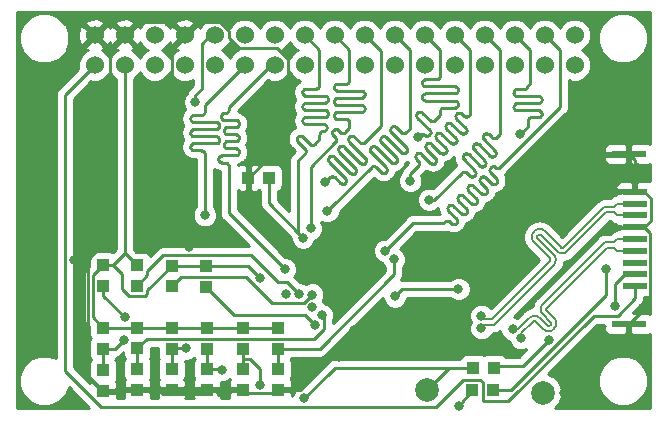
<source format=gbl>
G04 #@! TF.GenerationSoftware,KiCad,Pcbnew,(5.0.2)-1*
G04 #@! TF.CreationDate,2018-12-31T23:20:10+09:00*
G04 #@! TF.ProjectId,hdmi,68646d69-2e6b-4696-9361-645f70636258,rev?*
G04 #@! TF.SameCoordinates,Original*
G04 #@! TF.FileFunction,Copper,L2,Bot*
G04 #@! TF.FilePolarity,Positive*
%FSLAX46Y46*%
G04 Gerber Fmt 4.6, Leading zero omitted, Abs format (unit mm)*
G04 Created by KiCad (PCBNEW (5.0.2)-1) date 2018/12/31 23:20:10*
%MOMM*%
%LPD*%
G01*
G04 APERTURE LIST*
G04 #@! TA.AperFunction,SMDPad,CuDef*
%ADD10R,1.079500X1.049020*%
G04 #@! TD*
G04 #@! TA.AperFunction,SMDPad,CuDef*
%ADD11R,2.000000X0.600000*%
G04 #@! TD*
G04 #@! TA.AperFunction,SMDPad,CuDef*
%ADD12R,3.000000X0.600000*%
G04 #@! TD*
G04 #@! TA.AperFunction,ComponentPad*
%ADD13C,1.524000*%
G04 #@! TD*
G04 #@! TA.AperFunction,SMDPad,CuDef*
%ADD14R,1.049020X1.079500*%
G04 #@! TD*
G04 #@! TA.AperFunction,ComponentPad*
%ADD15C,2.000000*%
G04 #@! TD*
G04 #@! TA.AperFunction,ViaPad*
%ADD16C,0.800000*%
G04 #@! TD*
G04 #@! TA.AperFunction,Conductor*
%ADD17C,0.250000*%
G04 #@! TD*
G04 #@! TA.AperFunction,Conductor*
%ADD18C,0.200000*%
G04 #@! TD*
G04 #@! TA.AperFunction,Conductor*
%ADD19C,0.254000*%
G04 #@! TD*
G04 APERTURE END LIST*
D10*
G04 #@! TO.P,RX3,2*
G04 #@! TO.N,/EDGE*
X103000000Y-126126240D03*
G04 #@! TO.P,RX3,1*
G04 #@! TO.N,GND*
X103000000Y-127873760D03*
G04 #@! TD*
D11*
G04 #@! TO.P,J2,2*
G04 #@! TO.N,GND*
X148000000Y-111000000D03*
G04 #@! TO.P,J2,4*
G04 #@! TO.N,/D1+*
X148000000Y-112000000D03*
G04 #@! TO.P,J2,6*
G04 #@! TO.N,/D1-*
X148000000Y-113000000D03*
G04 #@! TO.P,J2,8*
G04 #@! TO.N,GND*
X148000000Y-114000000D03*
G04 #@! TO.P,J2,10*
G04 #@! TO.N,/CK+*
X148000000Y-115000000D03*
G04 #@! TO.P,J2,12*
G04 #@! TO.N,/CK-*
X148000000Y-116000000D03*
G04 #@! TO.P,J2,14*
G04 #@! TO.N,N/C*
X148000000Y-117000000D03*
G04 #@! TO.P,J2,16*
G04 #@! TO.N,/SDA*
X148000000Y-118000000D03*
G04 #@! TO.P,J2,18*
G04 #@! TO.N,/5V*
X148000000Y-119000000D03*
D12*
G04 #@! TO.P,J2,SH*
G04 #@! TO.N,GND*
X147500000Y-107800000D03*
X147500000Y-122200000D03*
G04 #@! TD*
D13*
G04 #@! TO.P,J1,1*
G04 #@! TO.N,/5V*
X102280000Y-100270000D03*
G04 #@! TO.P,J1,2*
G04 #@! TO.N,GND*
X102280000Y-97730000D03*
G04 #@! TO.P,J1,3*
G04 #@! TO.N,+3V3*
X104820000Y-100270000D03*
G04 #@! TO.P,J1,4*
G04 #@! TO.N,GND*
X104820000Y-97730000D03*
G04 #@! TO.P,J1,5*
G04 #@! TO.N,/VSYNC*
X107360000Y-100270000D03*
G04 #@! TO.P,J1,6*
G04 #@! TO.N,/HSYNC*
X107360000Y-97730000D03*
G04 #@! TO.P,J1,7*
G04 #@! TO.N,/DE*
X109900000Y-100270000D03*
G04 #@! TO.P,J1,8*
G04 #@! TO.N,GND*
X109900000Y-97730000D03*
G04 #@! TO.P,J1,9*
G04 #@! TO.N,/DATA0*
X112440000Y-100270000D03*
G04 #@! TO.P,J1,10*
G04 #@! TO.N,/DATA1*
X112440000Y-97730000D03*
G04 #@! TO.P,J1,11*
G04 #@! TO.N,/DATA2*
X114980000Y-100270000D03*
G04 #@! TO.P,J1,12*
G04 #@! TO.N,/DATA3*
X114980000Y-97730000D03*
G04 #@! TO.P,J1,13*
G04 #@! TO.N,/DATA4*
X117520000Y-100270000D03*
G04 #@! TO.P,J1,14*
G04 #@! TO.N,/DATA5*
X117520000Y-97730000D03*
G04 #@! TO.P,J1,15*
G04 #@! TO.N,/IDCK+*
X120060000Y-100270000D03*
G04 #@! TO.P,J1,16*
G04 #@! TO.N,/IDCK-*
X120060000Y-97730000D03*
G04 #@! TO.P,J1,17*
G04 #@! TO.N,/DATA6*
X122600000Y-100270000D03*
G04 #@! TO.P,J1,18*
G04 #@! TO.N,/DATA7*
X122600000Y-97730000D03*
G04 #@! TO.P,J1,19*
G04 #@! TO.N,/DATA8*
X125140000Y-100270000D03*
G04 #@! TO.P,J1,20*
G04 #@! TO.N,/DATA9*
X125140000Y-97730000D03*
G04 #@! TO.P,J1,21*
G04 #@! TO.N,/DATA10*
X127680000Y-100270000D03*
G04 #@! TO.P,J1,22*
G04 #@! TO.N,/DATA11*
X127680000Y-97730000D03*
G04 #@! TO.P,J1,23*
G04 #@! TO.N,/DATA12*
X130220000Y-100270000D03*
G04 #@! TO.P,J1,24*
G04 #@! TO.N,/DATA13*
X130220000Y-97730000D03*
G04 #@! TO.P,J1,25*
G04 #@! TO.N,/DATA14*
X132760000Y-100270000D03*
G04 #@! TO.P,J1,26*
G04 #@! TO.N,/DATA15*
X132760000Y-97730000D03*
G04 #@! TO.P,J1,27*
G04 #@! TO.N,/DATA16*
X135300000Y-100270000D03*
G04 #@! TO.P,J1,28*
G04 #@! TO.N,/DATA17*
X135300000Y-97730000D03*
G04 #@! TO.P,J1,29*
G04 #@! TO.N,/DATA18*
X137840000Y-100270000D03*
G04 #@! TO.P,J1,30*
G04 #@! TO.N,/DATA19*
X137840000Y-97730000D03*
G04 #@! TO.P,J1,31*
G04 #@! TO.N,/DATA20*
X140380000Y-100270000D03*
G04 #@! TO.P,J1,32*
G04 #@! TO.N,/DATA21*
X140380000Y-97730000D03*
G04 #@! TO.P,J1,33*
G04 #@! TO.N,/DATA22*
X142920000Y-100270000D03*
G04 #@! TO.P,J1,34*
G04 #@! TO.N,/DATA23*
X142920000Y-97730000D03*
G04 #@! TD*
D10*
G04 #@! TO.P,R1,1*
G04 #@! TO.N,/EDGE*
X103000000Y-124273760D03*
G04 #@! TO.P,R1,2*
G04 #@! TO.N,+3V3*
X103000000Y-122526240D03*
G04 #@! TD*
G04 #@! TO.P,R2,1*
G04 #@! TO.N,/PD*
X105900000Y-124247760D03*
G04 #@! TO.P,R2,2*
G04 #@! TO.N,+3V3*
X105900000Y-122500240D03*
G04 #@! TD*
G04 #@! TO.P,R3,1*
G04 #@! TO.N,GND*
X108800000Y-127747760D03*
G04 #@! TO.P,R3,2*
G04 #@! TO.N,/ISEL*
X108800000Y-126000240D03*
G04 #@! TD*
G04 #@! TO.P,R4,2*
G04 #@! TO.N,+3V3*
X111800000Y-122526240D03*
G04 #@! TO.P,R4,1*
G04 #@! TO.N,/DSEL*
X111800000Y-124273760D03*
G04 #@! TD*
G04 #@! TO.P,R5,1*
G04 #@! TO.N,GND*
X114800000Y-127773760D03*
G04 #@! TO.P,R5,2*
G04 #@! TO.N,/BSEL*
X114800000Y-126026240D03*
G04 #@! TD*
G04 #@! TO.P,R6,2*
G04 #@! TO.N,+3V3*
X117800000Y-122526240D03*
G04 #@! TO.P,R6,1*
G04 #@! TO.N,/DKEN*
X117800000Y-124273760D03*
G04 #@! TD*
D14*
G04 #@! TO.P,R7,1*
G04 #@! TO.N,/IDCK-*
X117033760Y-109810000D03*
G04 #@! TO.P,R7,2*
G04 #@! TO.N,GND*
X115286240Y-109810000D03*
G04 #@! TD*
G04 #@! TO.P,RX1,1*
G04 #@! TO.N,/SDA*
X136073760Y-125900000D03*
G04 #@! TO.P,RX1,2*
G04 #@! TO.N,/DSEL*
X134326240Y-125900000D03*
G04 #@! TD*
G04 #@! TO.P,RX2,2*
G04 #@! TO.N,/BSEL*
X134246240Y-127820000D03*
G04 #@! TO.P,RX2,1*
G04 #@! TO.N,/SCL*
X135993760Y-127820000D03*
G04 #@! TD*
D10*
G04 #@! TO.P,RX4,2*
G04 #@! TO.N,/PD*
X105900000Y-126026240D03*
G04 #@! TO.P,RX4,1*
G04 #@! TO.N,GND*
X105900000Y-127773760D03*
G04 #@! TD*
G04 #@! TO.P,RX5,2*
G04 #@! TO.N,+3V3*
X111720000Y-117286240D03*
G04 #@! TO.P,RX5,1*
G04 #@! TO.N,/MSEN*
X111720000Y-119033760D03*
G04 #@! TD*
G04 #@! TO.P,RX6,2*
G04 #@! TO.N,+3V3*
X108800000Y-122526240D03*
G04 #@! TO.P,RX6,1*
G04 #@! TO.N,/ISEL*
X108800000Y-124273760D03*
G04 #@! TD*
G04 #@! TO.P,RX7,1*
G04 #@! TO.N,GND*
X111800000Y-127773760D03*
G04 #@! TO.P,RX7,2*
G04 #@! TO.N,/DSEL*
X111800000Y-126026240D03*
G04 #@! TD*
G04 #@! TO.P,RX8,1*
G04 #@! TO.N,/BSEL*
X114800000Y-124273760D03*
G04 #@! TO.P,RX8,2*
G04 #@! TO.N,+3V3*
X114800000Y-122526240D03*
G04 #@! TD*
G04 #@! TO.P,RX9,1*
G04 #@! TO.N,GND*
X117800000Y-127773760D03*
G04 #@! TO.P,RX9,2*
G04 #@! TO.N,/DKEN*
X117800000Y-126026240D03*
G04 #@! TD*
G04 #@! TO.P,RX10,2*
G04 #@! TO.N,+3V3*
X108790000Y-117266240D03*
G04 #@! TO.P,RX10,1*
G04 #@! TO.N,/CTL1*
X108790000Y-119013760D03*
G04 #@! TD*
G04 #@! TO.P,RX11,2*
G04 #@! TO.N,+3V3*
X105850000Y-117226240D03*
G04 #@! TO.P,RX11,1*
G04 #@! TO.N,/CTL2*
X105850000Y-118973760D03*
G04 #@! TD*
G04 #@! TO.P,RX12,1*
G04 #@! TO.N,/CTL3*
X102990000Y-118963760D03*
G04 #@! TO.P,RX12,2*
G04 #@! TO.N,+3V3*
X102990000Y-117216240D03*
G04 #@! TD*
D15*
G04 #@! TO.P,TP1,1*
G04 #@! TO.N,/DSEL*
X130400000Y-127800000D03*
G04 #@! TD*
G04 #@! TO.P,TP2,1*
G04 #@! TO.N,/BSEL*
X140200000Y-128000000D03*
G04 #@! TD*
D16*
G04 #@! TO.N,GND*
X148267900Y-108956000D03*
X100517700Y-116740600D03*
X110221000Y-115654900D03*
X129840000Y-123020000D03*
X124230000Y-122700000D03*
X142000000Y-128000000D03*
X131000000Y-118000000D03*
X124000000Y-116000000D03*
X140000000Y-111000000D03*
X137000000Y-115000000D03*
X106000000Y-110000000D03*
X101000000Y-113000000D03*
X103000000Y-110000000D03*
X97000000Y-104000000D03*
X101000000Y-124000000D03*
X97000000Y-123000000D03*
X113000000Y-128000000D03*
X123000000Y-125000000D03*
G04 #@! TO.N,+3V3*
X116261800Y-118300000D03*
X133080000Y-119230000D03*
X127710000Y-119850000D03*
G04 #@! TO.N,/DATA1*
X110800000Y-103400000D03*
G04 #@! TO.N,/DATA2*
X111600000Y-112975000D03*
G04 #@! TO.N,/DATA4*
X118380000Y-117550000D03*
G04 #@! TO.N,/IDCK-*
X119920000Y-114870000D03*
G04 #@! TO.N,/DATA7*
X120560000Y-114090000D03*
G04 #@! TO.N,/DATA9*
X121746000Y-110202000D03*
G04 #@! TO.N,/DATA11*
X121977216Y-112635977D03*
G04 #@! TO.N,/DATA13*
X129640000Y-106390000D03*
G04 #@! TO.N,/DATA15*
X128990000Y-110050000D03*
G04 #@! TO.N,/DATA17*
X130580000Y-111675000D03*
G04 #@! TO.N,/DATA19*
X138300000Y-106100000D03*
G04 #@! TO.N,/DATA21*
X126880000Y-115990000D03*
G04 #@! TO.N,/SCL*
X145600800Y-117500000D03*
G04 #@! TO.N,/D1+*
X135025000Y-121500000D03*
G04 #@! TO.N,/D1-*
X135025000Y-122550000D03*
G04 #@! TO.N,/CK+*
X137654000Y-122654000D03*
G04 #@! TO.N,/CK-*
X138397000Y-123397000D03*
G04 #@! TO.N,/SDA*
X146340300Y-120652800D03*
X140725400Y-123507100D03*
G04 #@! TO.N,/EDGE*
X104718800Y-123521200D03*
X120690000Y-120760000D03*
G04 #@! TO.N,/PD*
X121510000Y-121420000D03*
G04 #@! TO.N,/ISEL*
X109974100Y-124252400D03*
G04 #@! TO.N,/DSEL*
X120004800Y-128498700D03*
X113071100Y-126045400D03*
G04 #@! TO.N,/BSEL*
X116300100Y-127324900D03*
X133141100Y-129155100D03*
G04 #@! TO.N,/DKEN*
X127620000Y-116730000D03*
G04 #@! TO.N,/MSEN*
X120930000Y-122310000D03*
G04 #@! TO.N,/CTL1*
X120690000Y-119710000D03*
G04 #@! TO.N,/CTL2*
X119580000Y-119670000D03*
G04 #@! TO.N,/CTL3*
X104811100Y-121629000D03*
X118490000Y-119680000D03*
G04 #@! TD*
D17*
G04 #@! TO.N,GND*
X148000000Y-108956000D02*
X148000000Y-111000000D01*
X147500000Y-107800000D02*
X148000000Y-108300000D01*
X148000000Y-108300000D02*
X148000000Y-108956000D01*
X148000000Y-108956000D02*
X148267900Y-108956000D01*
X101674600Y-116740600D02*
X101674600Y-126548400D01*
X101674600Y-126548400D02*
X103000000Y-127873800D01*
X104820000Y-97730000D02*
X103550000Y-99000000D01*
X103550000Y-99000000D02*
X103550000Y-114865200D01*
X103550000Y-114865200D02*
X101674600Y-116740600D01*
X101674600Y-116740600D02*
X100517700Y-116740600D01*
X114800000Y-127773800D02*
X115076400Y-128050200D01*
X115076400Y-128050200D02*
X117523600Y-128050200D01*
X117523600Y-128050200D02*
X117800000Y-127773800D01*
X107898800Y-127773800D02*
X107898800Y-127976600D01*
X107898800Y-127976600D02*
X108075900Y-128153700D01*
X108075900Y-128153700D02*
X111420100Y-128153700D01*
X111420100Y-128153700D02*
X111800000Y-127773800D01*
X108800000Y-127747800D02*
X107924800Y-127747800D01*
X107924800Y-127747800D02*
X107898800Y-127773800D01*
X107898800Y-127773800D02*
X105900000Y-127773800D01*
X109900000Y-97730000D02*
X108811300Y-98818700D01*
X108811300Y-98818700D02*
X108811300Y-114245200D01*
X108811300Y-114245200D02*
X110221000Y-115654900D01*
X105900000Y-127773800D02*
X103100000Y-127773800D01*
X103100000Y-127773800D02*
X103000000Y-127873800D01*
X148819700Y-114000000D02*
X149340100Y-113479600D01*
X149340100Y-113479600D02*
X149340100Y-111543400D01*
X149340100Y-111543400D02*
X148796700Y-111000000D01*
X148796700Y-111000000D02*
X148000000Y-111000000D01*
X148000000Y-114000000D02*
X148819700Y-114000000D01*
X148819700Y-114000000D02*
X149325400Y-114505700D01*
X149325400Y-114505700D02*
X149325400Y-120374600D01*
X149325400Y-120374600D02*
X147500000Y-122200000D01*
X115286200Y-109810000D02*
X118607400Y-106488800D01*
X118607400Y-106488800D02*
X118607400Y-99727900D01*
X118607400Y-99727900D02*
X117696900Y-98817400D01*
X117696900Y-98817400D02*
X114465100Y-98817400D01*
X114465100Y-98817400D02*
X113615400Y-97967700D01*
X113615400Y-97967700D02*
X113615400Y-97363100D01*
X113615400Y-97363100D02*
X112871700Y-96619400D01*
X112871700Y-96619400D02*
X111010600Y-96619400D01*
X111010600Y-96619400D02*
X109900000Y-97730000D01*
X111800000Y-127773800D02*
X114800000Y-127773800D01*
X117800200Y-127774000D02*
X117800100Y-127773900D01*
X117800100Y-127773900D02*
X117800000Y-127773900D01*
X117800000Y-127773900D02*
X117800000Y-127773800D01*
X109900000Y-97730000D02*
X108774600Y-96604600D01*
X108774600Y-96604600D02*
X105945400Y-96604600D01*
X105945400Y-96604600D02*
X104820000Y-97730000D01*
X124230000Y-123020000D02*
X124230000Y-123180000D01*
X124230000Y-123180000D02*
X119636000Y-127774000D01*
X119636000Y-127774000D02*
X117800200Y-127774000D01*
X124230000Y-122700000D02*
X124230000Y-123020000D01*
X129840000Y-123020000D02*
X124230000Y-123020000D01*
X117800200Y-127774000D02*
X117800000Y-127774000D01*
X137000000Y-114000000D02*
X140000000Y-111000000D01*
X137000000Y-115000000D02*
X137000000Y-114000000D01*
X101000000Y-113000000D02*
X101000000Y-112000000D01*
X101000000Y-112000000D02*
X103000000Y-110000000D01*
X103000000Y-127873760D02*
X102873760Y-127873760D01*
X97000000Y-123000000D02*
X97000000Y-104000000D01*
X101000000Y-126000000D02*
X101000000Y-124000000D01*
X102873760Y-127873760D02*
X101000000Y-126000000D01*
X114800000Y-127773760D02*
X113226240Y-127773760D01*
X113226240Y-127773760D02*
X113000000Y-128000000D01*
G04 #@! TO.N,/5V*
X102280000Y-100270000D02*
X99745700Y-102804300D01*
X99745700Y-102804300D02*
X99745700Y-126157400D01*
X99745700Y-126157400D02*
X102825300Y-129237000D01*
X102825300Y-129237000D02*
X131209900Y-129237000D01*
X131209900Y-129237000D02*
X133492100Y-126954800D01*
X133492100Y-126954800D02*
X134938000Y-126954800D01*
X134938000Y-126954800D02*
X135126100Y-127142900D01*
X135126100Y-127142900D02*
X135126100Y-128658700D01*
X135126100Y-128658700D02*
X135158700Y-128691300D01*
X135158700Y-128691300D02*
X137308700Y-128691300D01*
X137308700Y-128691300D02*
X144523600Y-121476400D01*
X144523600Y-121476400D02*
X146554900Y-121476400D01*
X146554900Y-121476400D02*
X148000000Y-120031300D01*
X148000000Y-120031300D02*
X148000000Y-119000000D01*
G04 #@! TO.N,+3V3*
X111720000Y-117286200D02*
X115248000Y-117286200D01*
X115248000Y-117286200D02*
X116261800Y-118300000D01*
X117800000Y-122526200D02*
X114800000Y-122526200D01*
X111720000Y-117286200D02*
X111700000Y-117266200D01*
X111700000Y-117266200D02*
X108790000Y-117266200D01*
X108800000Y-122526200D02*
X111800000Y-122526200D01*
X105900000Y-122500200D02*
X108774000Y-122500200D01*
X108774000Y-122500200D02*
X108800000Y-122526200D01*
X103000000Y-122500200D02*
X102125000Y-121625200D01*
X102125000Y-121625200D02*
X102125000Y-118081200D01*
X102125000Y-118081200D02*
X102990000Y-117216200D01*
X103000000Y-122526200D02*
X103000000Y-122500200D01*
X103000000Y-122500200D02*
X105900000Y-122500200D01*
X103800000Y-117216200D02*
X104576600Y-117992800D01*
X104576600Y-117992800D02*
X104576600Y-119251600D01*
X104576600Y-119251600D02*
X105148700Y-119823700D01*
X105148700Y-119823700D02*
X106572200Y-119823700D01*
X106572200Y-119823700D02*
X106715200Y-119680700D01*
X106715200Y-119680700D02*
X106715200Y-119341000D01*
X106715200Y-119341000D02*
X108790000Y-117266200D01*
X103800000Y-117216200D02*
X104820000Y-116196200D01*
X102990000Y-117216200D02*
X103800000Y-117216200D01*
X114800000Y-122526200D02*
X111800000Y-122526200D01*
X104820000Y-116196200D02*
X105850000Y-117226200D01*
X104820000Y-100270000D02*
X104820000Y-116196200D01*
X127710000Y-119850000D02*
X128330000Y-119230000D01*
X128330000Y-119230000D02*
X133080000Y-119230000D01*
G04 #@! TO.N,/DATA1*
X110800000Y-103400000D02*
X110800000Y-102834000D01*
X110800000Y-102834000D02*
X111353000Y-102281000D01*
X111353000Y-102281000D02*
X111353000Y-98447000D01*
X111353000Y-98447000D02*
X112070000Y-97730000D01*
X112070000Y-97730000D02*
X112440000Y-97730000D01*
G04 #@! TO.N,/DATA2*
X114980000Y-100270000D02*
X111600000Y-103650000D01*
X111600000Y-103650000D02*
X111600000Y-104200000D01*
X111600000Y-104200000D02*
X111592000Y-104267000D01*
X111592000Y-104267000D02*
X111570000Y-104330000D01*
X111570000Y-104330000D02*
X111535000Y-104387000D01*
X111535000Y-104387000D02*
X111487000Y-104435000D01*
X111487000Y-104435000D02*
X111430000Y-104470000D01*
X111430000Y-104470000D02*
X111367000Y-104492000D01*
X111367000Y-104492000D02*
X111300000Y-104500000D01*
X111300000Y-104500000D02*
X110670000Y-104500000D01*
X110670000Y-104500000D02*
X110603000Y-104508000D01*
X110603000Y-104508000D02*
X110540000Y-104530000D01*
X110540000Y-104530000D02*
X110483000Y-104565000D01*
X110483000Y-104565000D02*
X110436000Y-104613000D01*
X110436000Y-104613000D02*
X110400000Y-104670000D01*
X110400000Y-104670000D02*
X110378000Y-104733000D01*
X110378000Y-104733000D02*
X110370000Y-104800000D01*
X110370000Y-104800000D02*
X110378000Y-104867000D01*
X110378000Y-104867000D02*
X110400000Y-104930000D01*
X110400000Y-104930000D02*
X110436000Y-104987000D01*
X110436000Y-104987000D02*
X110483000Y-105035000D01*
X110483000Y-105035000D02*
X110540000Y-105070000D01*
X110540000Y-105070000D02*
X110603000Y-105092000D01*
X110603000Y-105092000D02*
X110670000Y-105100000D01*
X110670000Y-105100000D02*
X112530000Y-105100000D01*
X112530000Y-105100000D02*
X112597000Y-105108000D01*
X112597000Y-105108000D02*
X112660000Y-105130000D01*
X112660000Y-105130000D02*
X112717000Y-105165000D01*
X112717000Y-105165000D02*
X112764000Y-105213000D01*
X112764000Y-105213000D02*
X112800000Y-105270000D01*
X112800000Y-105270000D02*
X112822000Y-105333000D01*
X112822000Y-105333000D02*
X112830000Y-105400000D01*
X112830000Y-105400000D02*
X112822000Y-105467000D01*
X112822000Y-105467000D02*
X112800000Y-105530000D01*
X112800000Y-105530000D02*
X112764000Y-105587000D01*
X112764000Y-105587000D02*
X112717000Y-105635000D01*
X112717000Y-105635000D02*
X112660000Y-105670000D01*
X112660000Y-105670000D02*
X112597000Y-105692000D01*
X112597000Y-105692000D02*
X112530000Y-105700000D01*
X112530000Y-105700000D02*
X110670000Y-105700000D01*
X110670000Y-105700000D02*
X110603000Y-105708000D01*
X110603000Y-105708000D02*
X110540000Y-105730000D01*
X110540000Y-105730000D02*
X110483000Y-105765000D01*
X110483000Y-105765000D02*
X110436000Y-105813000D01*
X110436000Y-105813000D02*
X110400000Y-105870000D01*
X110400000Y-105870000D02*
X110378000Y-105933000D01*
X110378000Y-105933000D02*
X110370000Y-106000000D01*
X110370000Y-106000000D02*
X110378000Y-106067000D01*
X110378000Y-106067000D02*
X110400000Y-106130000D01*
X110400000Y-106130000D02*
X110436000Y-106187000D01*
X110436000Y-106187000D02*
X110483000Y-106235000D01*
X110483000Y-106235000D02*
X110540000Y-106270000D01*
X110540000Y-106270000D02*
X110603000Y-106292000D01*
X110603000Y-106292000D02*
X110670000Y-106300000D01*
X110670000Y-106300000D02*
X112530000Y-106300000D01*
X112530000Y-106300000D02*
X112597000Y-106308000D01*
X112597000Y-106308000D02*
X112660000Y-106330000D01*
X112660000Y-106330000D02*
X112717000Y-106365000D01*
X112717000Y-106365000D02*
X112764000Y-106413000D01*
X112764000Y-106413000D02*
X112800000Y-106470000D01*
X112800000Y-106470000D02*
X112822000Y-106533000D01*
X112822000Y-106533000D02*
X112830000Y-106600000D01*
X112830000Y-106600000D02*
X112822000Y-106667000D01*
X112822000Y-106667000D02*
X112800000Y-106730000D01*
X112800000Y-106730000D02*
X112764000Y-106787000D01*
X112764000Y-106787000D02*
X112717000Y-106835000D01*
X112717000Y-106835000D02*
X112660000Y-106870000D01*
X112660000Y-106870000D02*
X112597000Y-106892000D01*
X112597000Y-106892000D02*
X112530000Y-106900000D01*
X112530000Y-106900000D02*
X110670000Y-106900000D01*
X110670000Y-106900000D02*
X110603000Y-106908000D01*
X110603000Y-106908000D02*
X110540000Y-106930000D01*
X110540000Y-106930000D02*
X110483000Y-106965000D01*
X110483000Y-106965000D02*
X110436000Y-107013000D01*
X110436000Y-107013000D02*
X110400000Y-107070000D01*
X110400000Y-107070000D02*
X110378000Y-107133000D01*
X110378000Y-107133000D02*
X110370000Y-107200000D01*
X110370000Y-107200000D02*
X110378000Y-107267000D01*
X110378000Y-107267000D02*
X110400000Y-107330000D01*
X110400000Y-107330000D02*
X110436000Y-107387000D01*
X110436000Y-107387000D02*
X110483000Y-107435000D01*
X110483000Y-107435000D02*
X110540000Y-107470000D01*
X110540000Y-107470000D02*
X110603000Y-107492000D01*
X110603000Y-107492000D02*
X110670000Y-107500000D01*
X110670000Y-107500000D02*
X111300000Y-107500000D01*
X111300000Y-107500000D02*
X111367000Y-107508000D01*
X111367000Y-107508000D02*
X111430000Y-107530000D01*
X111430000Y-107530000D02*
X111487000Y-107565000D01*
X111487000Y-107565000D02*
X111535000Y-107613000D01*
X111535000Y-107613000D02*
X111570000Y-107670000D01*
X111570000Y-107670000D02*
X111592000Y-107733000D01*
X111592000Y-107733000D02*
X111600000Y-107800000D01*
X111600000Y-107800000D02*
X111600000Y-112975000D01*
G04 #@! TO.N,/DATA4*
X117520000Y-100270000D02*
X117200000Y-100270000D01*
X117200000Y-100270000D02*
X113630000Y-103840000D01*
X113630000Y-103840000D02*
X113630000Y-104020000D01*
X113630000Y-104020000D02*
X113622000Y-104087000D01*
X113622000Y-104087000D02*
X113600000Y-104150000D01*
X113600000Y-104150000D02*
X113565000Y-104207000D01*
X113565000Y-104207000D02*
X113517000Y-104255000D01*
X113517000Y-104255000D02*
X113460000Y-104290000D01*
X113460000Y-104290000D02*
X113397000Y-104312000D01*
X113397000Y-104312000D02*
X113330000Y-104320000D01*
X113330000Y-104320000D02*
X113250000Y-104320000D01*
X113250000Y-104320000D02*
X113183000Y-104328000D01*
X113183000Y-104328000D02*
X113120000Y-104350000D01*
X113120000Y-104350000D02*
X113063000Y-104385000D01*
X113063000Y-104385000D02*
X113015000Y-104433000D01*
X113015000Y-104433000D02*
X112979000Y-104490000D01*
X112979000Y-104490000D02*
X112957000Y-104553000D01*
X112957000Y-104553000D02*
X112950000Y-104620000D01*
X112950000Y-104620000D02*
X112957000Y-104687000D01*
X112957000Y-104687000D02*
X112979000Y-104750000D01*
X112979000Y-104750000D02*
X113015000Y-104807000D01*
X113015000Y-104807000D02*
X113063000Y-104855000D01*
X113063000Y-104855000D02*
X113120000Y-104890000D01*
X113120000Y-104890000D02*
X113183000Y-104912000D01*
X113183000Y-104912000D02*
X113250000Y-104920000D01*
X113250000Y-104920000D02*
X114210000Y-104920000D01*
X114210000Y-104920000D02*
X114277000Y-104928000D01*
X114277000Y-104928000D02*
X114340000Y-104950000D01*
X114340000Y-104950000D02*
X114397000Y-104985000D01*
X114397000Y-104985000D02*
X114445000Y-105033000D01*
X114445000Y-105033000D02*
X114481000Y-105090000D01*
X114481000Y-105090000D02*
X114503000Y-105153000D01*
X114503000Y-105153000D02*
X114510000Y-105220000D01*
X114510000Y-105220000D02*
X114503000Y-105287000D01*
X114503000Y-105287000D02*
X114481000Y-105350000D01*
X114481000Y-105350000D02*
X114445000Y-105407000D01*
X114445000Y-105407000D02*
X114397000Y-105455000D01*
X114397000Y-105455000D02*
X114340000Y-105490000D01*
X114340000Y-105490000D02*
X114277000Y-105512000D01*
X114277000Y-105512000D02*
X114210000Y-105520000D01*
X114210000Y-105520000D02*
X113440000Y-105520000D01*
X113440000Y-105520000D02*
X113398000Y-105525000D01*
X113398000Y-105525000D02*
X113357000Y-105539000D01*
X113357000Y-105539000D02*
X113321000Y-105561000D01*
X113321000Y-105561000D02*
X113291000Y-105592000D01*
X113291000Y-105592000D02*
X113269000Y-105628000D01*
X113269000Y-105628000D02*
X113255000Y-105668000D01*
X113255000Y-105668000D02*
X113250000Y-105710000D01*
X113250000Y-105710000D02*
X113250000Y-105930000D01*
X113250000Y-105930000D02*
X113255000Y-105972000D01*
X113255000Y-105972000D02*
X113269000Y-106012000D01*
X113269000Y-106012000D02*
X113291000Y-106048000D01*
X113291000Y-106048000D02*
X113321000Y-106079000D01*
X113321000Y-106079000D02*
X113357000Y-106101000D01*
X113357000Y-106101000D02*
X113398000Y-106115000D01*
X113398000Y-106115000D02*
X113440000Y-106120000D01*
X113440000Y-106120000D02*
X114210000Y-106120000D01*
X114210000Y-106120000D02*
X114277000Y-106128000D01*
X114277000Y-106128000D02*
X114340000Y-106150000D01*
X114340000Y-106150000D02*
X114397000Y-106185000D01*
X114397000Y-106185000D02*
X114445000Y-106233000D01*
X114445000Y-106233000D02*
X114481000Y-106290000D01*
X114481000Y-106290000D02*
X114503000Y-106353000D01*
X114503000Y-106353000D02*
X114510000Y-106420000D01*
X114510000Y-106420000D02*
X114503000Y-106487000D01*
X114503000Y-106487000D02*
X114481000Y-106550000D01*
X114481000Y-106550000D02*
X114445000Y-106607000D01*
X114445000Y-106607000D02*
X114397000Y-106655000D01*
X114397000Y-106655000D02*
X114340000Y-106690000D01*
X114340000Y-106690000D02*
X114277000Y-106712000D01*
X114277000Y-106712000D02*
X114210000Y-106720000D01*
X114210000Y-106720000D02*
X113440000Y-106720000D01*
X113440000Y-106720000D02*
X113398000Y-106725000D01*
X113398000Y-106725000D02*
X113357000Y-106739000D01*
X113357000Y-106739000D02*
X113321000Y-106761000D01*
X113321000Y-106761000D02*
X113291000Y-106792000D01*
X113291000Y-106792000D02*
X113269000Y-106828000D01*
X113269000Y-106828000D02*
X113255000Y-106868000D01*
X113255000Y-106868000D02*
X113250000Y-106910000D01*
X113250000Y-106910000D02*
X113250000Y-107130000D01*
X113250000Y-107130000D02*
X113255000Y-107172000D01*
X113255000Y-107172000D02*
X113269000Y-107212000D01*
X113269000Y-107212000D02*
X113291000Y-107248000D01*
X113291000Y-107248000D02*
X113321000Y-107279000D01*
X113321000Y-107279000D02*
X113357000Y-107301000D01*
X113357000Y-107301000D02*
X113398000Y-107315000D01*
X113398000Y-107315000D02*
X113440000Y-107320000D01*
X113440000Y-107320000D02*
X114210000Y-107320000D01*
X114210000Y-107320000D02*
X114277000Y-107328000D01*
X114277000Y-107328000D02*
X114340000Y-107350000D01*
X114340000Y-107350000D02*
X114397000Y-107385000D01*
X114397000Y-107385000D02*
X114445000Y-107433000D01*
X114445000Y-107433000D02*
X114481000Y-107490000D01*
X114481000Y-107490000D02*
X114503000Y-107553000D01*
X114503000Y-107553000D02*
X114510000Y-107620000D01*
X114510000Y-107620000D02*
X114503000Y-107687000D01*
X114503000Y-107687000D02*
X114481000Y-107750000D01*
X114481000Y-107750000D02*
X114445000Y-107807000D01*
X114445000Y-107807000D02*
X114397000Y-107855000D01*
X114397000Y-107855000D02*
X114340000Y-107890000D01*
X114340000Y-107890000D02*
X114277000Y-107912000D01*
X114277000Y-107912000D02*
X114210000Y-107920000D01*
X114210000Y-107920000D02*
X113050000Y-107920000D01*
X113050000Y-107920000D02*
X112983000Y-107928000D01*
X112983000Y-107928000D02*
X112920000Y-107950000D01*
X112920000Y-107950000D02*
X112863000Y-107985000D01*
X112863000Y-107985000D02*
X112815000Y-108033000D01*
X112815000Y-108033000D02*
X112779000Y-108090000D01*
X112779000Y-108090000D02*
X112757000Y-108153000D01*
X112757000Y-108153000D02*
X112750000Y-108220000D01*
X112750000Y-108220000D02*
X112757000Y-108287000D01*
X112757000Y-108287000D02*
X112779000Y-108350000D01*
X112779000Y-108350000D02*
X112815000Y-108407000D01*
X112815000Y-108407000D02*
X112863000Y-108455000D01*
X112863000Y-108455000D02*
X112920000Y-108490000D01*
X112920000Y-108490000D02*
X112983000Y-108512000D01*
X112983000Y-108512000D02*
X113050000Y-108520000D01*
X113050000Y-108520000D02*
X113330000Y-108520000D01*
X113330000Y-108520000D02*
X113397000Y-108528000D01*
X113397000Y-108528000D02*
X113460000Y-108550000D01*
X113460000Y-108550000D02*
X113517000Y-108585000D01*
X113517000Y-108585000D02*
X113565000Y-108633000D01*
X113565000Y-108633000D02*
X113600000Y-108690000D01*
X113600000Y-108690000D02*
X113622000Y-108753000D01*
X113622000Y-108753000D02*
X113630000Y-108820000D01*
X113630000Y-108820000D02*
X113630000Y-112800000D01*
X113630000Y-112800000D02*
X118380000Y-117550000D01*
G04 #@! TO.N,/IDCK-*
X117034000Y-110897000D02*
X117033800Y-110896800D01*
X117033800Y-110896800D02*
X117033800Y-109810000D01*
X117034000Y-110897000D02*
X117034000Y-111984000D01*
X117034000Y-111984000D02*
X119520000Y-114470000D01*
X117034000Y-109810000D02*
X117034000Y-110897000D01*
X119520000Y-114470000D02*
X119920000Y-114870000D01*
X120060000Y-97730000D02*
X121310000Y-98980000D01*
X121310000Y-98980000D02*
X121310000Y-101960000D01*
X121310000Y-101960000D02*
X121302000Y-102027000D01*
X121302000Y-102027000D02*
X121280000Y-102090000D01*
X121280000Y-102090000D02*
X121245000Y-102147000D01*
X121245000Y-102147000D02*
X121197000Y-102195000D01*
X121197000Y-102195000D02*
X121140000Y-102230000D01*
X121140000Y-102230000D02*
X121077000Y-102252000D01*
X121077000Y-102252000D02*
X121010000Y-102260000D01*
X121010000Y-102260000D02*
X120148000Y-102260000D01*
X120148000Y-102260000D02*
X120081000Y-102268000D01*
X120081000Y-102268000D02*
X120018000Y-102290000D01*
X120018000Y-102290000D02*
X119961000Y-102325000D01*
X119961000Y-102325000D02*
X119913000Y-102373000D01*
X119913000Y-102373000D02*
X119878000Y-102430000D01*
X119878000Y-102430000D02*
X119855000Y-102493000D01*
X119855000Y-102493000D02*
X119848000Y-102560000D01*
X119848000Y-102560000D02*
X119855000Y-102627000D01*
X119855000Y-102627000D02*
X119878000Y-102690000D01*
X119878000Y-102690000D02*
X119913000Y-102747000D01*
X119913000Y-102747000D02*
X119961000Y-102795000D01*
X119961000Y-102795000D02*
X120018000Y-102830000D01*
X120018000Y-102830000D02*
X120081000Y-102852000D01*
X120081000Y-102852000D02*
X120148000Y-102860000D01*
X120148000Y-102860000D02*
X121722000Y-102860000D01*
X121722000Y-102860000D02*
X121789000Y-102868000D01*
X121789000Y-102868000D02*
X121852000Y-102890000D01*
X121852000Y-102890000D02*
X121909000Y-102925000D01*
X121909000Y-102925000D02*
X121957000Y-102973000D01*
X121957000Y-102973000D02*
X121992000Y-103030000D01*
X121992000Y-103030000D02*
X122015000Y-103093000D01*
X122015000Y-103093000D02*
X122022000Y-103160000D01*
X122022000Y-103160000D02*
X122015000Y-103227000D01*
X122015000Y-103227000D02*
X121992000Y-103290000D01*
X121992000Y-103290000D02*
X121957000Y-103347000D01*
X121957000Y-103347000D02*
X121909000Y-103395000D01*
X121909000Y-103395000D02*
X121852000Y-103430000D01*
X121852000Y-103430000D02*
X121789000Y-103452000D01*
X121789000Y-103452000D02*
X121722000Y-103460000D01*
X121722000Y-103460000D02*
X120148000Y-103460000D01*
X120148000Y-103460000D02*
X120081000Y-103468000D01*
X120081000Y-103468000D02*
X120018000Y-103490000D01*
X120018000Y-103490000D02*
X119961000Y-103525000D01*
X119961000Y-103525000D02*
X119913000Y-103573000D01*
X119913000Y-103573000D02*
X119878000Y-103630000D01*
X119878000Y-103630000D02*
X119855000Y-103693000D01*
X119855000Y-103693000D02*
X119848000Y-103760000D01*
X119848000Y-103760000D02*
X119855000Y-103827000D01*
X119855000Y-103827000D02*
X119878000Y-103890000D01*
X119878000Y-103890000D02*
X119913000Y-103947000D01*
X119913000Y-103947000D02*
X119961000Y-103995000D01*
X119961000Y-103995000D02*
X120018000Y-104030000D01*
X120018000Y-104030000D02*
X120081000Y-104052000D01*
X120081000Y-104052000D02*
X120148000Y-104060000D01*
X120148000Y-104060000D02*
X121722000Y-104060000D01*
X121722000Y-104060000D02*
X121789000Y-104068000D01*
X121789000Y-104068000D02*
X121852000Y-104090000D01*
X121852000Y-104090000D02*
X121909000Y-104125000D01*
X121909000Y-104125000D02*
X121957000Y-104173000D01*
X121957000Y-104173000D02*
X121992000Y-104230000D01*
X121992000Y-104230000D02*
X122015000Y-104293000D01*
X122015000Y-104293000D02*
X122022000Y-104360000D01*
X122022000Y-104360000D02*
X122015000Y-104427000D01*
X122015000Y-104427000D02*
X121992000Y-104490000D01*
X121992000Y-104490000D02*
X121957000Y-104547000D01*
X121957000Y-104547000D02*
X121909000Y-104595000D01*
X121909000Y-104595000D02*
X121852000Y-104630000D01*
X121852000Y-104630000D02*
X121789000Y-104652000D01*
X121789000Y-104652000D02*
X121722000Y-104660000D01*
X121722000Y-104660000D02*
X120148000Y-104660000D01*
X120148000Y-104660000D02*
X120081000Y-104668000D01*
X120081000Y-104668000D02*
X120018000Y-104690000D01*
X120018000Y-104690000D02*
X119961000Y-104725000D01*
X119961000Y-104725000D02*
X119913000Y-104773000D01*
X119913000Y-104773000D02*
X119878000Y-104830000D01*
X119878000Y-104830000D02*
X119855000Y-104893000D01*
X119855000Y-104893000D02*
X119848000Y-104960000D01*
X119848000Y-104960000D02*
X119855000Y-105027000D01*
X119855000Y-105027000D02*
X119878000Y-105090000D01*
X119878000Y-105090000D02*
X119913000Y-105147000D01*
X119913000Y-105147000D02*
X119961000Y-105195000D01*
X119961000Y-105195000D02*
X120018000Y-105230000D01*
X120018000Y-105230000D02*
X120081000Y-105252000D01*
X120081000Y-105252000D02*
X120148000Y-105260000D01*
X120148000Y-105260000D02*
X121622000Y-105260000D01*
X121622000Y-105260000D02*
X121689000Y-105268000D01*
X121689000Y-105268000D02*
X121752000Y-105290000D01*
X121752000Y-105290000D02*
X121809000Y-105325000D01*
X121809000Y-105325000D02*
X121857000Y-105373000D01*
X121857000Y-105373000D02*
X121892000Y-105430000D01*
X121892000Y-105430000D02*
X121915000Y-105493000D01*
X121915000Y-105493000D02*
X121922000Y-105560000D01*
X121922000Y-105560000D02*
X121915000Y-105627000D01*
X121915000Y-105627000D02*
X121892000Y-105690000D01*
X121892000Y-105690000D02*
X121857000Y-105747000D01*
X121857000Y-105747000D02*
X121809000Y-105795000D01*
X121809000Y-105795000D02*
X121752000Y-105830000D01*
X121752000Y-105830000D02*
X121689000Y-105852000D01*
X121689000Y-105852000D02*
X121622000Y-105860000D01*
X121622000Y-105860000D02*
X121610000Y-105860000D01*
X121610000Y-105860000D02*
X121543000Y-105868000D01*
X121543000Y-105868000D02*
X121480000Y-105890000D01*
X121480000Y-105890000D02*
X121423000Y-105925000D01*
X121423000Y-105925000D02*
X121375000Y-105973000D01*
X121375000Y-105973000D02*
X121340000Y-106030000D01*
X121340000Y-106030000D02*
X121318000Y-106093000D01*
X121318000Y-106093000D02*
X121310000Y-106160000D01*
X121310000Y-106160000D02*
X121310000Y-106540000D01*
X121310000Y-106540000D02*
X120921000Y-106929000D01*
X120921000Y-106929000D02*
X120869000Y-106971000D01*
X120869000Y-106971000D02*
X120808000Y-107000000D01*
X120808000Y-107000000D02*
X120743000Y-107015000D01*
X120743000Y-107015000D02*
X120675000Y-107015000D01*
X120675000Y-107015000D02*
X120610000Y-107000000D01*
X120610000Y-107000000D02*
X120549000Y-106971000D01*
X120549000Y-106971000D02*
X120497000Y-106929000D01*
X120497000Y-106929000D02*
X119887000Y-106319000D01*
X119887000Y-106319000D02*
X119835000Y-106277000D01*
X119835000Y-106277000D02*
X119774000Y-106248000D01*
X119774000Y-106248000D02*
X119709000Y-106233000D01*
X119709000Y-106233000D02*
X119641000Y-106233000D01*
X119641000Y-106233000D02*
X119576000Y-106248000D01*
X119576000Y-106248000D02*
X119515000Y-106277000D01*
X119515000Y-106277000D02*
X119463000Y-106319000D01*
X119463000Y-106319000D02*
X119421000Y-106372000D01*
X119421000Y-106372000D02*
X119392000Y-106432000D01*
X119392000Y-106432000D02*
X119377000Y-106498000D01*
X119377000Y-106498000D02*
X119377000Y-106565000D01*
X119377000Y-106565000D02*
X119392000Y-106630000D01*
X119392000Y-106630000D02*
X119421000Y-106691000D01*
X119421000Y-106691000D02*
X119463000Y-106744000D01*
X119463000Y-106744000D02*
X120073000Y-107353000D01*
X120073000Y-107353000D02*
X120114000Y-107406000D01*
X120114000Y-107406000D02*
X120144000Y-107466000D01*
X120144000Y-107466000D02*
X120159000Y-107532000D01*
X120159000Y-107532000D02*
X120159000Y-107599000D01*
X120159000Y-107599000D02*
X120144000Y-107664000D01*
X120144000Y-107664000D02*
X120114000Y-107725000D01*
X120114000Y-107725000D02*
X120073000Y-107777000D01*
X120073000Y-107777000D02*
X119520000Y-108330000D01*
X119520000Y-108330000D02*
X119520000Y-114470000D01*
X119520000Y-114470000D02*
X119920000Y-114870000D01*
G04 #@! TO.N,/DATA7*
X122600000Y-97730000D02*
X123850000Y-98980000D01*
X123850000Y-98980000D02*
X123850000Y-101540000D01*
X123850000Y-101540000D02*
X123842000Y-101607000D01*
X123842000Y-101607000D02*
X123820000Y-101670000D01*
X123820000Y-101670000D02*
X123785000Y-101727000D01*
X123785000Y-101727000D02*
X123737000Y-101775000D01*
X123737000Y-101775000D02*
X123680000Y-101810000D01*
X123680000Y-101810000D02*
X123617000Y-101832000D01*
X123617000Y-101832000D02*
X123550000Y-101840000D01*
X123550000Y-101840000D02*
X122850000Y-101840000D01*
X122850000Y-101840000D02*
X122784000Y-101848000D01*
X122784000Y-101848000D02*
X122720000Y-101870000D01*
X122720000Y-101870000D02*
X122663000Y-101905000D01*
X122663000Y-101905000D02*
X122616000Y-101953000D01*
X122616000Y-101953000D02*
X122580000Y-102010000D01*
X122580000Y-102010000D02*
X122558000Y-102073000D01*
X122558000Y-102073000D02*
X122550000Y-102140000D01*
X122550000Y-102140000D02*
X122558000Y-102207000D01*
X122558000Y-102207000D02*
X122580000Y-102270000D01*
X122580000Y-102270000D02*
X122616000Y-102327000D01*
X122616000Y-102327000D02*
X122663000Y-102375000D01*
X122663000Y-102375000D02*
X122720000Y-102410000D01*
X122720000Y-102410000D02*
X122784000Y-102432000D01*
X122784000Y-102432000D02*
X122850000Y-102440000D01*
X122850000Y-102440000D02*
X124850000Y-102440000D01*
X124850000Y-102440000D02*
X124916000Y-102448000D01*
X124916000Y-102448000D02*
X124980000Y-102470000D01*
X124980000Y-102470000D02*
X125037000Y-102505000D01*
X125037000Y-102505000D02*
X125084000Y-102553000D01*
X125084000Y-102553000D02*
X125120000Y-102610000D01*
X125120000Y-102610000D02*
X125142000Y-102673000D01*
X125142000Y-102673000D02*
X125150000Y-102740000D01*
X125150000Y-102740000D02*
X125142000Y-102807000D01*
X125142000Y-102807000D02*
X125120000Y-102870000D01*
X125120000Y-102870000D02*
X125084000Y-102927000D01*
X125084000Y-102927000D02*
X125037000Y-102975000D01*
X125037000Y-102975000D02*
X124980000Y-103010000D01*
X124980000Y-103010000D02*
X124916000Y-103032000D01*
X124916000Y-103032000D02*
X124850000Y-103040000D01*
X124850000Y-103040000D02*
X122850000Y-103040000D01*
X122850000Y-103040000D02*
X122784000Y-103048000D01*
X122784000Y-103048000D02*
X122720000Y-103070000D01*
X122720000Y-103070000D02*
X122663000Y-103105000D01*
X122663000Y-103105000D02*
X122616000Y-103153000D01*
X122616000Y-103153000D02*
X122580000Y-103210000D01*
X122580000Y-103210000D02*
X122558000Y-103273000D01*
X122558000Y-103273000D02*
X122550000Y-103340000D01*
X122550000Y-103340000D02*
X122558000Y-103407000D01*
X122558000Y-103407000D02*
X122580000Y-103470000D01*
X122580000Y-103470000D02*
X122616000Y-103527000D01*
X122616000Y-103527000D02*
X122663000Y-103575000D01*
X122663000Y-103575000D02*
X122720000Y-103610000D01*
X122720000Y-103610000D02*
X122784000Y-103632000D01*
X122784000Y-103632000D02*
X122850000Y-103640000D01*
X122850000Y-103640000D02*
X124850000Y-103640000D01*
X124850000Y-103640000D02*
X124916000Y-103648000D01*
X124916000Y-103648000D02*
X124980000Y-103670000D01*
X124980000Y-103670000D02*
X125037000Y-103705000D01*
X125037000Y-103705000D02*
X125084000Y-103753000D01*
X125084000Y-103753000D02*
X125120000Y-103810000D01*
X125120000Y-103810000D02*
X125142000Y-103873000D01*
X125142000Y-103873000D02*
X125150000Y-103940000D01*
X125150000Y-103940000D02*
X125142000Y-104007000D01*
X125142000Y-104007000D02*
X125120000Y-104070000D01*
X125120000Y-104070000D02*
X125084000Y-104127000D01*
X125084000Y-104127000D02*
X125037000Y-104175000D01*
X125037000Y-104175000D02*
X124980000Y-104210000D01*
X124980000Y-104210000D02*
X124916000Y-104232000D01*
X124916000Y-104232000D02*
X124850000Y-104240000D01*
X124850000Y-104240000D02*
X122850000Y-104240000D01*
X122850000Y-104240000D02*
X122784000Y-104248000D01*
X122784000Y-104248000D02*
X122720000Y-104270000D01*
X122720000Y-104270000D02*
X122663000Y-104305000D01*
X122663000Y-104305000D02*
X122616000Y-104353000D01*
X122616000Y-104353000D02*
X122580000Y-104410000D01*
X122580000Y-104410000D02*
X122558000Y-104473000D01*
X122558000Y-104473000D02*
X122550000Y-104540000D01*
X122550000Y-104540000D02*
X122558000Y-104607000D01*
X122558000Y-104607000D02*
X122580000Y-104670000D01*
X122580000Y-104670000D02*
X122616000Y-104727000D01*
X122616000Y-104727000D02*
X122663000Y-104775000D01*
X122663000Y-104775000D02*
X122720000Y-104810000D01*
X122720000Y-104810000D02*
X122784000Y-104832000D01*
X122784000Y-104832000D02*
X122850000Y-104840000D01*
X122850000Y-104840000D02*
X123550000Y-104840000D01*
X123550000Y-104840000D02*
X123617000Y-104848000D01*
X123617000Y-104848000D02*
X123680000Y-104870000D01*
X123680000Y-104870000D02*
X123737000Y-104905000D01*
X123737000Y-104905000D02*
X123785000Y-104953000D01*
X123785000Y-104953000D02*
X123820000Y-105010000D01*
X123820000Y-105010000D02*
X123842000Y-105073000D01*
X123842000Y-105073000D02*
X123850000Y-105140000D01*
X123850000Y-105140000D02*
X123850000Y-105600000D01*
X123850000Y-105600000D02*
X123496000Y-105954000D01*
X123496000Y-105954000D02*
X123444000Y-105995000D01*
X123444000Y-105995000D02*
X123383000Y-106025000D01*
X123383000Y-106025000D02*
X123318000Y-106040000D01*
X123318000Y-106040000D02*
X123251000Y-106040000D01*
X123251000Y-106040000D02*
X123185000Y-106025000D01*
X123185000Y-106025000D02*
X123125000Y-105995000D01*
X123125000Y-105995000D02*
X123072000Y-105954000D01*
X123072000Y-105954000D02*
X122896000Y-105777000D01*
X122896000Y-105777000D02*
X122843000Y-105735000D01*
X122843000Y-105735000D02*
X122783000Y-105706000D01*
X122783000Y-105706000D02*
X122717000Y-105691000D01*
X122717000Y-105691000D02*
X122650000Y-105691000D01*
X122650000Y-105691000D02*
X122584000Y-105706000D01*
X122584000Y-105706000D02*
X122524000Y-105735000D01*
X122524000Y-105735000D02*
X122471000Y-105777000D01*
X122471000Y-105777000D02*
X122430000Y-105830000D01*
X122430000Y-105830000D02*
X122400000Y-105890000D01*
X122400000Y-105890000D02*
X122385000Y-105956000D01*
X122385000Y-105956000D02*
X122385000Y-106023000D01*
X122385000Y-106023000D02*
X122400000Y-106088000D01*
X122400000Y-106088000D02*
X122430000Y-106149000D01*
X122430000Y-106149000D02*
X122471000Y-106201000D01*
X122471000Y-106201000D02*
X122648000Y-106378000D01*
X122648000Y-106378000D02*
X122690000Y-106430000D01*
X122690000Y-106430000D02*
X122719000Y-106491000D01*
X122719000Y-106491000D02*
X122734000Y-106556000D01*
X122734000Y-106556000D02*
X122734000Y-106624000D01*
X122734000Y-106624000D02*
X122719000Y-106689000D01*
X122719000Y-106689000D02*
X122690000Y-106750000D01*
X122690000Y-106750000D02*
X122648000Y-106802000D01*
X122648000Y-106802000D02*
X120560000Y-108890000D01*
X120560000Y-108890000D02*
X120560000Y-114090000D01*
G04 #@! TO.N,/DATA9*
X121746000Y-110202000D02*
X122170000Y-109779000D01*
X122170000Y-109779000D02*
X122223000Y-109737000D01*
X122223000Y-109737000D02*
X122283000Y-109708000D01*
X122283000Y-109708000D02*
X122349000Y-109693000D01*
X122349000Y-109693000D02*
X122416000Y-109693000D01*
X122416000Y-109693000D02*
X122481000Y-109708000D01*
X122481000Y-109708000D02*
X122542000Y-109737000D01*
X122542000Y-109737000D02*
X122594000Y-109779000D01*
X122594000Y-109779000D02*
X123062000Y-110247000D01*
X123062000Y-110247000D02*
X123115000Y-110289000D01*
X123115000Y-110289000D02*
X123175000Y-110318000D01*
X123175000Y-110318000D02*
X123241000Y-110333000D01*
X123241000Y-110333000D02*
X123308000Y-110333000D01*
X123308000Y-110333000D02*
X123374000Y-110318000D01*
X123374000Y-110318000D02*
X123434000Y-110289000D01*
X123434000Y-110289000D02*
X123487000Y-110247000D01*
X123487000Y-110247000D02*
X123529000Y-110194000D01*
X123529000Y-110194000D02*
X123558000Y-110134000D01*
X123558000Y-110134000D02*
X123573000Y-110068000D01*
X123573000Y-110068000D02*
X123573000Y-110001000D01*
X123573000Y-110001000D02*
X123558000Y-109936000D01*
X123558000Y-109936000D02*
X123529000Y-109875000D01*
X123529000Y-109875000D02*
X123487000Y-109823000D01*
X123487000Y-109823000D02*
X122126000Y-108462000D01*
X122126000Y-108462000D02*
X122084000Y-108410000D01*
X122084000Y-108410000D02*
X122055000Y-108349000D01*
X122055000Y-108349000D02*
X122040000Y-108284000D01*
X122040000Y-108284000D02*
X122040000Y-108216000D01*
X122040000Y-108216000D02*
X122055000Y-108151000D01*
X122055000Y-108151000D02*
X122084000Y-108090000D01*
X122084000Y-108090000D02*
X122126000Y-108038000D01*
X122126000Y-108038000D02*
X122179000Y-107996000D01*
X122179000Y-107996000D02*
X122239000Y-107967000D01*
X122239000Y-107967000D02*
X122305000Y-107952000D01*
X122305000Y-107952000D02*
X122372000Y-107952000D01*
X122372000Y-107952000D02*
X122437000Y-107967000D01*
X122437000Y-107967000D02*
X122498000Y-107996000D01*
X122498000Y-107996000D02*
X122550000Y-108038000D01*
X122550000Y-108038000D02*
X123911000Y-109398000D01*
X123911000Y-109398000D02*
X123963000Y-109440000D01*
X123963000Y-109440000D02*
X124024000Y-109469000D01*
X124024000Y-109469000D02*
X124089000Y-109484000D01*
X124089000Y-109484000D02*
X124157000Y-109484000D01*
X124157000Y-109484000D02*
X124222000Y-109469000D01*
X124222000Y-109469000D02*
X124283000Y-109440000D01*
X124283000Y-109440000D02*
X124335000Y-109398000D01*
X124335000Y-109398000D02*
X124377000Y-109346000D01*
X124377000Y-109346000D02*
X124406000Y-109285000D01*
X124406000Y-109285000D02*
X124421000Y-109220000D01*
X124421000Y-109220000D02*
X124421000Y-109153000D01*
X124421000Y-109153000D02*
X124406000Y-109087000D01*
X124406000Y-109087000D02*
X124377000Y-109027000D01*
X124377000Y-109027000D02*
X124335000Y-108974000D01*
X124335000Y-108974000D02*
X122975000Y-107614000D01*
X122975000Y-107614000D02*
X122933000Y-107561000D01*
X122933000Y-107561000D02*
X122904000Y-107501000D01*
X122904000Y-107501000D02*
X122889000Y-107435000D01*
X122889000Y-107435000D02*
X122889000Y-107368000D01*
X122889000Y-107368000D02*
X122904000Y-107302000D01*
X122904000Y-107302000D02*
X122933000Y-107242000D01*
X122933000Y-107242000D02*
X122975000Y-107189000D01*
X122975000Y-107189000D02*
X123027000Y-107147000D01*
X123027000Y-107147000D02*
X123088000Y-107118000D01*
X123088000Y-107118000D02*
X123153000Y-107103000D01*
X123153000Y-107103000D02*
X123220000Y-107103000D01*
X123220000Y-107103000D02*
X123286000Y-107118000D01*
X123286000Y-107118000D02*
X123346000Y-107147000D01*
X123346000Y-107147000D02*
X123399000Y-107189000D01*
X123399000Y-107189000D02*
X124759000Y-108550000D01*
X124759000Y-108550000D02*
X124812000Y-108592000D01*
X124812000Y-108592000D02*
X124872000Y-108621000D01*
X124872000Y-108621000D02*
X124938000Y-108636000D01*
X124938000Y-108636000D02*
X125005000Y-108636000D01*
X125005000Y-108636000D02*
X125071000Y-108621000D01*
X125071000Y-108621000D02*
X125131000Y-108592000D01*
X125131000Y-108592000D02*
X125184000Y-108550000D01*
X125184000Y-108550000D02*
X125226000Y-108497000D01*
X125226000Y-108497000D02*
X125255000Y-108437000D01*
X125255000Y-108437000D02*
X125270000Y-108371000D01*
X125270000Y-108371000D02*
X125270000Y-108304000D01*
X125270000Y-108304000D02*
X125255000Y-108239000D01*
X125255000Y-108239000D02*
X125226000Y-108178000D01*
X125226000Y-108178000D02*
X125184000Y-108126000D01*
X125184000Y-108126000D02*
X123823000Y-106765000D01*
X123823000Y-106765000D02*
X123781000Y-106713000D01*
X123781000Y-106713000D02*
X123752000Y-106652000D01*
X123752000Y-106652000D02*
X123737000Y-106587000D01*
X123737000Y-106587000D02*
X123737000Y-106519000D01*
X123737000Y-106519000D02*
X123752000Y-106454000D01*
X123752000Y-106454000D02*
X123781000Y-106393000D01*
X123781000Y-106393000D02*
X123823000Y-106341000D01*
X123823000Y-106341000D02*
X123876000Y-106299000D01*
X123876000Y-106299000D02*
X123936000Y-106270000D01*
X123936000Y-106270000D02*
X124002000Y-106255000D01*
X124002000Y-106255000D02*
X124069000Y-106255000D01*
X124069000Y-106255000D02*
X124134000Y-106270000D01*
X124134000Y-106270000D02*
X124195000Y-106299000D01*
X124195000Y-106299000D02*
X124247000Y-106341000D01*
X124247000Y-106341000D02*
X124716000Y-106809000D01*
X124716000Y-106809000D02*
X124768000Y-106851000D01*
X124768000Y-106851000D02*
X124829000Y-106880000D01*
X124829000Y-106880000D02*
X124894000Y-106895000D01*
X124894000Y-106895000D02*
X124961000Y-106895000D01*
X124961000Y-106895000D02*
X125027000Y-106880000D01*
X125027000Y-106880000D02*
X125087000Y-106851000D01*
X125087000Y-106851000D02*
X125140000Y-106809000D01*
X125140000Y-106809000D02*
X126493000Y-105456000D01*
X126493000Y-105456000D02*
X126493000Y-99083000D01*
X126493000Y-99083000D02*
X125140000Y-97730000D01*
G04 #@! TO.N,/DATA11*
X126518000Y-109343000D02*
X126094000Y-108920000D01*
X127876000Y-108249000D02*
X127876000Y-108316000D01*
X127861000Y-108381000D02*
X127832000Y-108442000D01*
X127677000Y-108565000D02*
X127612000Y-108580000D01*
X127545000Y-108580000D02*
X127479000Y-108565000D01*
X127790000Y-108494000D02*
X127738000Y-108536000D01*
X122377215Y-112235978D02*
X121977216Y-112635977D01*
X125784000Y-107153000D02*
X125724000Y-107182000D01*
X127028000Y-109164000D02*
X127013000Y-109230000D01*
X125671000Y-107648000D02*
X126942000Y-108919000D01*
X125983000Y-107153000D02*
X125917000Y-107138000D01*
X126889000Y-109385000D02*
X126829000Y-109414000D01*
X125671000Y-107224000D02*
X125629000Y-107276000D01*
X126829000Y-109414000D02*
X126763000Y-109429000D01*
X125629000Y-107276000D02*
X125600000Y-107337000D01*
X128527000Y-106021000D02*
X128461000Y-106036000D01*
X127028000Y-109097000D02*
X127028000Y-109164000D01*
X127612000Y-108580000D02*
X127545000Y-108580000D01*
X127832000Y-108442000D02*
X127790000Y-108494000D01*
X125849000Y-108834000D02*
X125783000Y-108849000D01*
X125723000Y-108890193D02*
X122377215Y-112235978D01*
X126942000Y-108919000D02*
X126984000Y-108971000D01*
X126042000Y-108878000D02*
X125981000Y-108849000D01*
X127419000Y-108536000D02*
X127366000Y-108494000D01*
X126631000Y-109414000D02*
X126570000Y-109385000D01*
X127738000Y-108536000D02*
X127677000Y-108565000D01*
X128950000Y-105640000D02*
X128640000Y-105950000D01*
X128725000Y-107400000D02*
X128725000Y-107467000D01*
X126696000Y-109429000D02*
X126631000Y-109414000D01*
X128586000Y-107688000D02*
X128526000Y-107717000D01*
X126984000Y-108971000D02*
X127013000Y-109032000D01*
X125629000Y-107596000D02*
X125671000Y-107648000D01*
X125585000Y-107470000D02*
X125600000Y-107535000D01*
X126094000Y-108920000D02*
X126042000Y-108878000D01*
X125600000Y-107337000D02*
X125585000Y-107402000D01*
X127479000Y-108565000D02*
X127419000Y-108536000D01*
X127832000Y-108123000D02*
X127861000Y-108183000D01*
X126478000Y-106747000D02*
X126520000Y-106800000D01*
X126449000Y-106687000D02*
X126478000Y-106747000D01*
X126572000Y-106334000D02*
X126520000Y-106375000D01*
X127013000Y-109230000D02*
X126984000Y-109290000D01*
X127680000Y-105456000D02*
X127614000Y-105441000D01*
X128710000Y-107533000D02*
X128681000Y-107593000D01*
X126984000Y-109290000D02*
X126942000Y-109343000D01*
X128460000Y-107732000D02*
X128393000Y-107732000D01*
X126831000Y-106304000D02*
X126766000Y-106289000D01*
X127297000Y-105640000D02*
X127282000Y-105705000D01*
X127680000Y-97730000D02*
X128950000Y-99000000D01*
X126520000Y-106375000D02*
X126478000Y-106428000D01*
X127282000Y-105705000D02*
X127282000Y-105773000D01*
X128639000Y-107646000D02*
X128586000Y-107688000D01*
X126633000Y-106304000D02*
X126572000Y-106334000D01*
X127326000Y-105899000D02*
X127368000Y-105951000D01*
X128681000Y-107274000D02*
X128710000Y-107335000D01*
X127368000Y-105527000D02*
X127326000Y-105579000D01*
X128639000Y-107222000D02*
X128681000Y-107274000D01*
X126434000Y-106621000D02*
X126449000Y-106687000D01*
X127740000Y-105485000D02*
X127680000Y-105456000D01*
X128681000Y-107593000D02*
X128639000Y-107646000D01*
X127368000Y-105951000D02*
X128639000Y-107222000D01*
X128710000Y-107335000D02*
X128725000Y-107400000D01*
X127297000Y-105838000D02*
X127326000Y-105899000D01*
X127614000Y-105441000D02*
X127547000Y-105441000D01*
X128526000Y-107717000D02*
X128460000Y-107732000D01*
X128328000Y-107717000D02*
X128267000Y-107688000D01*
X127326000Y-105579000D02*
X127297000Y-105640000D01*
X128267000Y-107688000D02*
X128215000Y-107646000D01*
X126434000Y-106554000D02*
X126434000Y-106621000D01*
X128393000Y-107732000D02*
X128328000Y-107717000D01*
X127282000Y-105773000D02*
X127297000Y-105838000D01*
X126698000Y-106289000D02*
X126633000Y-106304000D01*
X126766000Y-106289000D02*
X126698000Y-106289000D01*
X126892000Y-106334000D02*
X126831000Y-106304000D01*
X125724000Y-107182000D02*
X125671000Y-107224000D01*
X125585000Y-107402000D02*
X125585000Y-107470000D01*
X127547000Y-105441000D02*
X127481000Y-105456000D01*
X125916000Y-108834000D02*
X125849000Y-108834000D01*
X126942000Y-109343000D02*
X126889000Y-109385000D01*
X128216000Y-105950000D02*
X127793000Y-105527000D01*
X127793000Y-105527000D02*
X127740000Y-105485000D01*
X125917000Y-107138000D02*
X125850000Y-107138000D01*
X125723000Y-108878000D02*
X125723000Y-108890193D01*
X128725000Y-107467000D02*
X128710000Y-107533000D01*
X128329000Y-106021000D02*
X128268000Y-105992000D01*
X128394000Y-106036000D02*
X128329000Y-106021000D01*
X125783000Y-108849000D02*
X125723000Y-108878000D01*
X127481000Y-105456000D02*
X127421000Y-105485000D01*
X127013000Y-109032000D02*
X127028000Y-109097000D01*
X127876000Y-108316000D02*
X127861000Y-108381000D01*
X125600000Y-107535000D02*
X125629000Y-107596000D01*
X126570000Y-109385000D02*
X126518000Y-109343000D01*
X126944000Y-106375000D02*
X126892000Y-106334000D01*
X127421000Y-105485000D02*
X127368000Y-105527000D01*
X126520000Y-106800000D02*
X127790000Y-108070000D01*
X128461000Y-106036000D02*
X128394000Y-106036000D01*
X126449000Y-106488000D02*
X126434000Y-106554000D01*
X126478000Y-106428000D02*
X126449000Y-106488000D01*
X128587000Y-105992000D02*
X128527000Y-106021000D01*
X126763000Y-109429000D02*
X126696000Y-109429000D01*
X128215000Y-107646000D02*
X126944000Y-106375000D01*
X127861000Y-108183000D02*
X127876000Y-108249000D01*
X128950000Y-99000000D02*
X128950000Y-105640000D01*
X126043000Y-107182000D02*
X125983000Y-107153000D01*
X128268000Y-105992000D02*
X128216000Y-105950000D01*
X125981000Y-108849000D02*
X125916000Y-108834000D01*
X127790000Y-108070000D02*
X127832000Y-108123000D01*
X128640000Y-105950000D02*
X128587000Y-105992000D01*
X127366000Y-108494000D02*
X126096000Y-107224000D01*
X126096000Y-107224000D02*
X126043000Y-107182000D01*
X125850000Y-107138000D02*
X125784000Y-107153000D01*
G04 #@! TO.N,/DATA13*
X130220000Y-97730000D02*
X131510000Y-99020000D01*
X131510000Y-99020000D02*
X131510000Y-101170000D01*
X131510000Y-101170000D02*
X131502000Y-101237000D01*
X131502000Y-101237000D02*
X131480000Y-101300000D01*
X131480000Y-101300000D02*
X131445000Y-101357000D01*
X131445000Y-101357000D02*
X131397000Y-101405000D01*
X131397000Y-101405000D02*
X131340000Y-101440000D01*
X131340000Y-101440000D02*
X131277000Y-101462000D01*
X131277000Y-101462000D02*
X131210000Y-101470000D01*
X131210000Y-101470000D02*
X130284000Y-101470000D01*
X130284000Y-101470000D02*
X130217000Y-101478000D01*
X130217000Y-101478000D02*
X130154000Y-101500000D01*
X130154000Y-101500000D02*
X130097000Y-101535000D01*
X130097000Y-101535000D02*
X130049000Y-101583000D01*
X130049000Y-101583000D02*
X130014000Y-101640000D01*
X130014000Y-101640000D02*
X129992000Y-101703000D01*
X129992000Y-101703000D02*
X129984000Y-101770000D01*
X129984000Y-101770000D02*
X129992000Y-101837000D01*
X129992000Y-101837000D02*
X130014000Y-101900000D01*
X130014000Y-101900000D02*
X130049000Y-101957000D01*
X130049000Y-101957000D02*
X130097000Y-102005000D01*
X130097000Y-102005000D02*
X130154000Y-102040000D01*
X130154000Y-102040000D02*
X130217000Y-102062000D01*
X130217000Y-102062000D02*
X130284000Y-102070000D01*
X130284000Y-102070000D02*
X132736000Y-102070000D01*
X132736000Y-102070000D02*
X132803000Y-102078000D01*
X132803000Y-102078000D02*
X132866000Y-102100000D01*
X132866000Y-102100000D02*
X132923000Y-102135000D01*
X132923000Y-102135000D02*
X132971000Y-102183000D01*
X132971000Y-102183000D02*
X133006000Y-102240000D01*
X133006000Y-102240000D02*
X133028000Y-102303000D01*
X133028000Y-102303000D02*
X133036000Y-102370000D01*
X133036000Y-102370000D02*
X133028000Y-102437000D01*
X133028000Y-102437000D02*
X133006000Y-102500000D01*
X133006000Y-102500000D02*
X132971000Y-102557000D01*
X132971000Y-102557000D02*
X132923000Y-102605000D01*
X132923000Y-102605000D02*
X132866000Y-102640000D01*
X132866000Y-102640000D02*
X132803000Y-102662000D01*
X132803000Y-102662000D02*
X132736000Y-102670000D01*
X132736000Y-102670000D02*
X130284000Y-102670000D01*
X130284000Y-102670000D02*
X130217000Y-102678000D01*
X130217000Y-102678000D02*
X130154000Y-102700000D01*
X130154000Y-102700000D02*
X130097000Y-102735000D01*
X130097000Y-102735000D02*
X130049000Y-102783000D01*
X130049000Y-102783000D02*
X130014000Y-102840000D01*
X130014000Y-102840000D02*
X129992000Y-102903000D01*
X129992000Y-102903000D02*
X129984000Y-102970000D01*
X129984000Y-102970000D02*
X129992000Y-103037000D01*
X129992000Y-103037000D02*
X130014000Y-103100000D01*
X130014000Y-103100000D02*
X130049000Y-103157000D01*
X130049000Y-103157000D02*
X130097000Y-103205000D01*
X130097000Y-103205000D02*
X130154000Y-103240000D01*
X130154000Y-103240000D02*
X130217000Y-103262000D01*
X130217000Y-103262000D02*
X130284000Y-103270000D01*
X130284000Y-103270000D02*
X132736000Y-103270000D01*
X132736000Y-103270000D02*
X132803000Y-103278000D01*
X132803000Y-103278000D02*
X132866000Y-103300000D01*
X132866000Y-103300000D02*
X132923000Y-103335000D01*
X132923000Y-103335000D02*
X132971000Y-103383000D01*
X132971000Y-103383000D02*
X133006000Y-103440000D01*
X133006000Y-103440000D02*
X133028000Y-103503000D01*
X133028000Y-103503000D02*
X133036000Y-103570000D01*
X133036000Y-103570000D02*
X133028000Y-103637000D01*
X133028000Y-103637000D02*
X133006000Y-103700000D01*
X133006000Y-103700000D02*
X132971000Y-103757000D01*
X132971000Y-103757000D02*
X132923000Y-103805000D01*
X132923000Y-103805000D02*
X132866000Y-103840000D01*
X132866000Y-103840000D02*
X132803000Y-103862000D01*
X132803000Y-103862000D02*
X132736000Y-103870000D01*
X132736000Y-103870000D02*
X131810000Y-103870000D01*
X131810000Y-103870000D02*
X131743000Y-103878000D01*
X131743000Y-103878000D02*
X131680000Y-103900000D01*
X131680000Y-103900000D02*
X131623000Y-103935000D01*
X131623000Y-103935000D02*
X131575000Y-103983000D01*
X131575000Y-103983000D02*
X131540000Y-104040000D01*
X131540000Y-104040000D02*
X131518000Y-104103000D01*
X131518000Y-104103000D02*
X131510000Y-104170000D01*
X131510000Y-104170000D02*
X131510000Y-104520000D01*
X131510000Y-104520000D02*
X131086000Y-104944000D01*
X131086000Y-104944000D02*
X131033000Y-104986000D01*
X131033000Y-104986000D02*
X130973000Y-105015000D01*
X130973000Y-105015000D02*
X130907000Y-105030000D01*
X130907000Y-105030000D02*
X130840000Y-105030000D01*
X130840000Y-105030000D02*
X130775000Y-105015000D01*
X130775000Y-105015000D02*
X130714000Y-104986000D01*
X130714000Y-104986000D02*
X130661000Y-104944000D01*
X130661000Y-104944000D02*
X130007000Y-104289000D01*
X130007000Y-104289000D02*
X129954000Y-104248000D01*
X129954000Y-104248000D02*
X129894000Y-104218000D01*
X129894000Y-104218000D02*
X129828000Y-104203000D01*
X129828000Y-104203000D02*
X129761000Y-104203000D01*
X129761000Y-104203000D02*
X129695000Y-104218000D01*
X129695000Y-104218000D02*
X129635000Y-104248000D01*
X129635000Y-104248000D02*
X129582000Y-104289000D01*
X129582000Y-104289000D02*
X129541000Y-104342000D01*
X129541000Y-104342000D02*
X129511000Y-104403000D01*
X129511000Y-104403000D02*
X129496000Y-104468000D01*
X129496000Y-104468000D02*
X129496000Y-104535000D01*
X129496000Y-104535000D02*
X129511000Y-104601000D01*
X129511000Y-104601000D02*
X129541000Y-104661000D01*
X129541000Y-104661000D02*
X129582000Y-104714000D01*
X129582000Y-104714000D02*
X130635000Y-105767000D01*
X130635000Y-105767000D02*
X130672000Y-105813000D01*
X130672000Y-105813000D02*
X130698000Y-105866000D01*
X130698000Y-105866000D02*
X130711000Y-105923000D01*
X130711000Y-105923000D02*
X130711000Y-105982000D01*
X130711000Y-105982000D02*
X130698000Y-106039000D01*
X130698000Y-106039000D02*
X130672000Y-106093000D01*
X130672000Y-106093000D02*
X130635000Y-106139000D01*
X130635000Y-106139000D02*
X130583000Y-106191000D01*
X130583000Y-106191000D02*
X130537000Y-106228000D01*
X130537000Y-106228000D02*
X130484000Y-106253000D01*
X130484000Y-106253000D02*
X130426000Y-106266000D01*
X130426000Y-106266000D02*
X130368000Y-106266000D01*
X130368000Y-106266000D02*
X130310000Y-106253000D01*
X130310000Y-106253000D02*
X130257000Y-106228000D01*
X130257000Y-106228000D02*
X130165000Y-106154000D01*
X130165000Y-106154000D02*
X130112000Y-106129000D01*
X130112000Y-106129000D02*
X130055000Y-106116000D01*
X130055000Y-106116000D02*
X129996000Y-106116000D01*
X129996000Y-106116000D02*
X129938000Y-106129000D01*
X129938000Y-106129000D02*
X129885000Y-106154000D01*
X129885000Y-106154000D02*
X129839000Y-106191000D01*
X129839000Y-106191000D02*
X129640000Y-106390000D01*
G04 #@! TO.N,/DATA15*
X132760000Y-97730000D02*
X134050000Y-99020000D01*
X134050000Y-99020000D02*
X134050000Y-104424000D01*
X134050000Y-104424000D02*
X133930000Y-104544000D01*
X133930000Y-104544000D02*
X133877000Y-104586000D01*
X133877000Y-104586000D02*
X133817000Y-104615000D01*
X133817000Y-104615000D02*
X133751000Y-104630000D01*
X133751000Y-104630000D02*
X133684000Y-104630000D01*
X133684000Y-104630000D02*
X133619000Y-104615000D01*
X133619000Y-104615000D02*
X133558000Y-104586000D01*
X133558000Y-104586000D02*
X133506000Y-104544000D01*
X133506000Y-104544000D02*
X133335000Y-104373000D01*
X133335000Y-104373000D02*
X133282000Y-104331000D01*
X133282000Y-104331000D02*
X133222000Y-104302000D01*
X133222000Y-104302000D02*
X133156000Y-104287000D01*
X133156000Y-104287000D02*
X133089000Y-104287000D01*
X133089000Y-104287000D02*
X133023000Y-104302000D01*
X133023000Y-104302000D02*
X132963000Y-104331000D01*
X132963000Y-104331000D02*
X132910000Y-104373000D01*
X132910000Y-104373000D02*
X132869000Y-104426000D01*
X132869000Y-104426000D02*
X132839000Y-104486000D01*
X132839000Y-104486000D02*
X132824000Y-104552000D01*
X132824000Y-104552000D02*
X132824000Y-104619000D01*
X132824000Y-104619000D02*
X132839000Y-104684000D01*
X132839000Y-104684000D02*
X132869000Y-104745000D01*
X132869000Y-104745000D02*
X132910000Y-104798000D01*
X132910000Y-104798000D02*
X133677000Y-105564000D01*
X133677000Y-105564000D02*
X133719000Y-105616000D01*
X133719000Y-105616000D02*
X133748000Y-105677000D01*
X133748000Y-105677000D02*
X133763000Y-105742000D01*
X133763000Y-105742000D02*
X133763000Y-105810000D01*
X133763000Y-105810000D02*
X133748000Y-105875000D01*
X133748000Y-105875000D02*
X133719000Y-105936000D01*
X133719000Y-105936000D02*
X133677000Y-105988000D01*
X133677000Y-105988000D02*
X133624000Y-106030000D01*
X133624000Y-106030000D02*
X133564000Y-106059000D01*
X133564000Y-106059000D02*
X133498000Y-106074000D01*
X133498000Y-106074000D02*
X133431000Y-106074000D01*
X133431000Y-106074000D02*
X133366000Y-106059000D01*
X133366000Y-106059000D02*
X133305000Y-106030000D01*
X133305000Y-106030000D02*
X133253000Y-105988000D01*
X133253000Y-105988000D02*
X132486000Y-105222000D01*
X132486000Y-105222000D02*
X132434000Y-105180000D01*
X132434000Y-105180000D02*
X132373000Y-105151000D01*
X132373000Y-105151000D02*
X132308000Y-105136000D01*
X132308000Y-105136000D02*
X132240000Y-105136000D01*
X132240000Y-105136000D02*
X132175000Y-105151000D01*
X132175000Y-105151000D02*
X132114000Y-105180000D01*
X132114000Y-105180000D02*
X132062000Y-105222000D01*
X132062000Y-105222000D02*
X132020000Y-105274000D01*
X132020000Y-105274000D02*
X131991000Y-105335000D01*
X131991000Y-105335000D02*
X131976000Y-105400000D01*
X131976000Y-105400000D02*
X131976000Y-105468000D01*
X131976000Y-105468000D02*
X131991000Y-105533000D01*
X131991000Y-105533000D02*
X132020000Y-105594000D01*
X132020000Y-105594000D02*
X132062000Y-105646000D01*
X132062000Y-105646000D02*
X132828000Y-106412000D01*
X132828000Y-106412000D02*
X132870000Y-106465000D01*
X132870000Y-106465000D02*
X132899000Y-106525000D01*
X132899000Y-106525000D02*
X132914000Y-106591000D01*
X132914000Y-106591000D02*
X132914000Y-106658000D01*
X132914000Y-106658000D02*
X132899000Y-106724000D01*
X132899000Y-106724000D02*
X132870000Y-106784000D01*
X132870000Y-106784000D02*
X132828000Y-106837000D01*
X132828000Y-106837000D02*
X132776000Y-106879000D01*
X132776000Y-106879000D02*
X132715000Y-106908000D01*
X132715000Y-106908000D02*
X132650000Y-106923000D01*
X132650000Y-106923000D02*
X132583000Y-106923000D01*
X132583000Y-106923000D02*
X132517000Y-106908000D01*
X132517000Y-106908000D02*
X132457000Y-106879000D01*
X132457000Y-106879000D02*
X132404000Y-106837000D01*
X132404000Y-106837000D02*
X131638000Y-106070000D01*
X131638000Y-106070000D02*
X131585000Y-106028000D01*
X131585000Y-106028000D02*
X131525000Y-105999000D01*
X131525000Y-105999000D02*
X131459000Y-105984000D01*
X131459000Y-105984000D02*
X131392000Y-105984000D01*
X131392000Y-105984000D02*
X131326000Y-105999000D01*
X131326000Y-105999000D02*
X131266000Y-106028000D01*
X131266000Y-106028000D02*
X131213000Y-106070000D01*
X131213000Y-106070000D02*
X131171000Y-106123000D01*
X131171000Y-106123000D02*
X131142000Y-106183000D01*
X131142000Y-106183000D02*
X131127000Y-106249000D01*
X131127000Y-106249000D02*
X131127000Y-106316000D01*
X131127000Y-106316000D02*
X131142000Y-106382000D01*
X131142000Y-106382000D02*
X131171000Y-106442000D01*
X131171000Y-106442000D02*
X131213000Y-106495000D01*
X131213000Y-106495000D02*
X131980000Y-107261000D01*
X131980000Y-107261000D02*
X132022000Y-107313000D01*
X132022000Y-107313000D02*
X132051000Y-107374000D01*
X132051000Y-107374000D02*
X132066000Y-107439000D01*
X132066000Y-107439000D02*
X132066000Y-107507000D01*
X132066000Y-107507000D02*
X132051000Y-107572000D01*
X132051000Y-107572000D02*
X132022000Y-107633000D01*
X132022000Y-107633000D02*
X131980000Y-107685000D01*
X131980000Y-107685000D02*
X131927000Y-107727000D01*
X131927000Y-107727000D02*
X131867000Y-107756000D01*
X131867000Y-107756000D02*
X131801000Y-107771000D01*
X131801000Y-107771000D02*
X131734000Y-107771000D01*
X131734000Y-107771000D02*
X131669000Y-107756000D01*
X131669000Y-107756000D02*
X131608000Y-107727000D01*
X131608000Y-107727000D02*
X131555000Y-107685000D01*
X131555000Y-107685000D02*
X130789000Y-106919000D01*
X130789000Y-106919000D02*
X130737000Y-106877000D01*
X130737000Y-106877000D02*
X130676000Y-106848000D01*
X130676000Y-106848000D02*
X130611000Y-106833000D01*
X130611000Y-106833000D02*
X130543000Y-106833000D01*
X130543000Y-106833000D02*
X130478000Y-106848000D01*
X130478000Y-106848000D02*
X130417000Y-106877000D01*
X130417000Y-106877000D02*
X130365000Y-106919000D01*
X130365000Y-106919000D02*
X130323000Y-106971000D01*
X130323000Y-106971000D02*
X130294000Y-107032000D01*
X130294000Y-107032000D02*
X130279000Y-107097000D01*
X130279000Y-107097000D02*
X130279000Y-107165000D01*
X130279000Y-107165000D02*
X130294000Y-107230000D01*
X130294000Y-107230000D02*
X130323000Y-107291000D01*
X130323000Y-107291000D02*
X130365000Y-107343000D01*
X130365000Y-107343000D02*
X131131000Y-108109000D01*
X131131000Y-108109000D02*
X131173000Y-108162000D01*
X131173000Y-108162000D02*
X131202000Y-108223000D01*
X131202000Y-108223000D02*
X131217000Y-108288000D01*
X131217000Y-108288000D02*
X131217000Y-108355000D01*
X131217000Y-108355000D02*
X131202000Y-108421000D01*
X131202000Y-108421000D02*
X131173000Y-108481000D01*
X131173000Y-108481000D02*
X131131000Y-108534000D01*
X131131000Y-108534000D02*
X131079000Y-108576000D01*
X131079000Y-108576000D02*
X131018000Y-108605000D01*
X131018000Y-108605000D02*
X130953000Y-108620000D01*
X130953000Y-108620000D02*
X130885000Y-108620000D01*
X130885000Y-108620000D02*
X130820000Y-108605000D01*
X130820000Y-108605000D02*
X130759000Y-108576000D01*
X130759000Y-108576000D02*
X130707000Y-108534000D01*
X130707000Y-108534000D02*
X129941000Y-107767000D01*
X129941000Y-107767000D02*
X129888000Y-107725000D01*
X129888000Y-107725000D02*
X129828000Y-107696000D01*
X129828000Y-107696000D02*
X129762000Y-107681000D01*
X129762000Y-107681000D02*
X129695000Y-107681000D01*
X129695000Y-107681000D02*
X129629000Y-107696000D01*
X129629000Y-107696000D02*
X129569000Y-107725000D01*
X129569000Y-107725000D02*
X129516000Y-107767000D01*
X129516000Y-107767000D02*
X129474000Y-107820000D01*
X129474000Y-107820000D02*
X129445000Y-107880000D01*
X129445000Y-107880000D02*
X129430000Y-107946000D01*
X129430000Y-107946000D02*
X129430000Y-108013000D01*
X129430000Y-108013000D02*
X129445000Y-108079000D01*
X129445000Y-108079000D02*
X129474000Y-108139000D01*
X129474000Y-108139000D02*
X129516000Y-108192000D01*
X129516000Y-108192000D02*
X129687000Y-108363000D01*
X129687000Y-108363000D02*
X129729000Y-108415000D01*
X129729000Y-108415000D02*
X129758000Y-108476000D01*
X129758000Y-108476000D02*
X129773000Y-108541000D01*
X129773000Y-108541000D02*
X129773000Y-108608000D01*
X129773000Y-108608000D02*
X129758000Y-108674000D01*
X129758000Y-108674000D02*
X129729000Y-108734000D01*
X129729000Y-108734000D02*
X129687000Y-108787000D01*
X129687000Y-108787000D02*
X128990000Y-109484000D01*
X128990000Y-109484000D02*
X128990000Y-110050000D01*
G04 #@! TO.N,/DATA17*
X135300000Y-97730000D02*
X136600000Y-99030000D01*
X136600000Y-99030000D02*
X136600000Y-106110000D01*
X136600000Y-106110000D02*
X136310000Y-106400000D01*
X136310000Y-106400000D02*
X136257000Y-106442000D01*
X136257000Y-106442000D02*
X136197000Y-106471000D01*
X136197000Y-106471000D02*
X136131000Y-106486000D01*
X136131000Y-106486000D02*
X136064000Y-106486000D01*
X136064000Y-106486000D02*
X135999000Y-106471000D01*
X135999000Y-106471000D02*
X135938000Y-106442000D01*
X135938000Y-106442000D02*
X135886000Y-106400000D01*
X135886000Y-106400000D02*
X135628000Y-106142000D01*
X135628000Y-106142000D02*
X135575000Y-106100000D01*
X135575000Y-106100000D02*
X135515000Y-106071000D01*
X135515000Y-106071000D02*
X135449000Y-106056000D01*
X135449000Y-106056000D02*
X135382000Y-106056000D01*
X135382000Y-106056000D02*
X135316000Y-106071000D01*
X135316000Y-106071000D02*
X135256000Y-106100000D01*
X135256000Y-106100000D02*
X135203000Y-106142000D01*
X135203000Y-106142000D02*
X135162000Y-106194000D01*
X135162000Y-106194000D02*
X135132000Y-106255000D01*
X135132000Y-106255000D02*
X135117000Y-106320000D01*
X135117000Y-106320000D02*
X135117000Y-106388000D01*
X135117000Y-106388000D02*
X135132000Y-106453000D01*
X135132000Y-106453000D02*
X135162000Y-106514000D01*
X135162000Y-106514000D02*
X135203000Y-106566000D01*
X135203000Y-106566000D02*
X136144000Y-107507000D01*
X136144000Y-107507000D02*
X136186000Y-107559000D01*
X136186000Y-107559000D02*
X136215000Y-107620000D01*
X136215000Y-107620000D02*
X136230000Y-107685000D01*
X136230000Y-107685000D02*
X136230000Y-107752000D01*
X136230000Y-107752000D02*
X136215000Y-107818000D01*
X136215000Y-107818000D02*
X136186000Y-107878000D01*
X136186000Y-107878000D02*
X136144000Y-107931000D01*
X136144000Y-107931000D02*
X136091000Y-107973000D01*
X136091000Y-107973000D02*
X136031000Y-108002000D01*
X136031000Y-108002000D02*
X135965000Y-108017000D01*
X135965000Y-108017000D02*
X135898000Y-108017000D01*
X135898000Y-108017000D02*
X135833000Y-108002000D01*
X135833000Y-108002000D02*
X135772000Y-107973000D01*
X135772000Y-107973000D02*
X135720000Y-107931000D01*
X135720000Y-107931000D02*
X134779000Y-106990000D01*
X134779000Y-106990000D02*
X134727000Y-106949000D01*
X134727000Y-106949000D02*
X134666000Y-106919000D01*
X134666000Y-106919000D02*
X134601000Y-106904000D01*
X134601000Y-106904000D02*
X134533000Y-106904000D01*
X134533000Y-106904000D02*
X134468000Y-106919000D01*
X134468000Y-106919000D02*
X134407000Y-106949000D01*
X134407000Y-106949000D02*
X134355000Y-106990000D01*
X134355000Y-106990000D02*
X134313000Y-107043000D01*
X134313000Y-107043000D02*
X134284000Y-107104000D01*
X134284000Y-107104000D02*
X134269000Y-107169000D01*
X134269000Y-107169000D02*
X134269000Y-107236000D01*
X134269000Y-107236000D02*
X134284000Y-107302000D01*
X134284000Y-107302000D02*
X134313000Y-107362000D01*
X134313000Y-107362000D02*
X134355000Y-107415000D01*
X134355000Y-107415000D02*
X135295000Y-108355000D01*
X135295000Y-108355000D02*
X135337000Y-108408000D01*
X135337000Y-108408000D02*
X135366000Y-108468000D01*
X135366000Y-108468000D02*
X135381000Y-108534000D01*
X135381000Y-108534000D02*
X135381000Y-108601000D01*
X135381000Y-108601000D02*
X135366000Y-108666000D01*
X135366000Y-108666000D02*
X135337000Y-108727000D01*
X135337000Y-108727000D02*
X135295000Y-108779000D01*
X135295000Y-108779000D02*
X135243000Y-108821000D01*
X135243000Y-108821000D02*
X135182000Y-108850000D01*
X135182000Y-108850000D02*
X135117000Y-108865000D01*
X135117000Y-108865000D02*
X135050000Y-108865000D01*
X135050000Y-108865000D02*
X134984000Y-108850000D01*
X134984000Y-108850000D02*
X134924000Y-108821000D01*
X134924000Y-108821000D02*
X134871000Y-108779000D01*
X134871000Y-108779000D02*
X133931000Y-107839000D01*
X133931000Y-107839000D02*
X133878000Y-107797000D01*
X133878000Y-107797000D02*
X133818000Y-107768000D01*
X133818000Y-107768000D02*
X133752000Y-107753000D01*
X133752000Y-107753000D02*
X133685000Y-107753000D01*
X133685000Y-107753000D02*
X133619000Y-107768000D01*
X133619000Y-107768000D02*
X133559000Y-107797000D01*
X133559000Y-107797000D02*
X133506000Y-107839000D01*
X133506000Y-107839000D02*
X133464000Y-107892000D01*
X133464000Y-107892000D02*
X133435000Y-107952000D01*
X133435000Y-107952000D02*
X133420000Y-108018000D01*
X133420000Y-108018000D02*
X133420000Y-108085000D01*
X133420000Y-108085000D02*
X133435000Y-108150000D01*
X133435000Y-108150000D02*
X133464000Y-108211000D01*
X133464000Y-108211000D02*
X133506000Y-108263000D01*
X133506000Y-108263000D02*
X134447000Y-109204000D01*
X134447000Y-109204000D02*
X134489000Y-109256000D01*
X134489000Y-109256000D02*
X134518000Y-109317000D01*
X134518000Y-109317000D02*
X134533000Y-109382000D01*
X134533000Y-109382000D02*
X134533000Y-109449000D01*
X134533000Y-109449000D02*
X134518000Y-109515000D01*
X134518000Y-109515000D02*
X134489000Y-109575000D01*
X134489000Y-109575000D02*
X134447000Y-109628000D01*
X134447000Y-109628000D02*
X134394000Y-109670000D01*
X134394000Y-109670000D02*
X134334000Y-109699000D01*
X134334000Y-109699000D02*
X134268000Y-109714000D01*
X134268000Y-109714000D02*
X134201000Y-109714000D01*
X134201000Y-109714000D02*
X134136000Y-109699000D01*
X134136000Y-109699000D02*
X134075000Y-109670000D01*
X134075000Y-109670000D02*
X134022000Y-109628000D01*
X134022000Y-109628000D02*
X133764000Y-109370000D01*
X133764000Y-109370000D02*
X133712000Y-109328000D01*
X133712000Y-109328000D02*
X133651000Y-109299000D01*
X133651000Y-109299000D02*
X133586000Y-109284000D01*
X133586000Y-109284000D02*
X133519000Y-109284000D01*
X133519000Y-109284000D02*
X133453000Y-109299000D01*
X133453000Y-109299000D02*
X133393000Y-109328000D01*
X133393000Y-109328000D02*
X133340000Y-109370000D01*
X133340000Y-109370000D02*
X131035000Y-111675000D01*
X131035000Y-111675000D02*
X130580000Y-111675000D01*
G04 #@! TO.N,/DATA19*
X139127000Y-101859000D02*
X138919000Y-102067000D01*
X139127000Y-100325000D02*
X139127000Y-101859000D01*
X138927000Y-105473000D02*
X138300000Y-106100000D01*
X138927000Y-105000000D02*
X138927000Y-105473000D01*
X138935000Y-104933000D02*
X138927000Y-105000000D01*
X138957000Y-104870000D02*
X138935000Y-104933000D01*
X138992000Y-104813000D02*
X138957000Y-104870000D01*
X139040000Y-104765000D02*
X138992000Y-104813000D01*
X139097000Y-104730000D02*
X139040000Y-104765000D01*
X139160000Y-104708000D02*
X139097000Y-104730000D01*
X139227000Y-104700000D02*
X139160000Y-104708000D01*
X139821000Y-104700000D02*
X139227000Y-104700000D01*
X139888000Y-104692000D02*
X139821000Y-104700000D01*
X139951000Y-104670000D02*
X139888000Y-104692000D01*
X140008000Y-104635000D02*
X139951000Y-104670000D01*
X140055000Y-104587000D02*
X140008000Y-104635000D01*
X140091000Y-104530000D02*
X140055000Y-104587000D01*
X140113000Y-104467000D02*
X140091000Y-104530000D01*
X140121000Y-104400000D02*
X140113000Y-104467000D01*
X140113000Y-104333000D02*
X140121000Y-104400000D01*
X140091000Y-104270000D02*
X140113000Y-104333000D01*
X140055000Y-104213000D02*
X140091000Y-104270000D01*
X140008000Y-104165000D02*
X140055000Y-104213000D01*
X139951000Y-104130000D02*
X140008000Y-104165000D01*
X139888000Y-104108000D02*
X139951000Y-104130000D01*
X139821000Y-104100000D02*
X139888000Y-104108000D01*
X138033000Y-104100000D02*
X139821000Y-104100000D01*
X137966000Y-104092000D02*
X138033000Y-104100000D01*
X137903000Y-104070000D02*
X137966000Y-104092000D01*
X137846000Y-104035000D02*
X137903000Y-104070000D01*
X137799000Y-103987000D02*
X137846000Y-104035000D01*
X137763000Y-103930000D02*
X137799000Y-103987000D01*
X137741000Y-103867000D02*
X137763000Y-103930000D01*
X137733000Y-103800000D02*
X137741000Y-103867000D01*
X137741000Y-103733000D02*
X137733000Y-103800000D01*
X137763000Y-103670000D02*
X137741000Y-103733000D01*
X137799000Y-103613000D02*
X137763000Y-103670000D01*
X137846000Y-103565000D02*
X137799000Y-103613000D01*
X137903000Y-103530000D02*
X137846000Y-103565000D01*
X137966000Y-103508000D02*
X137903000Y-103530000D01*
X138033000Y-103500000D02*
X137966000Y-103508000D01*
X139821000Y-103500000D02*
X138033000Y-103500000D01*
X139888000Y-103492000D02*
X139821000Y-103500000D01*
X139951000Y-103470000D02*
X139888000Y-103492000D01*
X140008000Y-103435000D02*
X139951000Y-103470000D01*
X140055000Y-103387000D02*
X140008000Y-103435000D01*
X140091000Y-103330000D02*
X140055000Y-103387000D01*
X140113000Y-103267000D02*
X140091000Y-103330000D01*
X140121000Y-103200000D02*
X140113000Y-103267000D01*
X140113000Y-103133000D02*
X140121000Y-103200000D01*
X140091000Y-103070000D02*
X140113000Y-103133000D01*
X140055000Y-103013000D02*
X140091000Y-103070000D01*
X140008000Y-102965000D02*
X140055000Y-103013000D01*
X139951000Y-102930000D02*
X140008000Y-102965000D01*
X139888000Y-102908000D02*
X139951000Y-102930000D01*
X139821000Y-102900000D02*
X139888000Y-102908000D01*
X138033000Y-102900000D02*
X139821000Y-102900000D01*
X137966000Y-102892000D02*
X138033000Y-102900000D01*
X137903000Y-102870000D02*
X137966000Y-102892000D01*
X137846000Y-102835000D02*
X137903000Y-102870000D01*
X137799000Y-102787000D02*
X137846000Y-102835000D01*
X137763000Y-102730000D02*
X137799000Y-102787000D01*
X137741000Y-102667000D02*
X137763000Y-102730000D01*
X137733000Y-102600000D02*
X137741000Y-102667000D01*
X137741000Y-102533000D02*
X137733000Y-102600000D01*
X137763000Y-102470000D02*
X137741000Y-102533000D01*
X137799000Y-102413000D02*
X137763000Y-102470000D01*
X137846000Y-102365000D02*
X137799000Y-102413000D01*
X137903000Y-102330000D02*
X137846000Y-102365000D01*
X137966000Y-102308000D02*
X137903000Y-102330000D01*
X138033000Y-102300000D02*
X137966000Y-102308000D01*
X138627000Y-102300000D02*
X138033000Y-102300000D01*
X138694000Y-102292000D02*
X138627000Y-102300000D01*
X138757000Y-102270000D02*
X138694000Y-102292000D01*
X138814000Y-102235000D02*
X138757000Y-102270000D01*
X138862000Y-102187000D02*
X138814000Y-102235000D01*
X138897000Y-102130000D02*
X138862000Y-102187000D01*
X138919000Y-102067000D02*
X138897000Y-102130000D01*
X139127000Y-99017000D02*
X139127000Y-100325000D01*
X139127000Y-99017000D02*
X137840000Y-97730000D01*
G04 #@! TO.N,/DATA21*
X131807000Y-113667000D02*
X129203000Y-113667000D01*
X129203000Y-113667000D02*
X126880000Y-115990000D01*
X131800000Y-113673000D02*
X131807000Y-113667000D01*
X131807000Y-113667000D02*
X131920000Y-113553000D01*
X131920000Y-113553000D02*
X131973000Y-113511000D01*
X131973000Y-113511000D02*
X132033000Y-113482000D01*
X132033000Y-113482000D02*
X132099000Y-113467000D01*
X132099000Y-113467000D02*
X132166000Y-113467000D01*
X132166000Y-113467000D02*
X132231000Y-113482000D01*
X132231000Y-113482000D02*
X132292000Y-113511000D01*
X132292000Y-113511000D02*
X132344000Y-113553000D01*
X132344000Y-113553000D02*
X132460000Y-113668000D01*
X132460000Y-113668000D02*
X132512000Y-113710000D01*
X132512000Y-113710000D02*
X132573000Y-113739000D01*
X132573000Y-113739000D02*
X132638000Y-113754000D01*
X132638000Y-113754000D02*
X132705000Y-113754000D01*
X132705000Y-113754000D02*
X132771000Y-113739000D01*
X132771000Y-113739000D02*
X132831000Y-113710000D01*
X132831000Y-113710000D02*
X132884000Y-113668000D01*
X132884000Y-113668000D02*
X132926000Y-113616000D01*
X132926000Y-113616000D02*
X132955000Y-113555000D01*
X132955000Y-113555000D02*
X132970000Y-113490000D01*
X132970000Y-113490000D02*
X132970000Y-113423000D01*
X132970000Y-113423000D02*
X132955000Y-113357000D01*
X132955000Y-113357000D02*
X132926000Y-113297000D01*
X132926000Y-113297000D02*
X132884000Y-113244000D01*
X132884000Y-113244000D02*
X132229000Y-112589000D01*
X132229000Y-112589000D02*
X132187000Y-112537000D01*
X132187000Y-112537000D02*
X132158000Y-112476000D01*
X132158000Y-112476000D02*
X132143000Y-112411000D01*
X132143000Y-112411000D02*
X132143000Y-112343000D01*
X132143000Y-112343000D02*
X132158000Y-112278000D01*
X132158000Y-112278000D02*
X132187000Y-112217000D01*
X132187000Y-112217000D02*
X132229000Y-112165000D01*
X132229000Y-112165000D02*
X132282000Y-112123000D01*
X132282000Y-112123000D02*
X132342000Y-112094000D01*
X132342000Y-112094000D02*
X132408000Y-112079000D01*
X132408000Y-112079000D02*
X132475000Y-112079000D01*
X132475000Y-112079000D02*
X132540000Y-112094000D01*
X132540000Y-112094000D02*
X132601000Y-112123000D01*
X132601000Y-112123000D02*
X132653000Y-112165000D01*
X132653000Y-112165000D02*
X133308000Y-112820000D01*
X133308000Y-112820000D02*
X133361000Y-112862000D01*
X133361000Y-112862000D02*
X133421000Y-112891000D01*
X133421000Y-112891000D02*
X133487000Y-112906000D01*
X133487000Y-112906000D02*
X133554000Y-112906000D01*
X133554000Y-112906000D02*
X133619000Y-112891000D01*
X133619000Y-112891000D02*
X133680000Y-112862000D01*
X133680000Y-112862000D02*
X133732000Y-112820000D01*
X133732000Y-112820000D02*
X133774000Y-112767000D01*
X133774000Y-112767000D02*
X133803000Y-112707000D01*
X133803000Y-112707000D02*
X133818000Y-112641000D01*
X133818000Y-112641000D02*
X133818000Y-112574000D01*
X133818000Y-112574000D02*
X133803000Y-112509000D01*
X133803000Y-112509000D02*
X133774000Y-112448000D01*
X133774000Y-112448000D02*
X133732000Y-112395000D01*
X133732000Y-112395000D02*
X133078000Y-111741000D01*
X133078000Y-111741000D02*
X133036000Y-111688000D01*
X133036000Y-111688000D02*
X133006000Y-111628000D01*
X133006000Y-111628000D02*
X132992000Y-111562000D01*
X132992000Y-111562000D02*
X132992000Y-111495000D01*
X132992000Y-111495000D02*
X133006000Y-111429000D01*
X133006000Y-111429000D02*
X133036000Y-111369000D01*
X133036000Y-111369000D02*
X133078000Y-111316000D01*
X133078000Y-111316000D02*
X133130000Y-111275000D01*
X133130000Y-111275000D02*
X133191000Y-111245000D01*
X133191000Y-111245000D02*
X133256000Y-111230000D01*
X133256000Y-111230000D02*
X133323000Y-111230000D01*
X133323000Y-111230000D02*
X133389000Y-111245000D01*
X133389000Y-111245000D02*
X133449000Y-111275000D01*
X133449000Y-111275000D02*
X133502000Y-111316000D01*
X133502000Y-111316000D02*
X134157000Y-111971000D01*
X134157000Y-111971000D02*
X134209000Y-112013000D01*
X134209000Y-112013000D02*
X134270000Y-112042000D01*
X134270000Y-112042000D02*
X134335000Y-112057000D01*
X134335000Y-112057000D02*
X134402000Y-112057000D01*
X134402000Y-112057000D02*
X134468000Y-112042000D01*
X134468000Y-112042000D02*
X134528000Y-112013000D01*
X134528000Y-112013000D02*
X134581000Y-111971000D01*
X134581000Y-111971000D02*
X134623000Y-111919000D01*
X134623000Y-111919000D02*
X134652000Y-111858000D01*
X134652000Y-111858000D02*
X134667000Y-111793000D01*
X134667000Y-111793000D02*
X134667000Y-111726000D01*
X134667000Y-111726000D02*
X134652000Y-111660000D01*
X134652000Y-111660000D02*
X134623000Y-111599000D01*
X134623000Y-111599000D02*
X134581000Y-111547000D01*
X134581000Y-111547000D02*
X133926000Y-110892000D01*
X133926000Y-110892000D02*
X133884000Y-110840000D01*
X133884000Y-110840000D02*
X133855000Y-110779000D01*
X133855000Y-110779000D02*
X133840000Y-110714000D01*
X133840000Y-110714000D02*
X133840000Y-110646000D01*
X133840000Y-110646000D02*
X133855000Y-110581000D01*
X133855000Y-110581000D02*
X133884000Y-110520000D01*
X133884000Y-110520000D02*
X133926000Y-110468000D01*
X133926000Y-110468000D02*
X133979000Y-110426000D01*
X133979000Y-110426000D02*
X134039000Y-110397000D01*
X134039000Y-110397000D02*
X134105000Y-110382000D01*
X134105000Y-110382000D02*
X134172000Y-110382000D01*
X134172000Y-110382000D02*
X134237000Y-110397000D01*
X134237000Y-110397000D02*
X134298000Y-110426000D01*
X134298000Y-110426000D02*
X134350000Y-110468000D01*
X134350000Y-110468000D02*
X135005000Y-111123000D01*
X135005000Y-111123000D02*
X135058000Y-111165000D01*
X135058000Y-111165000D02*
X135118000Y-111194000D01*
X135118000Y-111194000D02*
X135184000Y-111209000D01*
X135184000Y-111209000D02*
X135251000Y-111209000D01*
X135251000Y-111209000D02*
X135316000Y-111194000D01*
X135316000Y-111194000D02*
X135377000Y-111165000D01*
X135377000Y-111165000D02*
X135429000Y-111123000D01*
X135429000Y-111123000D02*
X135471000Y-111070000D01*
X135471000Y-111070000D02*
X135500000Y-111010000D01*
X135500000Y-111010000D02*
X135515000Y-110944000D01*
X135515000Y-110944000D02*
X135515000Y-110877000D01*
X135515000Y-110877000D02*
X135500000Y-110811000D01*
X135500000Y-110811000D02*
X135471000Y-110751000D01*
X135471000Y-110751000D02*
X135429000Y-110698000D01*
X135429000Y-110698000D02*
X134921000Y-110190000D01*
X134921000Y-110190000D02*
X134885000Y-110145000D01*
X134885000Y-110145000D02*
X134860000Y-110093000D01*
X134860000Y-110093000D02*
X134847000Y-110037000D01*
X134847000Y-110037000D02*
X134847000Y-109980000D01*
X134847000Y-109980000D02*
X134860000Y-109924000D01*
X134860000Y-109924000D02*
X134885000Y-109872000D01*
X134885000Y-109872000D02*
X134921000Y-109827000D01*
X134921000Y-109827000D02*
X134982000Y-109765000D01*
X134982000Y-109765000D02*
X135027000Y-109730000D01*
X135027000Y-109730000D02*
X135079000Y-109705000D01*
X135079000Y-109705000D02*
X135135000Y-109692000D01*
X135135000Y-109692000D02*
X135192000Y-109692000D01*
X135192000Y-109692000D02*
X135248000Y-109705000D01*
X135248000Y-109705000D02*
X135300000Y-109730000D01*
X135300000Y-109730000D02*
X135345000Y-109765000D01*
X135345000Y-109765000D02*
X135854000Y-110274000D01*
X135854000Y-110274000D02*
X135906000Y-110316000D01*
X135906000Y-110316000D02*
X135967000Y-110345000D01*
X135967000Y-110345000D02*
X136032000Y-110360000D01*
X136032000Y-110360000D02*
X136099000Y-110360000D01*
X136099000Y-110360000D02*
X136165000Y-110345000D01*
X136165000Y-110345000D02*
X136225000Y-110316000D01*
X136225000Y-110316000D02*
X136278000Y-110274000D01*
X136278000Y-110274000D02*
X136320000Y-110222000D01*
X136320000Y-110222000D02*
X136349000Y-110161000D01*
X136349000Y-110161000D02*
X136364000Y-110096000D01*
X136364000Y-110096000D02*
X136364000Y-110028000D01*
X136364000Y-110028000D02*
X136349000Y-109963000D01*
X136349000Y-109963000D02*
X136320000Y-109902000D01*
X136320000Y-109902000D02*
X136278000Y-109850000D01*
X136278000Y-109850000D02*
X135769000Y-109341000D01*
X135769000Y-109341000D02*
X135733000Y-109296000D01*
X135733000Y-109296000D02*
X135708000Y-109244000D01*
X135708000Y-109244000D02*
X135696000Y-109188000D01*
X135696000Y-109188000D02*
X135696000Y-109131000D01*
X135696000Y-109131000D02*
X135708000Y-109075000D01*
X135708000Y-109075000D02*
X135733000Y-109023000D01*
X135733000Y-109023000D02*
X135769000Y-108978000D01*
X135769000Y-108978000D02*
X135831000Y-108917000D01*
X135831000Y-108917000D02*
X135876000Y-108881000D01*
X135876000Y-108881000D02*
X135927000Y-108856000D01*
X135927000Y-108856000D02*
X135983000Y-108843000D01*
X135983000Y-108843000D02*
X136041000Y-108843000D01*
X136041000Y-108843000D02*
X136097000Y-108856000D01*
X136097000Y-108856000D02*
X136148000Y-108881000D01*
X136148000Y-108881000D02*
X136238000Y-108953000D01*
X136238000Y-108953000D02*
X136290000Y-108978000D01*
X136290000Y-108978000D02*
X136346000Y-108990000D01*
X136346000Y-108990000D02*
X136403000Y-108990000D01*
X136403000Y-108990000D02*
X136459000Y-108978000D01*
X136459000Y-108978000D02*
X136511000Y-108953000D01*
X136511000Y-108953000D02*
X136556000Y-108917000D01*
X136556000Y-108917000D02*
X141650000Y-103823000D01*
X141650000Y-103823000D02*
X141650000Y-99000000D01*
X141650000Y-99000000D02*
X140380000Y-97730000D01*
G04 #@! TO.N,/SCL*
X137500000Y-127800000D02*
X137630000Y-127670000D01*
X137500000Y-127800000D02*
X135993760Y-127820000D01*
X145600800Y-119699200D02*
X145600800Y-117500000D01*
X137630000Y-127670000D02*
X145600800Y-119699200D01*
D18*
G04 #@! TO.N,/D1+*
X140802000Y-116879000D02*
X135881000Y-121800000D01*
X135881000Y-121800000D02*
X135325000Y-121800000D01*
X135325000Y-121800000D02*
X135025000Y-121500000D01*
X140802000Y-116879000D02*
X140798000Y-116884000D01*
X148000000Y-112000000D02*
X146500000Y-112000000D01*
X146500000Y-112000000D02*
X146225000Y-112275000D01*
X146225000Y-112275000D02*
X145407000Y-112275000D01*
X145407000Y-112275000D02*
X142000000Y-115682000D01*
X142000000Y-115682000D02*
X141965000Y-115710000D01*
X141965000Y-115710000D02*
X141925000Y-115729000D01*
X141925000Y-115729000D02*
X141881000Y-115739000D01*
X141881000Y-115739000D02*
X141836000Y-115739000D01*
X141836000Y-115739000D02*
X141793000Y-115729000D01*
X141793000Y-115729000D02*
X141752000Y-115710000D01*
X141752000Y-115710000D02*
X141717000Y-115682000D01*
X141717000Y-115682000D02*
X140370000Y-114335000D01*
X140370000Y-114335000D02*
X140263000Y-114249000D01*
X140263000Y-114249000D02*
X140139000Y-114190000D01*
X140139000Y-114190000D02*
X140006000Y-114159000D01*
X140006000Y-114159000D02*
X139868000Y-114159000D01*
X139868000Y-114159000D02*
X139735000Y-114190000D01*
X139735000Y-114190000D02*
X139611000Y-114249000D01*
X139611000Y-114249000D02*
X139504000Y-114335000D01*
X139504000Y-114335000D02*
X139451000Y-114388000D01*
X139451000Y-114388000D02*
X139365000Y-114495000D01*
X139365000Y-114495000D02*
X139306000Y-114619000D01*
X139306000Y-114619000D02*
X139275000Y-114752000D01*
X139275000Y-114752000D02*
X139275000Y-114890000D01*
X139275000Y-114890000D02*
X139306000Y-115023000D01*
X139306000Y-115023000D02*
X139365000Y-115147000D01*
X139365000Y-115147000D02*
X139451000Y-115254000D01*
X139451000Y-115254000D02*
X139477000Y-115281000D01*
X139477000Y-115281000D02*
X140798000Y-116601000D01*
X140798000Y-116601000D02*
X140826000Y-116636000D01*
X140826000Y-116636000D02*
X140845000Y-116676000D01*
X140845000Y-116676000D02*
X140855000Y-116720000D01*
X140855000Y-116720000D02*
X140855000Y-116765000D01*
X140855000Y-116765000D02*
X140845000Y-116809000D01*
X140845000Y-116809000D02*
X140826000Y-116849000D01*
X140826000Y-116849000D02*
X140802000Y-116879000D01*
G04 #@! TO.N,/D1-*
X141143100Y-117175900D02*
X141143000Y-117176000D01*
X141143000Y-117176000D02*
X141258000Y-117061000D01*
X141258000Y-117061000D02*
X141143100Y-117175900D01*
X148000000Y-113000000D02*
X146500000Y-113000000D01*
X146500000Y-113000000D02*
X146225000Y-112725000D01*
X146225000Y-112725000D02*
X145593000Y-112725000D01*
X145593000Y-112725000D02*
X142292000Y-116027000D01*
X142292000Y-116027000D02*
X142184000Y-116112000D01*
X142184000Y-116112000D02*
X142061000Y-116172000D01*
X142061000Y-116172000D02*
X141927000Y-116202000D01*
X141927000Y-116202000D02*
X141790000Y-116202000D01*
X141790000Y-116202000D02*
X141656000Y-116172000D01*
X141656000Y-116172000D02*
X141533000Y-116112000D01*
X141533000Y-116112000D02*
X141426000Y-116027000D01*
X141426000Y-116027000D02*
X141399000Y-116000000D01*
X141399000Y-116000000D02*
X140078000Y-114680000D01*
X140078000Y-114680000D02*
X140043000Y-114652000D01*
X140043000Y-114652000D02*
X140003000Y-114632000D01*
X140003000Y-114632000D02*
X139959000Y-114622000D01*
X139959000Y-114622000D02*
X139915000Y-114622000D01*
X139915000Y-114622000D02*
X139871000Y-114632000D01*
X139871000Y-114632000D02*
X139831000Y-114652000D01*
X139831000Y-114652000D02*
X139796000Y-114680000D01*
X139796000Y-114680000D02*
X139768000Y-114715000D01*
X139768000Y-114715000D02*
X139748000Y-114755000D01*
X139748000Y-114755000D02*
X139738000Y-114799000D01*
X139738000Y-114799000D02*
X139738000Y-114843000D01*
X139738000Y-114843000D02*
X139748000Y-114887000D01*
X139748000Y-114887000D02*
X139768000Y-114927000D01*
X139768000Y-114927000D02*
X139796000Y-114962000D01*
X139796000Y-114962000D02*
X141143000Y-116309000D01*
X141143000Y-116309000D02*
X141228000Y-116417000D01*
X141228000Y-116417000D02*
X141288000Y-116540000D01*
X141288000Y-116540000D02*
X141318000Y-116674000D01*
X141318000Y-116674000D02*
X141318000Y-116811000D01*
X141318000Y-116811000D02*
X141288000Y-116945000D01*
X141288000Y-116945000D02*
X141228000Y-117068000D01*
X141228000Y-117068000D02*
X141143100Y-117175900D01*
X141143100Y-117175900D02*
X136068000Y-122250000D01*
X136068000Y-122250000D02*
X135325000Y-122250000D01*
X135325000Y-122250000D02*
X135025000Y-122550000D01*
G04 #@! TO.N,/CK+*
X137654000Y-122654000D02*
X138078000Y-122654000D01*
X138078000Y-122654000D02*
X139077000Y-121655000D01*
X139077000Y-121655000D02*
X139184000Y-121570000D01*
X139184000Y-121570000D02*
X139308000Y-121510000D01*
X139308000Y-121510000D02*
X139442000Y-121480000D01*
X139442000Y-121480000D02*
X139579000Y-121480000D01*
X139579000Y-121480000D02*
X139713000Y-121510000D01*
X139713000Y-121510000D02*
X139836000Y-121570000D01*
X139836000Y-121570000D02*
X139943000Y-121655000D01*
X139943000Y-121655000D02*
X140560000Y-122272000D01*
X140560000Y-122272000D02*
X140596000Y-122300000D01*
X140596000Y-122300000D02*
X140636000Y-122320000D01*
X140636000Y-122320000D02*
X140680000Y-122330000D01*
X140680000Y-122330000D02*
X140724000Y-122330000D01*
X140724000Y-122330000D02*
X140768000Y-122320000D01*
X140768000Y-122320000D02*
X140808000Y-122300000D01*
X140808000Y-122300000D02*
X140843000Y-122272000D01*
X140843000Y-122272000D02*
X140871000Y-122237000D01*
X140871000Y-122237000D02*
X140891000Y-122197000D01*
X140891000Y-122197000D02*
X140901000Y-122153000D01*
X140901000Y-122153000D02*
X140901000Y-122109000D01*
X140901000Y-122109000D02*
X140891000Y-122065000D01*
X140891000Y-122065000D02*
X140871000Y-122025000D01*
X140871000Y-122025000D02*
X140843000Y-121990000D01*
X140843000Y-121990000D02*
X140226000Y-121372000D01*
X140226000Y-121372000D02*
X140141000Y-121265000D01*
X140141000Y-121265000D02*
X140081000Y-121142000D01*
X140081000Y-121142000D02*
X140051000Y-121008000D01*
X140051000Y-121008000D02*
X140051000Y-120871000D01*
X140051000Y-120871000D02*
X140081000Y-120737000D01*
X140081000Y-120737000D02*
X140141000Y-120613000D01*
X140141000Y-120613000D02*
X140226000Y-120506000D01*
X140226000Y-120506000D02*
X140253000Y-120480000D01*
X140253000Y-120480000D02*
X145457000Y-115275000D01*
X145457000Y-115275000D02*
X146225000Y-115275000D01*
X146225000Y-115275000D02*
X146500000Y-115000000D01*
X146500000Y-115000000D02*
X148000000Y-115000000D01*
G04 #@! TO.N,/CK-*
X138397000Y-123397000D02*
X138397000Y-122972000D01*
X138397000Y-122972000D02*
X139369000Y-122000000D01*
X139369000Y-122000000D02*
X139404000Y-121972000D01*
X139404000Y-121972000D02*
X139444000Y-121953000D01*
X139444000Y-121953000D02*
X139488000Y-121943000D01*
X139488000Y-121943000D02*
X139533000Y-121943000D01*
X139533000Y-121943000D02*
X139576000Y-121953000D01*
X139576000Y-121953000D02*
X139617000Y-121972000D01*
X139617000Y-121972000D02*
X139652000Y-122000000D01*
X139652000Y-122000000D02*
X140269000Y-122617000D01*
X140269000Y-122617000D02*
X140376000Y-122703000D01*
X140376000Y-122703000D02*
X140500000Y-122762000D01*
X140500000Y-122762000D02*
X140633000Y-122793000D01*
X140633000Y-122793000D02*
X140770000Y-122793000D01*
X140770000Y-122793000D02*
X140904000Y-122762000D01*
X140904000Y-122762000D02*
X141028000Y-122703000D01*
X141028000Y-122703000D02*
X141135000Y-122617000D01*
X141135000Y-122617000D02*
X141188000Y-122564000D01*
X141188000Y-122564000D02*
X141274000Y-122457000D01*
X141274000Y-122457000D02*
X141333000Y-122333000D01*
X141333000Y-122333000D02*
X141364000Y-122200000D01*
X141364000Y-122200000D02*
X141364000Y-122062000D01*
X141364000Y-122062000D02*
X141333000Y-121929000D01*
X141333000Y-121929000D02*
X141274000Y-121805000D01*
X141274000Y-121805000D02*
X141188000Y-121698000D01*
X141188000Y-121698000D02*
X140571000Y-121081000D01*
X140571000Y-121081000D02*
X140543000Y-121046000D01*
X140543000Y-121046000D02*
X140524000Y-121005000D01*
X140524000Y-121005000D02*
X140514000Y-120962000D01*
X140514000Y-120962000D02*
X140514000Y-120917000D01*
X140514000Y-120917000D02*
X140524000Y-120873000D01*
X140524000Y-120873000D02*
X140543000Y-120833000D01*
X140543000Y-120833000D02*
X140571000Y-120798000D01*
X140571000Y-120798000D02*
X145644000Y-115725000D01*
X145644000Y-115725000D02*
X146225000Y-115725000D01*
X146225000Y-115725000D02*
X146500000Y-116000000D01*
X146500000Y-116000000D02*
X148000000Y-116000000D01*
D17*
G04 #@! TO.N,/SDA*
X136073760Y-125900000D02*
X136252510Y-125721250D01*
X138511250Y-125721250D02*
X136252510Y-125721250D01*
X138511250Y-125721250D02*
X140725400Y-123507100D01*
X146340300Y-118831300D02*
X146340300Y-120652800D01*
X147171600Y-118000000D02*
X146340300Y-118831300D01*
X147171600Y-118000000D02*
X148000000Y-118000000D01*
G04 #@! TO.N,/EDGE*
X103000000Y-124273800D02*
X103966200Y-124273800D01*
X103966200Y-124273800D02*
X104718800Y-123521200D01*
X103000000Y-124273800D02*
X103000000Y-126126200D01*
G04 #@! TO.N,/PD*
X121510000Y-121420000D02*
X121670400Y-121580400D01*
X121670400Y-121580400D02*
X121670400Y-122634700D01*
X121670400Y-122634700D02*
X120881100Y-123424000D01*
X120881100Y-123424000D02*
X106723800Y-123424000D01*
X106723800Y-123424000D02*
X105900000Y-124247800D01*
X105900000Y-124247800D02*
X105900000Y-126026200D01*
G04 #@! TO.N,/ISEL*
X108800000Y-126000200D02*
X108800000Y-124273800D01*
X108800000Y-124273800D02*
X108821400Y-124252400D01*
X108821400Y-124252400D02*
X109974100Y-124252400D01*
G04 #@! TO.N,/DSEL*
X111800000Y-126026000D02*
X113051700Y-126026000D01*
X113051700Y-126026000D02*
X113071100Y-126045400D01*
X122603500Y-125900000D02*
X122253500Y-126250000D01*
X122603500Y-125900000D02*
X134326240Y-125900000D01*
X122253500Y-126250000D02*
X120004800Y-128498700D01*
X111800000Y-124274000D02*
X111800000Y-124273800D01*
X111800000Y-124274000D02*
X111800000Y-126026000D01*
X111800000Y-126026000D02*
X111800000Y-126026200D01*
X130400000Y-127800000D02*
X130400000Y-127700000D01*
X134326240Y-125900000D02*
X132300000Y-125900000D01*
X132300000Y-125900000D02*
X130400000Y-127800000D01*
G04 #@! TO.N,/BSEL*
X114800000Y-125150000D02*
X115448900Y-125150000D01*
X115448900Y-125150000D02*
X116300100Y-126001200D01*
X116300100Y-126001200D02*
X116300100Y-127324900D01*
X114800000Y-125150000D02*
X114800000Y-126026000D01*
X114800000Y-124274000D02*
X114800000Y-125150000D01*
X134246200Y-127820000D02*
X133141100Y-129155100D01*
X114800000Y-126026000D02*
X114800000Y-126026200D01*
X114800000Y-124274000D02*
X114800000Y-124273800D01*
G04 #@! TO.N,/DKEN*
X117800200Y-124274000D02*
X117800000Y-124273800D01*
X127620000Y-116730000D02*
X127620000Y-117990000D01*
X127620000Y-117990000D02*
X121336000Y-124274000D01*
X121336000Y-124274000D02*
X117800200Y-124274000D01*
X117800200Y-124274000D02*
X117800000Y-124274000D01*
X117800000Y-124274000D02*
X117800000Y-126026000D01*
X117800000Y-126026000D02*
X117800000Y-126026200D01*
G04 #@! TO.N,/MSEN*
X120930000Y-122310000D02*
X120046400Y-121426400D01*
X120046400Y-121426400D02*
X114112600Y-121426400D01*
X114112600Y-121426400D02*
X111720000Y-119033800D01*
G04 #@! TO.N,/CTL1*
X108790000Y-119013800D02*
X109619900Y-118183900D01*
X109619900Y-118183900D02*
X115062400Y-118183900D01*
X115062400Y-118183900D02*
X117285900Y-120407400D01*
X117285900Y-120407400D02*
X119992600Y-120407400D01*
X119992600Y-120407400D02*
X120690000Y-119710000D01*
G04 #@! TO.N,/CTL2*
X119580000Y-119670000D02*
X118580000Y-118670000D01*
X118580000Y-118670000D02*
X117759200Y-118670000D01*
X117759200Y-118670000D02*
X115477000Y-116387800D01*
X115477000Y-116387800D02*
X108079000Y-116387800D01*
X108079000Y-116387800D02*
X106747700Y-117719100D01*
X106747700Y-117719100D02*
X106747700Y-118076100D01*
X106747700Y-118076100D02*
X105850000Y-118973800D01*
G04 #@! TO.N,/CTL3*
X102990000Y-118963800D02*
X102990000Y-119807900D01*
X102990000Y-119807900D02*
X104811100Y-121629000D01*
G04 #@! TD*
D19*
G04 #@! TO.N,GND*
G36*
X147627000Y-122073000D02*
X147647000Y-122073000D01*
X147647000Y-122327000D01*
X147627000Y-122327000D01*
X147627000Y-122976250D01*
X147785750Y-123135000D01*
X149126310Y-123135000D01*
X149265000Y-123077553D01*
X149265000Y-129265000D01*
X141247239Y-129265000D01*
X141586086Y-128926153D01*
X141835000Y-128325222D01*
X141835000Y-127674778D01*
X141586086Y-127073847D01*
X141126153Y-126613914D01*
X141032984Y-126575322D01*
X144865000Y-126575322D01*
X144865000Y-127424678D01*
X145190034Y-128209380D01*
X145790620Y-128809966D01*
X146575322Y-129135000D01*
X147424678Y-129135000D01*
X148209380Y-128809966D01*
X148809966Y-128209380D01*
X149135000Y-127424678D01*
X149135000Y-126575322D01*
X148809966Y-125790620D01*
X148209380Y-125190034D01*
X147424678Y-124865000D01*
X146575322Y-124865000D01*
X145790620Y-125190034D01*
X145190034Y-125790620D01*
X144865000Y-126575322D01*
X141032984Y-126575322D01*
X140655740Y-126419062D01*
X144838403Y-122236400D01*
X145365000Y-122236400D01*
X145365000Y-122327002D01*
X145523748Y-122327002D01*
X145365000Y-122485750D01*
X145365000Y-122626309D01*
X145461673Y-122859698D01*
X145640301Y-123038327D01*
X145873690Y-123135000D01*
X147214250Y-123135000D01*
X147373000Y-122976250D01*
X147373000Y-122327000D01*
X147353000Y-122327000D01*
X147353000Y-122073000D01*
X147373000Y-122073000D01*
X147373000Y-122053000D01*
X147627000Y-122053000D01*
X147627000Y-122073000D01*
X147627000Y-122073000D01*
G37*
X147627000Y-122073000D02*
X147647000Y-122073000D01*
X147647000Y-122327000D01*
X147627000Y-122327000D01*
X147627000Y-122976250D01*
X147785750Y-123135000D01*
X149126310Y-123135000D01*
X149265000Y-123077553D01*
X149265000Y-129265000D01*
X141247239Y-129265000D01*
X141586086Y-128926153D01*
X141835000Y-128325222D01*
X141835000Y-127674778D01*
X141586086Y-127073847D01*
X141126153Y-126613914D01*
X141032984Y-126575322D01*
X144865000Y-126575322D01*
X144865000Y-127424678D01*
X145190034Y-128209380D01*
X145790620Y-128809966D01*
X146575322Y-129135000D01*
X147424678Y-129135000D01*
X148209380Y-128809966D01*
X148809966Y-128209380D01*
X149135000Y-127424678D01*
X149135000Y-126575322D01*
X148809966Y-125790620D01*
X148209380Y-125190034D01*
X147424678Y-124865000D01*
X146575322Y-124865000D01*
X145790620Y-125190034D01*
X145190034Y-125790620D01*
X144865000Y-126575322D01*
X141032984Y-126575322D01*
X140655740Y-126419062D01*
X144838403Y-122236400D01*
X145365000Y-122236400D01*
X145365000Y-122327002D01*
X145523748Y-122327002D01*
X145365000Y-122485750D01*
X145365000Y-122626309D01*
X145461673Y-122859698D01*
X145640301Y-123038327D01*
X145873690Y-123135000D01*
X147214250Y-123135000D01*
X147373000Y-122976250D01*
X147373000Y-122327000D01*
X147353000Y-122327000D01*
X147353000Y-122073000D01*
X147373000Y-122073000D01*
X147373000Y-122053000D01*
X147627000Y-122053000D01*
X147627000Y-122073000D01*
G36*
X149265001Y-106922448D02*
X149126310Y-106865000D01*
X147785750Y-106865000D01*
X147627000Y-107023750D01*
X147627000Y-107673000D01*
X147647000Y-107673000D01*
X147647000Y-107927000D01*
X147627000Y-107927000D01*
X147627000Y-108576250D01*
X147785750Y-108735000D01*
X149126310Y-108735000D01*
X149265001Y-108677552D01*
X149265001Y-110122448D01*
X149126310Y-110065000D01*
X148285750Y-110065000D01*
X148127000Y-110223750D01*
X148127000Y-110873000D01*
X148147000Y-110873000D01*
X148147000Y-111052560D01*
X147000000Y-111052560D01*
X146752235Y-111101843D01*
X146714585Y-111127000D01*
X146523750Y-111127000D01*
X146375355Y-111275395D01*
X146213217Y-111307646D01*
X145970095Y-111470095D01*
X145929089Y-111531465D01*
X145920554Y-111540000D01*
X145479388Y-111540000D01*
X145407000Y-111525601D01*
X145334612Y-111540000D01*
X145120217Y-111582646D01*
X144877095Y-111745095D01*
X144836091Y-111806463D01*
X141858500Y-114784054D01*
X140912589Y-113838143D01*
X140886877Y-113807457D01*
X140861533Y-113787087D01*
X140838537Y-113764091D01*
X140823697Y-113754175D01*
X140819434Y-113747025D01*
X140713004Y-113667708D01*
X140667033Y-113630759D01*
X140655018Y-113624494D01*
X140644159Y-113616401D01*
X140590926Y-113591072D01*
X140579466Y-113585097D01*
X140575459Y-113580819D01*
X140543498Y-113566341D01*
X140473207Y-113529687D01*
X140460016Y-113528524D01*
X140448569Y-113523338D01*
X140389427Y-113495198D01*
X140382684Y-113493492D01*
X140376341Y-113490619D01*
X140312492Y-113475737D01*
X140302671Y-113473253D01*
X140292783Y-113466646D01*
X140216808Y-113451534D01*
X140177506Y-113441592D01*
X140171348Y-113442491D01*
X140161155Y-113440464D01*
X140102345Y-113426756D01*
X140090259Y-113426361D01*
X140078388Y-113424000D01*
X140017955Y-113424000D01*
X140000227Y-113423421D01*
X139990133Y-113419621D01*
X139937000Y-113421356D01*
X139883867Y-113419621D01*
X139873773Y-113423421D01*
X139856045Y-113424000D01*
X139795612Y-113424000D01*
X139783741Y-113426361D01*
X139771654Y-113426756D01*
X139712839Y-113440465D01*
X139702652Y-113442491D01*
X139696493Y-113441592D01*
X139657184Y-113451535D01*
X139581217Y-113466646D01*
X139571331Y-113473252D01*
X139561474Y-113475745D01*
X139497659Y-113490619D01*
X139491321Y-113493490D01*
X139484573Y-113495197D01*
X139425397Y-113523353D01*
X139413984Y-113528524D01*
X139400793Y-113529687D01*
X139330502Y-113566341D01*
X139298541Y-113580819D01*
X139294534Y-113585097D01*
X139283079Y-113591070D01*
X139229841Y-113616401D01*
X139218982Y-113624494D01*
X139206967Y-113630759D01*
X139160993Y-113667710D01*
X139054566Y-113747025D01*
X139050303Y-113754175D01*
X139035463Y-113764091D01*
X139012471Y-113787083D01*
X138987122Y-113807457D01*
X138961406Y-113838148D01*
X138954143Y-113845411D01*
X138923457Y-113871123D01*
X138903087Y-113896467D01*
X138880091Y-113919463D01*
X138870175Y-113934303D01*
X138863025Y-113938566D01*
X138783708Y-114044996D01*
X138746759Y-114090967D01*
X138740494Y-114102982D01*
X138732401Y-114113841D01*
X138707072Y-114167074D01*
X138701097Y-114178534D01*
X138696819Y-114182541D01*
X138682341Y-114214502D01*
X138645687Y-114284793D01*
X138644524Y-114297984D01*
X138639338Y-114309431D01*
X138611198Y-114368573D01*
X138609492Y-114375316D01*
X138606619Y-114381659D01*
X138591737Y-114445508D01*
X138589252Y-114455331D01*
X138582646Y-114465218D01*
X138567535Y-114541188D01*
X138557592Y-114580494D01*
X138558491Y-114586653D01*
X138556465Y-114596839D01*
X138542756Y-114655655D01*
X138542361Y-114667742D01*
X138540000Y-114679613D01*
X138540000Y-114740045D01*
X138539421Y-114757773D01*
X138535621Y-114767867D01*
X138537356Y-114821000D01*
X138535621Y-114874133D01*
X138539421Y-114884227D01*
X138540000Y-114901955D01*
X138540000Y-114962388D01*
X138542361Y-114974259D01*
X138542756Y-114986345D01*
X138556464Y-115045155D01*
X138558491Y-115055348D01*
X138557592Y-115061506D01*
X138567534Y-115100808D01*
X138582646Y-115176783D01*
X138589253Y-115186671D01*
X138591737Y-115196492D01*
X138606619Y-115260341D01*
X138609492Y-115266684D01*
X138611198Y-115273427D01*
X138639338Y-115332569D01*
X138644524Y-115344016D01*
X138645687Y-115357207D01*
X138682341Y-115427498D01*
X138696819Y-115459459D01*
X138701097Y-115463466D01*
X138707072Y-115474926D01*
X138732401Y-115528159D01*
X138740494Y-115539018D01*
X138746759Y-115551033D01*
X138783708Y-115597004D01*
X138863025Y-115703434D01*
X138867945Y-115706367D01*
X138871354Y-115711684D01*
X138898733Y-115740116D01*
X138905224Y-115748192D01*
X138906268Y-115749753D01*
X138907338Y-115750823D01*
X138923457Y-115770877D01*
X138947928Y-115791381D01*
X138952481Y-115795931D01*
X138997776Y-115842968D01*
X139003630Y-115847041D01*
X139899410Y-116742143D01*
X135815132Y-120826421D01*
X135611280Y-120622569D01*
X135230874Y-120465000D01*
X134819126Y-120465000D01*
X134438720Y-120622569D01*
X134147569Y-120913720D01*
X133990000Y-121294126D01*
X133990000Y-121705874D01*
X134122186Y-122025000D01*
X133990000Y-122344126D01*
X133990000Y-122755874D01*
X134147569Y-123136280D01*
X134438720Y-123427431D01*
X134819126Y-123585000D01*
X135230874Y-123585000D01*
X135611280Y-123427431D01*
X135902431Y-123136280D01*
X135965093Y-122985000D01*
X135995580Y-122985000D01*
X136067927Y-122999398D01*
X136140348Y-122985000D01*
X136140388Y-122985000D01*
X136217997Y-122969563D01*
X136354713Y-122942382D01*
X136354743Y-122942362D01*
X136354783Y-122942354D01*
X136483237Y-122856523D01*
X136536481Y-122820955D01*
X136536504Y-122820932D01*
X136597905Y-122779905D01*
X136619000Y-122748334D01*
X136619000Y-122859874D01*
X136776569Y-123240280D01*
X137067720Y-123531431D01*
X137387226Y-123663774D01*
X137519569Y-123983280D01*
X137810720Y-124274431D01*
X138191126Y-124432000D01*
X138602874Y-124432000D01*
X138812548Y-124345150D01*
X138196449Y-124961250D01*
X137095374Y-124961250D01*
X137056079Y-124902441D01*
X136846035Y-124762093D01*
X136598270Y-124712810D01*
X135549250Y-124712810D01*
X135301485Y-124762093D01*
X135200000Y-124829904D01*
X135098515Y-124762093D01*
X134850750Y-124712810D01*
X133801730Y-124712810D01*
X133553965Y-124762093D01*
X133343921Y-124902441D01*
X133203573Y-125112485D01*
X133198100Y-125140000D01*
X132374848Y-125140000D01*
X132300000Y-125125112D01*
X132225152Y-125140000D01*
X122678348Y-125140000D01*
X122603500Y-125125112D01*
X122528652Y-125140000D01*
X122528648Y-125140000D01*
X122355105Y-125174520D01*
X122306962Y-125184096D01*
X122228119Y-125236778D01*
X122055571Y-125352071D01*
X122013169Y-125415530D01*
X121769030Y-125659669D01*
X121769027Y-125659671D01*
X119964999Y-127463700D01*
X119798926Y-127463700D01*
X119418520Y-127621269D01*
X119127369Y-127912420D01*
X118974750Y-128280876D01*
X118974750Y-128059510D01*
X118816000Y-127900760D01*
X117927000Y-127900760D01*
X117927000Y-127920760D01*
X117673000Y-127920760D01*
X117673000Y-127900760D01*
X117653000Y-127900760D01*
X117653000Y-127646760D01*
X117673000Y-127646760D01*
X117673000Y-127626760D01*
X117927000Y-127626760D01*
X117927000Y-127646760D01*
X118816000Y-127646760D01*
X118974750Y-127488010D01*
X118974750Y-127122941D01*
X118878077Y-126889552D01*
X118877478Y-126888953D01*
X118937907Y-126798515D01*
X118987190Y-126550750D01*
X118987190Y-125501730D01*
X118937907Y-125253965D01*
X118868439Y-125150000D01*
X118937907Y-125046035D01*
X118940301Y-125034000D01*
X121261153Y-125034000D01*
X121336000Y-125048888D01*
X121410847Y-125034000D01*
X121410852Y-125034000D01*
X121632537Y-124989904D01*
X121883929Y-124821929D01*
X121926331Y-124758470D01*
X126675000Y-120009802D01*
X126675000Y-120055874D01*
X126832569Y-120436280D01*
X127123720Y-120727431D01*
X127504126Y-120885000D01*
X127915874Y-120885000D01*
X128296280Y-120727431D01*
X128587431Y-120436280D01*
X128745000Y-120055874D01*
X128745000Y-119990000D01*
X132376289Y-119990000D01*
X132493720Y-120107431D01*
X132874126Y-120265000D01*
X133285874Y-120265000D01*
X133666280Y-120107431D01*
X133957431Y-119816280D01*
X134115000Y-119435874D01*
X134115000Y-119024126D01*
X133957431Y-118643720D01*
X133666280Y-118352569D01*
X133285874Y-118195000D01*
X132874126Y-118195000D01*
X132493720Y-118352569D01*
X132376289Y-118470000D01*
X128404846Y-118470000D01*
X128329999Y-118455112D01*
X128255152Y-118470000D01*
X128255148Y-118470000D01*
X128206906Y-118479596D01*
X128335904Y-118286537D01*
X128380000Y-118064852D01*
X128380000Y-118064848D01*
X128394888Y-117990001D01*
X128380000Y-117915154D01*
X128380000Y-117433711D01*
X128497431Y-117316280D01*
X128655000Y-116935874D01*
X128655000Y-116524126D01*
X128497431Y-116143720D01*
X128206280Y-115852569D01*
X128125636Y-115819165D01*
X129517802Y-114427000D01*
X131674148Y-114427000D01*
X131740569Y-114445606D01*
X131795573Y-114438997D01*
X131810413Y-114441881D01*
X131866408Y-114430486D01*
X132040756Y-114409538D01*
X132079679Y-114387650D01*
X132103537Y-114382904D01*
X132104985Y-114381937D01*
X132106688Y-114381590D01*
X132123650Y-114370148D01*
X132199766Y-114404427D01*
X132292860Y-114453256D01*
X132308255Y-114454651D01*
X132314290Y-114457520D01*
X132321957Y-114459457D01*
X132329172Y-114462706D01*
X132331492Y-114463241D01*
X132341463Y-114469904D01*
X132444255Y-114490351D01*
X132533433Y-114512878D01*
X132543115Y-114511462D01*
X132551701Y-114511723D01*
X132563148Y-114514000D01*
X132564517Y-114514000D01*
X132574497Y-114517820D01*
X132668304Y-114515275D01*
X132765964Y-114518249D01*
X132777176Y-114514000D01*
X132779852Y-114514000D01*
X132790053Y-114511971D01*
X132800441Y-114511689D01*
X132803693Y-114510950D01*
X132815552Y-114512607D01*
X132909803Y-114488151D01*
X133001537Y-114469904D01*
X133010424Y-114463966D01*
X133012422Y-114463512D01*
X133023060Y-114458764D01*
X133033525Y-114456048D01*
X133043225Y-114455260D01*
X133126078Y-114412780D01*
X133218822Y-114371382D01*
X133227055Y-114362689D01*
X133229121Y-114361691D01*
X133236321Y-114356256D01*
X133244357Y-114352136D01*
X133245236Y-114351439D01*
X133254606Y-114348517D01*
X133331331Y-114284541D01*
X133409525Y-114225519D01*
X133414227Y-114217521D01*
X133414687Y-114217157D01*
X133420870Y-114209881D01*
X133428203Y-114203766D01*
X133431962Y-114199112D01*
X133445236Y-114191192D01*
X133505454Y-114110336D01*
X133561044Y-114044913D01*
X133564054Y-114035569D01*
X133564267Y-114035305D01*
X133571254Y-114021983D01*
X133579446Y-114010984D01*
X133585891Y-114004920D01*
X133620427Y-113928234D01*
X133669256Y-113835140D01*
X133670651Y-113819745D01*
X133673520Y-113813710D01*
X133675457Y-113806043D01*
X133678706Y-113798828D01*
X133679241Y-113796508D01*
X133685904Y-113786537D01*
X133706351Y-113683745D01*
X133714699Y-113650699D01*
X133747746Y-113642350D01*
X133850537Y-113621904D01*
X133860508Y-113615241D01*
X133862828Y-113614706D01*
X133870041Y-113611457D01*
X133877711Y-113609520D01*
X133883746Y-113606651D01*
X133899140Y-113605256D01*
X133992234Y-113556427D01*
X134068920Y-113521891D01*
X134074984Y-113515446D01*
X134085983Y-113507254D01*
X134099305Y-113500267D01*
X134099569Y-113500054D01*
X134108913Y-113497044D01*
X134174332Y-113441456D01*
X134255192Y-113381236D01*
X134263112Y-113367962D01*
X134267766Y-113364203D01*
X134273884Y-113356866D01*
X134281157Y-113350686D01*
X134281520Y-113350228D01*
X134289519Y-113345525D01*
X134348541Y-113267331D01*
X134412517Y-113190606D01*
X134415439Y-113181236D01*
X134416136Y-113180357D01*
X134420256Y-113172321D01*
X134425691Y-113165121D01*
X134426689Y-113163055D01*
X134435382Y-113154822D01*
X134476780Y-113062078D01*
X134519260Y-112979225D01*
X134520048Y-112969525D01*
X134522764Y-112959060D01*
X134527512Y-112948422D01*
X134527966Y-112946424D01*
X134533904Y-112937537D01*
X134552150Y-112845806D01*
X134563411Y-112802410D01*
X134606803Y-112791151D01*
X134698537Y-112772904D01*
X134707424Y-112766966D01*
X134709422Y-112766512D01*
X134720060Y-112761764D01*
X134730525Y-112759048D01*
X134740225Y-112758260D01*
X134823078Y-112715780D01*
X134915822Y-112674382D01*
X134924055Y-112665689D01*
X134926121Y-112664691D01*
X134933321Y-112659256D01*
X134941357Y-112655136D01*
X134942236Y-112654439D01*
X134951606Y-112651517D01*
X135028331Y-112587541D01*
X135106525Y-112528519D01*
X135111227Y-112520521D01*
X135111687Y-112520157D01*
X135117870Y-112512881D01*
X135125203Y-112506766D01*
X135128962Y-112502112D01*
X135142236Y-112494192D01*
X135202454Y-112413336D01*
X135258044Y-112347913D01*
X135261054Y-112338569D01*
X135261267Y-112338305D01*
X135268254Y-112324983D01*
X135276446Y-112313984D01*
X135282891Y-112307920D01*
X135317427Y-112231234D01*
X135366256Y-112138140D01*
X135367651Y-112122745D01*
X135370520Y-112116710D01*
X135372457Y-112109043D01*
X135375706Y-112101828D01*
X135376241Y-112099508D01*
X135382904Y-112089537D01*
X135403351Y-111986745D01*
X135411699Y-111953699D01*
X135444746Y-111945350D01*
X135547537Y-111924904D01*
X135557508Y-111918241D01*
X135559828Y-111917706D01*
X135567041Y-111914457D01*
X135574711Y-111912520D01*
X135580746Y-111909651D01*
X135596140Y-111908256D01*
X135689234Y-111859427D01*
X135765920Y-111824891D01*
X135771984Y-111818446D01*
X135782983Y-111810254D01*
X135796305Y-111803267D01*
X135796569Y-111803054D01*
X135805913Y-111800044D01*
X135871332Y-111744456D01*
X135952192Y-111684236D01*
X135960112Y-111670962D01*
X135964766Y-111667203D01*
X135970884Y-111659866D01*
X135978157Y-111653686D01*
X135978520Y-111653228D01*
X135986519Y-111648525D01*
X136045541Y-111570331D01*
X136109517Y-111493606D01*
X136112439Y-111484236D01*
X136113136Y-111483357D01*
X136117256Y-111475321D01*
X136122691Y-111468121D01*
X136123689Y-111466055D01*
X136132382Y-111457822D01*
X136173780Y-111365078D01*
X136216260Y-111282225D01*
X136217048Y-111272525D01*
X136219764Y-111262060D01*
X136224512Y-111251422D01*
X136224966Y-111249424D01*
X136230904Y-111240537D01*
X136249150Y-111148806D01*
X136260411Y-111105410D01*
X136303803Y-111094151D01*
X136395537Y-111075904D01*
X136404424Y-111069966D01*
X136406422Y-111069512D01*
X136417060Y-111064764D01*
X136427525Y-111062048D01*
X136437225Y-111061260D01*
X136520078Y-111018780D01*
X136612822Y-110977382D01*
X136621055Y-110968689D01*
X136623121Y-110967691D01*
X136630321Y-110962256D01*
X136638357Y-110958136D01*
X136639236Y-110957439D01*
X136648606Y-110954517D01*
X136725331Y-110890541D01*
X136803525Y-110831519D01*
X136808227Y-110823521D01*
X136808687Y-110823157D01*
X136814870Y-110815881D01*
X136822203Y-110809766D01*
X136825962Y-110805112D01*
X136839236Y-110797192D01*
X136899454Y-110716336D01*
X136955044Y-110650913D01*
X136958054Y-110641569D01*
X136958267Y-110641305D01*
X136965254Y-110627983D01*
X136973446Y-110616984D01*
X136979891Y-110610920D01*
X136996657Y-110573691D01*
X146365000Y-110573691D01*
X146365000Y-110714250D01*
X146523750Y-110873000D01*
X147873000Y-110873000D01*
X147873000Y-110223750D01*
X147714250Y-110065000D01*
X146873690Y-110065000D01*
X146640301Y-110161673D01*
X146461673Y-110340302D01*
X146365000Y-110573691D01*
X136996657Y-110573691D01*
X137014427Y-110534234D01*
X137063256Y-110441140D01*
X137064651Y-110425745D01*
X137067520Y-110419710D01*
X137069457Y-110412043D01*
X137072706Y-110404828D01*
X137073241Y-110402508D01*
X137079904Y-110392537D01*
X137100351Y-110289745D01*
X137122878Y-110200567D01*
X137121462Y-110190885D01*
X137121723Y-110182299D01*
X137124000Y-110170852D01*
X137124000Y-110167176D01*
X137128249Y-110155964D01*
X137125387Y-110062000D01*
X137128249Y-109968036D01*
X137124000Y-109956824D01*
X137124000Y-109953149D01*
X137121723Y-109941703D01*
X137121462Y-109933115D01*
X137122878Y-109923433D01*
X137100350Y-109834252D01*
X137079904Y-109731464D01*
X137073242Y-109721493D01*
X137072706Y-109719172D01*
X137069457Y-109711957D01*
X137067520Y-109704290D01*
X137064651Y-109698255D01*
X137063256Y-109682860D01*
X137014427Y-109589766D01*
X136992755Y-109541643D01*
X137021904Y-109519736D01*
X137040472Y-109507329D01*
X137046703Y-109501098D01*
X137088451Y-109469722D01*
X137098578Y-109452579D01*
X137116437Y-109431364D01*
X138462051Y-108085750D01*
X145365000Y-108085750D01*
X145365000Y-108226309D01*
X145461673Y-108459698D01*
X145640301Y-108638327D01*
X145873690Y-108735000D01*
X147214250Y-108735000D01*
X147373000Y-108576250D01*
X147373000Y-107927000D01*
X145523750Y-107927000D01*
X145365000Y-108085750D01*
X138462051Y-108085750D01*
X139174110Y-107373691D01*
X145365000Y-107373691D01*
X145365000Y-107514250D01*
X145523750Y-107673000D01*
X147373000Y-107673000D01*
X147373000Y-107023750D01*
X147214250Y-106865000D01*
X145873690Y-106865000D01*
X145640301Y-106961673D01*
X145461673Y-107140302D01*
X145365000Y-107373691D01*
X139174110Y-107373691D01*
X142134473Y-104413329D01*
X142197929Y-104370929D01*
X142365904Y-104119537D01*
X142410000Y-103897852D01*
X142410000Y-103897847D01*
X142424888Y-103823000D01*
X142410000Y-103748153D01*
X142410000Y-101570853D01*
X142642119Y-101667000D01*
X143197881Y-101667000D01*
X143711337Y-101454320D01*
X144104320Y-101061337D01*
X144317000Y-100547881D01*
X144317000Y-99992119D01*
X144104320Y-99478663D01*
X143711337Y-99085680D01*
X143504487Y-99000000D01*
X143711337Y-98914320D01*
X144104320Y-98521337D01*
X144317000Y-98007881D01*
X144317000Y-97575322D01*
X144865000Y-97575322D01*
X144865000Y-98424678D01*
X145190034Y-99209380D01*
X145790620Y-99809966D01*
X146575322Y-100135000D01*
X147424678Y-100135000D01*
X148209380Y-99809966D01*
X148809966Y-99209380D01*
X149135000Y-98424678D01*
X149135000Y-97575322D01*
X148809966Y-96790620D01*
X148209380Y-96190034D01*
X147424678Y-95865000D01*
X146575322Y-95865000D01*
X145790620Y-96190034D01*
X145190034Y-96790620D01*
X144865000Y-97575322D01*
X144317000Y-97575322D01*
X144317000Y-97452119D01*
X144104320Y-96938663D01*
X143711337Y-96545680D01*
X143197881Y-96333000D01*
X142642119Y-96333000D01*
X142128663Y-96545680D01*
X141735680Y-96938663D01*
X141650000Y-97145513D01*
X141564320Y-96938663D01*
X141171337Y-96545680D01*
X140657881Y-96333000D01*
X140102119Y-96333000D01*
X139588663Y-96545680D01*
X139195680Y-96938663D01*
X139110000Y-97145513D01*
X139024320Y-96938663D01*
X138631337Y-96545680D01*
X138117881Y-96333000D01*
X137562119Y-96333000D01*
X137048663Y-96545680D01*
X136655680Y-96938663D01*
X136570000Y-97145513D01*
X136484320Y-96938663D01*
X136091337Y-96545680D01*
X135577881Y-96333000D01*
X135022119Y-96333000D01*
X134508663Y-96545680D01*
X134115680Y-96938663D01*
X134030000Y-97145513D01*
X133944320Y-96938663D01*
X133551337Y-96545680D01*
X133037881Y-96333000D01*
X132482119Y-96333000D01*
X131968663Y-96545680D01*
X131575680Y-96938663D01*
X131490000Y-97145513D01*
X131404320Y-96938663D01*
X131011337Y-96545680D01*
X130497881Y-96333000D01*
X129942119Y-96333000D01*
X129428663Y-96545680D01*
X129035680Y-96938663D01*
X128950000Y-97145513D01*
X128864320Y-96938663D01*
X128471337Y-96545680D01*
X127957881Y-96333000D01*
X127402119Y-96333000D01*
X126888663Y-96545680D01*
X126495680Y-96938663D01*
X126410000Y-97145513D01*
X126324320Y-96938663D01*
X125931337Y-96545680D01*
X125417881Y-96333000D01*
X124862119Y-96333000D01*
X124348663Y-96545680D01*
X123955680Y-96938663D01*
X123870000Y-97145513D01*
X123784320Y-96938663D01*
X123391337Y-96545680D01*
X122877881Y-96333000D01*
X122322119Y-96333000D01*
X121808663Y-96545680D01*
X121415680Y-96938663D01*
X121330000Y-97145513D01*
X121244320Y-96938663D01*
X120851337Y-96545680D01*
X120337881Y-96333000D01*
X119782119Y-96333000D01*
X119268663Y-96545680D01*
X118875680Y-96938663D01*
X118790000Y-97145513D01*
X118704320Y-96938663D01*
X118311337Y-96545680D01*
X117797881Y-96333000D01*
X117242119Y-96333000D01*
X116728663Y-96545680D01*
X116335680Y-96938663D01*
X116250000Y-97145513D01*
X116164320Y-96938663D01*
X115771337Y-96545680D01*
X115257881Y-96333000D01*
X114702119Y-96333000D01*
X114188663Y-96545680D01*
X113795680Y-96938663D01*
X113710000Y-97145513D01*
X113624320Y-96938663D01*
X113231337Y-96545680D01*
X112717881Y-96333000D01*
X112162119Y-96333000D01*
X111648663Y-96545680D01*
X111255680Y-96938663D01*
X111176572Y-97129647D01*
X111122397Y-96998857D01*
X110880213Y-96929392D01*
X110079605Y-97730000D01*
X110093748Y-97744143D01*
X109914143Y-97923748D01*
X109900000Y-97909605D01*
X109099392Y-98710213D01*
X109168857Y-98952397D01*
X109309393Y-99002535D01*
X109108663Y-99085680D01*
X108715680Y-99478663D01*
X108630000Y-99685513D01*
X108544320Y-99478663D01*
X108151337Y-99085680D01*
X107944487Y-99000000D01*
X108151337Y-98914320D01*
X108544320Y-98521337D01*
X108623428Y-98330353D01*
X108677603Y-98461143D01*
X108919787Y-98530608D01*
X109720395Y-97730000D01*
X108919787Y-96929392D01*
X108677603Y-96998857D01*
X108627465Y-97139393D01*
X108544320Y-96938663D01*
X108355444Y-96749787D01*
X109099392Y-96749787D01*
X109900000Y-97550395D01*
X110700608Y-96749787D01*
X110631143Y-96507603D01*
X110107698Y-96320856D01*
X109552632Y-96348638D01*
X109168857Y-96507603D01*
X109099392Y-96749787D01*
X108355444Y-96749787D01*
X108151337Y-96545680D01*
X107637881Y-96333000D01*
X107082119Y-96333000D01*
X106568663Y-96545680D01*
X106175680Y-96938663D01*
X106096572Y-97129647D01*
X106042397Y-96998857D01*
X105800213Y-96929392D01*
X104999605Y-97730000D01*
X105800213Y-98530608D01*
X106042397Y-98461143D01*
X106092535Y-98320607D01*
X106175680Y-98521337D01*
X106568663Y-98914320D01*
X106775513Y-99000000D01*
X106568663Y-99085680D01*
X106175680Y-99478663D01*
X106090000Y-99685513D01*
X106004320Y-99478663D01*
X105611337Y-99085680D01*
X105420353Y-99006572D01*
X105551143Y-98952397D01*
X105620608Y-98710213D01*
X104820000Y-97909605D01*
X104019392Y-98710213D01*
X104088857Y-98952397D01*
X104229393Y-99002535D01*
X104028663Y-99085680D01*
X103635680Y-99478663D01*
X103550000Y-99685513D01*
X103464320Y-99478663D01*
X103071337Y-99085680D01*
X102880353Y-99006572D01*
X103011143Y-98952397D01*
X103080608Y-98710213D01*
X102280000Y-97909605D01*
X101479392Y-98710213D01*
X101548857Y-98952397D01*
X101689393Y-99002535D01*
X101488663Y-99085680D01*
X101095680Y-99478663D01*
X100883000Y-99992119D01*
X100883000Y-100547881D01*
X100895980Y-100579218D01*
X99261230Y-102213969D01*
X99197771Y-102256371D01*
X99029796Y-102507764D01*
X98985700Y-102729449D01*
X98985700Y-102729453D01*
X98970812Y-102804300D01*
X98985700Y-102879147D01*
X98985701Y-125097383D01*
X98424678Y-124865000D01*
X97575322Y-124865000D01*
X96790620Y-125190034D01*
X96190034Y-125790620D01*
X95865000Y-126575322D01*
X95865000Y-127424678D01*
X96190034Y-128209380D01*
X96790620Y-128809966D01*
X97575322Y-129135000D01*
X98424678Y-129135000D01*
X99209380Y-128809966D01*
X99809966Y-128209380D01*
X100077352Y-127563853D01*
X101778498Y-129265000D01*
X95735000Y-129265000D01*
X95735000Y-97575322D01*
X95865000Y-97575322D01*
X95865000Y-98424678D01*
X96190034Y-99209380D01*
X96790620Y-99809966D01*
X97575322Y-100135000D01*
X98424678Y-100135000D01*
X99209380Y-99809966D01*
X99809966Y-99209380D01*
X100135000Y-98424678D01*
X100135000Y-97575322D01*
X100113039Y-97522302D01*
X100870856Y-97522302D01*
X100898638Y-98077368D01*
X101057603Y-98461143D01*
X101299787Y-98530608D01*
X102100395Y-97730000D01*
X102459605Y-97730000D01*
X103260213Y-98530608D01*
X103502397Y-98461143D01*
X103546453Y-98337656D01*
X103597603Y-98461143D01*
X103839787Y-98530608D01*
X104640395Y-97730000D01*
X103839787Y-96929392D01*
X103597603Y-96998857D01*
X103553547Y-97122344D01*
X103502397Y-96998857D01*
X103260213Y-96929392D01*
X102459605Y-97730000D01*
X102100395Y-97730000D01*
X101299787Y-96929392D01*
X101057603Y-96998857D01*
X100870856Y-97522302D01*
X100113039Y-97522302D01*
X99809966Y-96790620D01*
X99769133Y-96749787D01*
X101479392Y-96749787D01*
X102280000Y-97550395D01*
X103080608Y-96749787D01*
X104019392Y-96749787D01*
X104820000Y-97550395D01*
X105620608Y-96749787D01*
X105551143Y-96507603D01*
X105027698Y-96320856D01*
X104472632Y-96348638D01*
X104088857Y-96507603D01*
X104019392Y-96749787D01*
X103080608Y-96749787D01*
X103011143Y-96507603D01*
X102487698Y-96320856D01*
X101932632Y-96348638D01*
X101548857Y-96507603D01*
X101479392Y-96749787D01*
X99769133Y-96749787D01*
X99209380Y-96190034D01*
X98424678Y-95865000D01*
X97575322Y-95865000D01*
X96790620Y-96190034D01*
X96190034Y-96790620D01*
X95865000Y-97575322D01*
X95735000Y-97575322D01*
X95735000Y-95735000D01*
X149265001Y-95735000D01*
X149265001Y-106922448D01*
X149265001Y-106922448D01*
G37*
X149265001Y-106922448D02*
X149126310Y-106865000D01*
X147785750Y-106865000D01*
X147627000Y-107023750D01*
X147627000Y-107673000D01*
X147647000Y-107673000D01*
X147647000Y-107927000D01*
X147627000Y-107927000D01*
X147627000Y-108576250D01*
X147785750Y-108735000D01*
X149126310Y-108735000D01*
X149265001Y-108677552D01*
X149265001Y-110122448D01*
X149126310Y-110065000D01*
X148285750Y-110065000D01*
X148127000Y-110223750D01*
X148127000Y-110873000D01*
X148147000Y-110873000D01*
X148147000Y-111052560D01*
X147000000Y-111052560D01*
X146752235Y-111101843D01*
X146714585Y-111127000D01*
X146523750Y-111127000D01*
X146375355Y-111275395D01*
X146213217Y-111307646D01*
X145970095Y-111470095D01*
X145929089Y-111531465D01*
X145920554Y-111540000D01*
X145479388Y-111540000D01*
X145407000Y-111525601D01*
X145334612Y-111540000D01*
X145120217Y-111582646D01*
X144877095Y-111745095D01*
X144836091Y-111806463D01*
X141858500Y-114784054D01*
X140912589Y-113838143D01*
X140886877Y-113807457D01*
X140861533Y-113787087D01*
X140838537Y-113764091D01*
X140823697Y-113754175D01*
X140819434Y-113747025D01*
X140713004Y-113667708D01*
X140667033Y-113630759D01*
X140655018Y-113624494D01*
X140644159Y-113616401D01*
X140590926Y-113591072D01*
X140579466Y-113585097D01*
X140575459Y-113580819D01*
X140543498Y-113566341D01*
X140473207Y-113529687D01*
X140460016Y-113528524D01*
X140448569Y-113523338D01*
X140389427Y-113495198D01*
X140382684Y-113493492D01*
X140376341Y-113490619D01*
X140312492Y-113475737D01*
X140302671Y-113473253D01*
X140292783Y-113466646D01*
X140216808Y-113451534D01*
X140177506Y-113441592D01*
X140171348Y-113442491D01*
X140161155Y-113440464D01*
X140102345Y-113426756D01*
X140090259Y-113426361D01*
X140078388Y-113424000D01*
X140017955Y-113424000D01*
X140000227Y-113423421D01*
X139990133Y-113419621D01*
X139937000Y-113421356D01*
X139883867Y-113419621D01*
X139873773Y-113423421D01*
X139856045Y-113424000D01*
X139795612Y-113424000D01*
X139783741Y-113426361D01*
X139771654Y-113426756D01*
X139712839Y-113440465D01*
X139702652Y-113442491D01*
X139696493Y-113441592D01*
X139657184Y-113451535D01*
X139581217Y-113466646D01*
X139571331Y-113473252D01*
X139561474Y-113475745D01*
X139497659Y-113490619D01*
X139491321Y-113493490D01*
X139484573Y-113495197D01*
X139425397Y-113523353D01*
X139413984Y-113528524D01*
X139400793Y-113529687D01*
X139330502Y-113566341D01*
X139298541Y-113580819D01*
X139294534Y-113585097D01*
X139283079Y-113591070D01*
X139229841Y-113616401D01*
X139218982Y-113624494D01*
X139206967Y-113630759D01*
X139160993Y-113667710D01*
X139054566Y-113747025D01*
X139050303Y-113754175D01*
X139035463Y-113764091D01*
X139012471Y-113787083D01*
X138987122Y-113807457D01*
X138961406Y-113838148D01*
X138954143Y-113845411D01*
X138923457Y-113871123D01*
X138903087Y-113896467D01*
X138880091Y-113919463D01*
X138870175Y-113934303D01*
X138863025Y-113938566D01*
X138783708Y-114044996D01*
X138746759Y-114090967D01*
X138740494Y-114102982D01*
X138732401Y-114113841D01*
X138707072Y-114167074D01*
X138701097Y-114178534D01*
X138696819Y-114182541D01*
X138682341Y-114214502D01*
X138645687Y-114284793D01*
X138644524Y-114297984D01*
X138639338Y-114309431D01*
X138611198Y-114368573D01*
X138609492Y-114375316D01*
X138606619Y-114381659D01*
X138591737Y-114445508D01*
X138589252Y-114455331D01*
X138582646Y-114465218D01*
X138567535Y-114541188D01*
X138557592Y-114580494D01*
X138558491Y-114586653D01*
X138556465Y-114596839D01*
X138542756Y-114655655D01*
X138542361Y-114667742D01*
X138540000Y-114679613D01*
X138540000Y-114740045D01*
X138539421Y-114757773D01*
X138535621Y-114767867D01*
X138537356Y-114821000D01*
X138535621Y-114874133D01*
X138539421Y-114884227D01*
X138540000Y-114901955D01*
X138540000Y-114962388D01*
X138542361Y-114974259D01*
X138542756Y-114986345D01*
X138556464Y-115045155D01*
X138558491Y-115055348D01*
X138557592Y-115061506D01*
X138567534Y-115100808D01*
X138582646Y-115176783D01*
X138589253Y-115186671D01*
X138591737Y-115196492D01*
X138606619Y-115260341D01*
X138609492Y-115266684D01*
X138611198Y-115273427D01*
X138639338Y-115332569D01*
X138644524Y-115344016D01*
X138645687Y-115357207D01*
X138682341Y-115427498D01*
X138696819Y-115459459D01*
X138701097Y-115463466D01*
X138707072Y-115474926D01*
X138732401Y-115528159D01*
X138740494Y-115539018D01*
X138746759Y-115551033D01*
X138783708Y-115597004D01*
X138863025Y-115703434D01*
X138867945Y-115706367D01*
X138871354Y-115711684D01*
X138898733Y-115740116D01*
X138905224Y-115748192D01*
X138906268Y-115749753D01*
X138907338Y-115750823D01*
X138923457Y-115770877D01*
X138947928Y-115791381D01*
X138952481Y-115795931D01*
X138997776Y-115842968D01*
X139003630Y-115847041D01*
X139899410Y-116742143D01*
X135815132Y-120826421D01*
X135611280Y-120622569D01*
X135230874Y-120465000D01*
X134819126Y-120465000D01*
X134438720Y-120622569D01*
X134147569Y-120913720D01*
X133990000Y-121294126D01*
X133990000Y-121705874D01*
X134122186Y-122025000D01*
X133990000Y-122344126D01*
X133990000Y-122755874D01*
X134147569Y-123136280D01*
X134438720Y-123427431D01*
X134819126Y-123585000D01*
X135230874Y-123585000D01*
X135611280Y-123427431D01*
X135902431Y-123136280D01*
X135965093Y-122985000D01*
X135995580Y-122985000D01*
X136067927Y-122999398D01*
X136140348Y-122985000D01*
X136140388Y-122985000D01*
X136217997Y-122969563D01*
X136354713Y-122942382D01*
X136354743Y-122942362D01*
X136354783Y-122942354D01*
X136483237Y-122856523D01*
X136536481Y-122820955D01*
X136536504Y-122820932D01*
X136597905Y-122779905D01*
X136619000Y-122748334D01*
X136619000Y-122859874D01*
X136776569Y-123240280D01*
X137067720Y-123531431D01*
X137387226Y-123663774D01*
X137519569Y-123983280D01*
X137810720Y-124274431D01*
X138191126Y-124432000D01*
X138602874Y-124432000D01*
X138812548Y-124345150D01*
X138196449Y-124961250D01*
X137095374Y-124961250D01*
X137056079Y-124902441D01*
X136846035Y-124762093D01*
X136598270Y-124712810D01*
X135549250Y-124712810D01*
X135301485Y-124762093D01*
X135200000Y-124829904D01*
X135098515Y-124762093D01*
X134850750Y-124712810D01*
X133801730Y-124712810D01*
X133553965Y-124762093D01*
X133343921Y-124902441D01*
X133203573Y-125112485D01*
X133198100Y-125140000D01*
X132374848Y-125140000D01*
X132300000Y-125125112D01*
X132225152Y-125140000D01*
X122678348Y-125140000D01*
X122603500Y-125125112D01*
X122528652Y-125140000D01*
X122528648Y-125140000D01*
X122355105Y-125174520D01*
X122306962Y-125184096D01*
X122228119Y-125236778D01*
X122055571Y-125352071D01*
X122013169Y-125415530D01*
X121769030Y-125659669D01*
X121769027Y-125659671D01*
X119964999Y-127463700D01*
X119798926Y-127463700D01*
X119418520Y-127621269D01*
X119127369Y-127912420D01*
X118974750Y-128280876D01*
X118974750Y-128059510D01*
X118816000Y-127900760D01*
X117927000Y-127900760D01*
X117927000Y-127920760D01*
X117673000Y-127920760D01*
X117673000Y-127900760D01*
X117653000Y-127900760D01*
X117653000Y-127646760D01*
X117673000Y-127646760D01*
X117673000Y-127626760D01*
X117927000Y-127626760D01*
X117927000Y-127646760D01*
X118816000Y-127646760D01*
X118974750Y-127488010D01*
X118974750Y-127122941D01*
X118878077Y-126889552D01*
X118877478Y-126888953D01*
X118937907Y-126798515D01*
X118987190Y-126550750D01*
X118987190Y-125501730D01*
X118937907Y-125253965D01*
X118868439Y-125150000D01*
X118937907Y-125046035D01*
X118940301Y-125034000D01*
X121261153Y-125034000D01*
X121336000Y-125048888D01*
X121410847Y-125034000D01*
X121410852Y-125034000D01*
X121632537Y-124989904D01*
X121883929Y-124821929D01*
X121926331Y-124758470D01*
X126675000Y-120009802D01*
X126675000Y-120055874D01*
X126832569Y-120436280D01*
X127123720Y-120727431D01*
X127504126Y-120885000D01*
X127915874Y-120885000D01*
X128296280Y-120727431D01*
X128587431Y-120436280D01*
X128745000Y-120055874D01*
X128745000Y-119990000D01*
X132376289Y-119990000D01*
X132493720Y-120107431D01*
X132874126Y-120265000D01*
X133285874Y-120265000D01*
X133666280Y-120107431D01*
X133957431Y-119816280D01*
X134115000Y-119435874D01*
X134115000Y-119024126D01*
X133957431Y-118643720D01*
X133666280Y-118352569D01*
X133285874Y-118195000D01*
X132874126Y-118195000D01*
X132493720Y-118352569D01*
X132376289Y-118470000D01*
X128404846Y-118470000D01*
X128329999Y-118455112D01*
X128255152Y-118470000D01*
X128255148Y-118470000D01*
X128206906Y-118479596D01*
X128335904Y-118286537D01*
X128380000Y-118064852D01*
X128380000Y-118064848D01*
X128394888Y-117990001D01*
X128380000Y-117915154D01*
X128380000Y-117433711D01*
X128497431Y-117316280D01*
X128655000Y-116935874D01*
X128655000Y-116524126D01*
X128497431Y-116143720D01*
X128206280Y-115852569D01*
X128125636Y-115819165D01*
X129517802Y-114427000D01*
X131674148Y-114427000D01*
X131740569Y-114445606D01*
X131795573Y-114438997D01*
X131810413Y-114441881D01*
X131866408Y-114430486D01*
X132040756Y-114409538D01*
X132079679Y-114387650D01*
X132103537Y-114382904D01*
X132104985Y-114381937D01*
X132106688Y-114381590D01*
X132123650Y-114370148D01*
X132199766Y-114404427D01*
X132292860Y-114453256D01*
X132308255Y-114454651D01*
X132314290Y-114457520D01*
X132321957Y-114459457D01*
X132329172Y-114462706D01*
X132331492Y-114463241D01*
X132341463Y-114469904D01*
X132444255Y-114490351D01*
X132533433Y-114512878D01*
X132543115Y-114511462D01*
X132551701Y-114511723D01*
X132563148Y-114514000D01*
X132564517Y-114514000D01*
X132574497Y-114517820D01*
X132668304Y-114515275D01*
X132765964Y-114518249D01*
X132777176Y-114514000D01*
X132779852Y-114514000D01*
X132790053Y-114511971D01*
X132800441Y-114511689D01*
X132803693Y-114510950D01*
X132815552Y-114512607D01*
X132909803Y-114488151D01*
X133001537Y-114469904D01*
X133010424Y-114463966D01*
X133012422Y-114463512D01*
X133023060Y-114458764D01*
X133033525Y-114456048D01*
X133043225Y-114455260D01*
X133126078Y-114412780D01*
X133218822Y-114371382D01*
X133227055Y-114362689D01*
X133229121Y-114361691D01*
X133236321Y-114356256D01*
X133244357Y-114352136D01*
X133245236Y-114351439D01*
X133254606Y-114348517D01*
X133331331Y-114284541D01*
X133409525Y-114225519D01*
X133414227Y-114217521D01*
X133414687Y-114217157D01*
X133420870Y-114209881D01*
X133428203Y-114203766D01*
X133431962Y-114199112D01*
X133445236Y-114191192D01*
X133505454Y-114110336D01*
X133561044Y-114044913D01*
X133564054Y-114035569D01*
X133564267Y-114035305D01*
X133571254Y-114021983D01*
X133579446Y-114010984D01*
X133585891Y-114004920D01*
X133620427Y-113928234D01*
X133669256Y-113835140D01*
X133670651Y-113819745D01*
X133673520Y-113813710D01*
X133675457Y-113806043D01*
X133678706Y-113798828D01*
X133679241Y-113796508D01*
X133685904Y-113786537D01*
X133706351Y-113683745D01*
X133714699Y-113650699D01*
X133747746Y-113642350D01*
X133850537Y-113621904D01*
X133860508Y-113615241D01*
X133862828Y-113614706D01*
X133870041Y-113611457D01*
X133877711Y-113609520D01*
X133883746Y-113606651D01*
X133899140Y-113605256D01*
X133992234Y-113556427D01*
X134068920Y-113521891D01*
X134074984Y-113515446D01*
X134085983Y-113507254D01*
X134099305Y-113500267D01*
X134099569Y-113500054D01*
X134108913Y-113497044D01*
X134174332Y-113441456D01*
X134255192Y-113381236D01*
X134263112Y-113367962D01*
X134267766Y-113364203D01*
X134273884Y-113356866D01*
X134281157Y-113350686D01*
X134281520Y-113350228D01*
X134289519Y-113345525D01*
X134348541Y-113267331D01*
X134412517Y-113190606D01*
X134415439Y-113181236D01*
X134416136Y-113180357D01*
X134420256Y-113172321D01*
X134425691Y-113165121D01*
X134426689Y-113163055D01*
X134435382Y-113154822D01*
X134476780Y-113062078D01*
X134519260Y-112979225D01*
X134520048Y-112969525D01*
X134522764Y-112959060D01*
X134527512Y-112948422D01*
X134527966Y-112946424D01*
X134533904Y-112937537D01*
X134552150Y-112845806D01*
X134563411Y-112802410D01*
X134606803Y-112791151D01*
X134698537Y-112772904D01*
X134707424Y-112766966D01*
X134709422Y-112766512D01*
X134720060Y-112761764D01*
X134730525Y-112759048D01*
X134740225Y-112758260D01*
X134823078Y-112715780D01*
X134915822Y-112674382D01*
X134924055Y-112665689D01*
X134926121Y-112664691D01*
X134933321Y-112659256D01*
X134941357Y-112655136D01*
X134942236Y-112654439D01*
X134951606Y-112651517D01*
X135028331Y-112587541D01*
X135106525Y-112528519D01*
X135111227Y-112520521D01*
X135111687Y-112520157D01*
X135117870Y-112512881D01*
X135125203Y-112506766D01*
X135128962Y-112502112D01*
X135142236Y-112494192D01*
X135202454Y-112413336D01*
X135258044Y-112347913D01*
X135261054Y-112338569D01*
X135261267Y-112338305D01*
X135268254Y-112324983D01*
X135276446Y-112313984D01*
X135282891Y-112307920D01*
X135317427Y-112231234D01*
X135366256Y-112138140D01*
X135367651Y-112122745D01*
X135370520Y-112116710D01*
X135372457Y-112109043D01*
X135375706Y-112101828D01*
X135376241Y-112099508D01*
X135382904Y-112089537D01*
X135403351Y-111986745D01*
X135411699Y-111953699D01*
X135444746Y-111945350D01*
X135547537Y-111924904D01*
X135557508Y-111918241D01*
X135559828Y-111917706D01*
X135567041Y-111914457D01*
X135574711Y-111912520D01*
X135580746Y-111909651D01*
X135596140Y-111908256D01*
X135689234Y-111859427D01*
X135765920Y-111824891D01*
X135771984Y-111818446D01*
X135782983Y-111810254D01*
X135796305Y-111803267D01*
X135796569Y-111803054D01*
X135805913Y-111800044D01*
X135871332Y-111744456D01*
X135952192Y-111684236D01*
X135960112Y-111670962D01*
X135964766Y-111667203D01*
X135970884Y-111659866D01*
X135978157Y-111653686D01*
X135978520Y-111653228D01*
X135986519Y-111648525D01*
X136045541Y-111570331D01*
X136109517Y-111493606D01*
X136112439Y-111484236D01*
X136113136Y-111483357D01*
X136117256Y-111475321D01*
X136122691Y-111468121D01*
X136123689Y-111466055D01*
X136132382Y-111457822D01*
X136173780Y-111365078D01*
X136216260Y-111282225D01*
X136217048Y-111272525D01*
X136219764Y-111262060D01*
X136224512Y-111251422D01*
X136224966Y-111249424D01*
X136230904Y-111240537D01*
X136249150Y-111148806D01*
X136260411Y-111105410D01*
X136303803Y-111094151D01*
X136395537Y-111075904D01*
X136404424Y-111069966D01*
X136406422Y-111069512D01*
X136417060Y-111064764D01*
X136427525Y-111062048D01*
X136437225Y-111061260D01*
X136520078Y-111018780D01*
X136612822Y-110977382D01*
X136621055Y-110968689D01*
X136623121Y-110967691D01*
X136630321Y-110962256D01*
X136638357Y-110958136D01*
X136639236Y-110957439D01*
X136648606Y-110954517D01*
X136725331Y-110890541D01*
X136803525Y-110831519D01*
X136808227Y-110823521D01*
X136808687Y-110823157D01*
X136814870Y-110815881D01*
X136822203Y-110809766D01*
X136825962Y-110805112D01*
X136839236Y-110797192D01*
X136899454Y-110716336D01*
X136955044Y-110650913D01*
X136958054Y-110641569D01*
X136958267Y-110641305D01*
X136965254Y-110627983D01*
X136973446Y-110616984D01*
X136979891Y-110610920D01*
X136996657Y-110573691D01*
X146365000Y-110573691D01*
X146365000Y-110714250D01*
X146523750Y-110873000D01*
X147873000Y-110873000D01*
X147873000Y-110223750D01*
X147714250Y-110065000D01*
X146873690Y-110065000D01*
X146640301Y-110161673D01*
X146461673Y-110340302D01*
X146365000Y-110573691D01*
X136996657Y-110573691D01*
X137014427Y-110534234D01*
X137063256Y-110441140D01*
X137064651Y-110425745D01*
X137067520Y-110419710D01*
X137069457Y-110412043D01*
X137072706Y-110404828D01*
X137073241Y-110402508D01*
X137079904Y-110392537D01*
X137100351Y-110289745D01*
X137122878Y-110200567D01*
X137121462Y-110190885D01*
X137121723Y-110182299D01*
X137124000Y-110170852D01*
X137124000Y-110167176D01*
X137128249Y-110155964D01*
X137125387Y-110062000D01*
X137128249Y-109968036D01*
X137124000Y-109956824D01*
X137124000Y-109953149D01*
X137121723Y-109941703D01*
X137121462Y-109933115D01*
X137122878Y-109923433D01*
X137100350Y-109834252D01*
X137079904Y-109731464D01*
X137073242Y-109721493D01*
X137072706Y-109719172D01*
X137069457Y-109711957D01*
X137067520Y-109704290D01*
X137064651Y-109698255D01*
X137063256Y-109682860D01*
X137014427Y-109589766D01*
X136992755Y-109541643D01*
X137021904Y-109519736D01*
X137040472Y-109507329D01*
X137046703Y-109501098D01*
X137088451Y-109469722D01*
X137098578Y-109452579D01*
X137116437Y-109431364D01*
X138462051Y-108085750D01*
X145365000Y-108085750D01*
X145365000Y-108226309D01*
X145461673Y-108459698D01*
X145640301Y-108638327D01*
X145873690Y-108735000D01*
X147214250Y-108735000D01*
X147373000Y-108576250D01*
X147373000Y-107927000D01*
X145523750Y-107927000D01*
X145365000Y-108085750D01*
X138462051Y-108085750D01*
X139174110Y-107373691D01*
X145365000Y-107373691D01*
X145365000Y-107514250D01*
X145523750Y-107673000D01*
X147373000Y-107673000D01*
X147373000Y-107023750D01*
X147214250Y-106865000D01*
X145873690Y-106865000D01*
X145640301Y-106961673D01*
X145461673Y-107140302D01*
X145365000Y-107373691D01*
X139174110Y-107373691D01*
X142134473Y-104413329D01*
X142197929Y-104370929D01*
X142365904Y-104119537D01*
X142410000Y-103897852D01*
X142410000Y-103897847D01*
X142424888Y-103823000D01*
X142410000Y-103748153D01*
X142410000Y-101570853D01*
X142642119Y-101667000D01*
X143197881Y-101667000D01*
X143711337Y-101454320D01*
X144104320Y-101061337D01*
X144317000Y-100547881D01*
X144317000Y-99992119D01*
X144104320Y-99478663D01*
X143711337Y-99085680D01*
X143504487Y-99000000D01*
X143711337Y-98914320D01*
X144104320Y-98521337D01*
X144317000Y-98007881D01*
X144317000Y-97575322D01*
X144865000Y-97575322D01*
X144865000Y-98424678D01*
X145190034Y-99209380D01*
X145790620Y-99809966D01*
X146575322Y-100135000D01*
X147424678Y-100135000D01*
X148209380Y-99809966D01*
X148809966Y-99209380D01*
X149135000Y-98424678D01*
X149135000Y-97575322D01*
X148809966Y-96790620D01*
X148209380Y-96190034D01*
X147424678Y-95865000D01*
X146575322Y-95865000D01*
X145790620Y-96190034D01*
X145190034Y-96790620D01*
X144865000Y-97575322D01*
X144317000Y-97575322D01*
X144317000Y-97452119D01*
X144104320Y-96938663D01*
X143711337Y-96545680D01*
X143197881Y-96333000D01*
X142642119Y-96333000D01*
X142128663Y-96545680D01*
X141735680Y-96938663D01*
X141650000Y-97145513D01*
X141564320Y-96938663D01*
X141171337Y-96545680D01*
X140657881Y-96333000D01*
X140102119Y-96333000D01*
X139588663Y-96545680D01*
X139195680Y-96938663D01*
X139110000Y-97145513D01*
X139024320Y-96938663D01*
X138631337Y-96545680D01*
X138117881Y-96333000D01*
X137562119Y-96333000D01*
X137048663Y-96545680D01*
X136655680Y-96938663D01*
X136570000Y-97145513D01*
X136484320Y-96938663D01*
X136091337Y-96545680D01*
X135577881Y-96333000D01*
X135022119Y-96333000D01*
X134508663Y-96545680D01*
X134115680Y-96938663D01*
X134030000Y-97145513D01*
X133944320Y-96938663D01*
X133551337Y-96545680D01*
X133037881Y-96333000D01*
X132482119Y-96333000D01*
X131968663Y-96545680D01*
X131575680Y-96938663D01*
X131490000Y-97145513D01*
X131404320Y-96938663D01*
X131011337Y-96545680D01*
X130497881Y-96333000D01*
X129942119Y-96333000D01*
X129428663Y-96545680D01*
X129035680Y-96938663D01*
X128950000Y-97145513D01*
X128864320Y-96938663D01*
X128471337Y-96545680D01*
X127957881Y-96333000D01*
X127402119Y-96333000D01*
X126888663Y-96545680D01*
X126495680Y-96938663D01*
X126410000Y-97145513D01*
X126324320Y-96938663D01*
X125931337Y-96545680D01*
X125417881Y-96333000D01*
X124862119Y-96333000D01*
X124348663Y-96545680D01*
X123955680Y-96938663D01*
X123870000Y-97145513D01*
X123784320Y-96938663D01*
X123391337Y-96545680D01*
X122877881Y-96333000D01*
X122322119Y-96333000D01*
X121808663Y-96545680D01*
X121415680Y-96938663D01*
X121330000Y-97145513D01*
X121244320Y-96938663D01*
X120851337Y-96545680D01*
X120337881Y-96333000D01*
X119782119Y-96333000D01*
X119268663Y-96545680D01*
X118875680Y-96938663D01*
X118790000Y-97145513D01*
X118704320Y-96938663D01*
X118311337Y-96545680D01*
X117797881Y-96333000D01*
X117242119Y-96333000D01*
X116728663Y-96545680D01*
X116335680Y-96938663D01*
X116250000Y-97145513D01*
X116164320Y-96938663D01*
X115771337Y-96545680D01*
X115257881Y-96333000D01*
X114702119Y-96333000D01*
X114188663Y-96545680D01*
X113795680Y-96938663D01*
X113710000Y-97145513D01*
X113624320Y-96938663D01*
X113231337Y-96545680D01*
X112717881Y-96333000D01*
X112162119Y-96333000D01*
X111648663Y-96545680D01*
X111255680Y-96938663D01*
X111176572Y-97129647D01*
X111122397Y-96998857D01*
X110880213Y-96929392D01*
X110079605Y-97730000D01*
X110093748Y-97744143D01*
X109914143Y-97923748D01*
X109900000Y-97909605D01*
X109099392Y-98710213D01*
X109168857Y-98952397D01*
X109309393Y-99002535D01*
X109108663Y-99085680D01*
X108715680Y-99478663D01*
X108630000Y-99685513D01*
X108544320Y-99478663D01*
X108151337Y-99085680D01*
X107944487Y-99000000D01*
X108151337Y-98914320D01*
X108544320Y-98521337D01*
X108623428Y-98330353D01*
X108677603Y-98461143D01*
X108919787Y-98530608D01*
X109720395Y-97730000D01*
X108919787Y-96929392D01*
X108677603Y-96998857D01*
X108627465Y-97139393D01*
X108544320Y-96938663D01*
X108355444Y-96749787D01*
X109099392Y-96749787D01*
X109900000Y-97550395D01*
X110700608Y-96749787D01*
X110631143Y-96507603D01*
X110107698Y-96320856D01*
X109552632Y-96348638D01*
X109168857Y-96507603D01*
X109099392Y-96749787D01*
X108355444Y-96749787D01*
X108151337Y-96545680D01*
X107637881Y-96333000D01*
X107082119Y-96333000D01*
X106568663Y-96545680D01*
X106175680Y-96938663D01*
X106096572Y-97129647D01*
X106042397Y-96998857D01*
X105800213Y-96929392D01*
X104999605Y-97730000D01*
X105800213Y-98530608D01*
X106042397Y-98461143D01*
X106092535Y-98320607D01*
X106175680Y-98521337D01*
X106568663Y-98914320D01*
X106775513Y-99000000D01*
X106568663Y-99085680D01*
X106175680Y-99478663D01*
X106090000Y-99685513D01*
X106004320Y-99478663D01*
X105611337Y-99085680D01*
X105420353Y-99006572D01*
X105551143Y-98952397D01*
X105620608Y-98710213D01*
X104820000Y-97909605D01*
X104019392Y-98710213D01*
X104088857Y-98952397D01*
X104229393Y-99002535D01*
X104028663Y-99085680D01*
X103635680Y-99478663D01*
X103550000Y-99685513D01*
X103464320Y-99478663D01*
X103071337Y-99085680D01*
X102880353Y-99006572D01*
X103011143Y-98952397D01*
X103080608Y-98710213D01*
X102280000Y-97909605D01*
X101479392Y-98710213D01*
X101548857Y-98952397D01*
X101689393Y-99002535D01*
X101488663Y-99085680D01*
X101095680Y-99478663D01*
X100883000Y-99992119D01*
X100883000Y-100547881D01*
X100895980Y-100579218D01*
X99261230Y-102213969D01*
X99197771Y-102256371D01*
X99029796Y-102507764D01*
X98985700Y-102729449D01*
X98985700Y-102729453D01*
X98970812Y-102804300D01*
X98985700Y-102879147D01*
X98985701Y-125097383D01*
X98424678Y-124865000D01*
X97575322Y-124865000D01*
X96790620Y-125190034D01*
X96190034Y-125790620D01*
X95865000Y-126575322D01*
X95865000Y-127424678D01*
X96190034Y-128209380D01*
X96790620Y-128809966D01*
X97575322Y-129135000D01*
X98424678Y-129135000D01*
X99209380Y-128809966D01*
X99809966Y-128209380D01*
X100077352Y-127563853D01*
X101778498Y-129265000D01*
X95735000Y-129265000D01*
X95735000Y-97575322D01*
X95865000Y-97575322D01*
X95865000Y-98424678D01*
X96190034Y-99209380D01*
X96790620Y-99809966D01*
X97575322Y-100135000D01*
X98424678Y-100135000D01*
X99209380Y-99809966D01*
X99809966Y-99209380D01*
X100135000Y-98424678D01*
X100135000Y-97575322D01*
X100113039Y-97522302D01*
X100870856Y-97522302D01*
X100898638Y-98077368D01*
X101057603Y-98461143D01*
X101299787Y-98530608D01*
X102100395Y-97730000D01*
X102459605Y-97730000D01*
X103260213Y-98530608D01*
X103502397Y-98461143D01*
X103546453Y-98337656D01*
X103597603Y-98461143D01*
X103839787Y-98530608D01*
X104640395Y-97730000D01*
X103839787Y-96929392D01*
X103597603Y-96998857D01*
X103553547Y-97122344D01*
X103502397Y-96998857D01*
X103260213Y-96929392D01*
X102459605Y-97730000D01*
X102100395Y-97730000D01*
X101299787Y-96929392D01*
X101057603Y-96998857D01*
X100870856Y-97522302D01*
X100113039Y-97522302D01*
X99809966Y-96790620D01*
X99769133Y-96749787D01*
X101479392Y-96749787D01*
X102280000Y-97550395D01*
X103080608Y-96749787D01*
X104019392Y-96749787D01*
X104820000Y-97550395D01*
X105620608Y-96749787D01*
X105551143Y-96507603D01*
X105027698Y-96320856D01*
X104472632Y-96348638D01*
X104088857Y-96507603D01*
X104019392Y-96749787D01*
X103080608Y-96749787D01*
X103011143Y-96507603D01*
X102487698Y-96320856D01*
X101932632Y-96348638D01*
X101548857Y-96507603D01*
X101479392Y-96749787D01*
X99769133Y-96749787D01*
X99209380Y-96190034D01*
X98424678Y-95865000D01*
X97575322Y-95865000D01*
X96790620Y-96190034D01*
X96190034Y-96790620D01*
X95865000Y-97575322D01*
X95735000Y-97575322D01*
X95735000Y-95735000D01*
X149265001Y-95735000D01*
X149265001Y-106922448D01*
G36*
X107612810Y-124798270D02*
X107662093Y-125046035D01*
X107722874Y-125137000D01*
X107662093Y-125227965D01*
X107612810Y-125475730D01*
X107612810Y-126524750D01*
X107662093Y-126772515D01*
X107722522Y-126862953D01*
X107721923Y-126863552D01*
X107625250Y-127096941D01*
X107625250Y-127462010D01*
X107784000Y-127620760D01*
X108673000Y-127620760D01*
X108673000Y-127600760D01*
X108927000Y-127600760D01*
X108927000Y-127620760D01*
X109816000Y-127620760D01*
X109974750Y-127462010D01*
X109974750Y-127096941D01*
X109878077Y-126863552D01*
X109877478Y-126862953D01*
X109937907Y-126772515D01*
X109987190Y-126524750D01*
X109987190Y-125475730D01*
X109949729Y-125287400D01*
X110179974Y-125287400D01*
X110560380Y-125129831D01*
X110659120Y-125031091D01*
X110662093Y-125046035D01*
X110731561Y-125150000D01*
X110662093Y-125253965D01*
X110612810Y-125501730D01*
X110612810Y-126550750D01*
X110662093Y-126798515D01*
X110722522Y-126888953D01*
X110721923Y-126889552D01*
X110625250Y-127122941D01*
X110625250Y-127488010D01*
X110784000Y-127646760D01*
X111673000Y-127646760D01*
X111673000Y-127626760D01*
X111927000Y-127626760D01*
X111927000Y-127646760D01*
X112816000Y-127646760D01*
X112974750Y-127488010D01*
X112974750Y-127122941D01*
X112957129Y-127080400D01*
X113276974Y-127080400D01*
X113657380Y-126922831D01*
X113709999Y-126870212D01*
X113722522Y-126888953D01*
X113721923Y-126889552D01*
X113625250Y-127122941D01*
X113625250Y-127488010D01*
X113784000Y-127646760D01*
X114673000Y-127646760D01*
X114673000Y-127626760D01*
X114927000Y-127626760D01*
X114927000Y-127646760D01*
X114947000Y-127646760D01*
X114947000Y-127900760D01*
X114927000Y-127900760D01*
X114927000Y-127920760D01*
X114673000Y-127920760D01*
X114673000Y-127900760D01*
X113784000Y-127900760D01*
X113625250Y-128059510D01*
X113625250Y-128424579D01*
X113646964Y-128477000D01*
X112953036Y-128477000D01*
X112974750Y-128424579D01*
X112974750Y-128059510D01*
X112816000Y-127900760D01*
X111927000Y-127900760D01*
X111927000Y-127920760D01*
X111673000Y-127920760D01*
X111673000Y-127900760D01*
X110784000Y-127900760D01*
X110625250Y-128059510D01*
X110625250Y-128424579D01*
X110646964Y-128477000D01*
X109942267Y-128477000D01*
X109974750Y-128398579D01*
X109974750Y-128033510D01*
X109816000Y-127874760D01*
X108927000Y-127874760D01*
X108927000Y-127894760D01*
X108673000Y-127894760D01*
X108673000Y-127874760D01*
X107784000Y-127874760D01*
X107625250Y-128033510D01*
X107625250Y-128398579D01*
X107657733Y-128477000D01*
X107053036Y-128477000D01*
X107074750Y-128424579D01*
X107074750Y-128059510D01*
X106916000Y-127900760D01*
X106027000Y-127900760D01*
X106027000Y-127920760D01*
X105773000Y-127920760D01*
X105773000Y-127900760D01*
X104884000Y-127900760D01*
X104725250Y-128059510D01*
X104725250Y-128424579D01*
X104746964Y-128477000D01*
X104174750Y-128477000D01*
X104174750Y-128159510D01*
X104016000Y-128000760D01*
X103127000Y-128000760D01*
X103127000Y-128020760D01*
X102873000Y-128020760D01*
X102873000Y-128000760D01*
X102853000Y-128000760D01*
X102853000Y-127746760D01*
X102873000Y-127746760D01*
X102873000Y-127726760D01*
X103127000Y-127726760D01*
X103127000Y-127746760D01*
X104016000Y-127746760D01*
X104174750Y-127588010D01*
X104174750Y-127222941D01*
X104078077Y-126989552D01*
X104077478Y-126988953D01*
X104137907Y-126898515D01*
X104187190Y-126650750D01*
X104187190Y-125601730D01*
X104137907Y-125353965D01*
X104035030Y-125200000D01*
X104137907Y-125046035D01*
X104144431Y-125013237D01*
X104262737Y-124989704D01*
X104514129Y-124821729D01*
X104556531Y-124758270D01*
X104712810Y-124601991D01*
X104712810Y-124772270D01*
X104762093Y-125020035D01*
X104840247Y-125137000D01*
X104762093Y-125253965D01*
X104712810Y-125501730D01*
X104712810Y-126550750D01*
X104762093Y-126798515D01*
X104822522Y-126888953D01*
X104821923Y-126889552D01*
X104725250Y-127122941D01*
X104725250Y-127488010D01*
X104884000Y-127646760D01*
X105773000Y-127646760D01*
X105773000Y-127626760D01*
X106027000Y-127626760D01*
X106027000Y-127646760D01*
X106916000Y-127646760D01*
X107074750Y-127488010D01*
X107074750Y-127122941D01*
X106978077Y-126889552D01*
X106977478Y-126888953D01*
X107037907Y-126798515D01*
X107087190Y-126550750D01*
X107087190Y-125501730D01*
X107037907Y-125253965D01*
X106959753Y-125137000D01*
X107037907Y-125020035D01*
X107087190Y-124772270D01*
X107087190Y-124184000D01*
X107612810Y-124184000D01*
X107612810Y-124798270D01*
X107612810Y-124798270D01*
G37*
X107612810Y-124798270D02*
X107662093Y-125046035D01*
X107722874Y-125137000D01*
X107662093Y-125227965D01*
X107612810Y-125475730D01*
X107612810Y-126524750D01*
X107662093Y-126772515D01*
X107722522Y-126862953D01*
X107721923Y-126863552D01*
X107625250Y-127096941D01*
X107625250Y-127462010D01*
X107784000Y-127620760D01*
X108673000Y-127620760D01*
X108673000Y-127600760D01*
X108927000Y-127600760D01*
X108927000Y-127620760D01*
X109816000Y-127620760D01*
X109974750Y-127462010D01*
X109974750Y-127096941D01*
X109878077Y-126863552D01*
X109877478Y-126862953D01*
X109937907Y-126772515D01*
X109987190Y-126524750D01*
X109987190Y-125475730D01*
X109949729Y-125287400D01*
X110179974Y-125287400D01*
X110560380Y-125129831D01*
X110659120Y-125031091D01*
X110662093Y-125046035D01*
X110731561Y-125150000D01*
X110662093Y-125253965D01*
X110612810Y-125501730D01*
X110612810Y-126550750D01*
X110662093Y-126798515D01*
X110722522Y-126888953D01*
X110721923Y-126889552D01*
X110625250Y-127122941D01*
X110625250Y-127488010D01*
X110784000Y-127646760D01*
X111673000Y-127646760D01*
X111673000Y-127626760D01*
X111927000Y-127626760D01*
X111927000Y-127646760D01*
X112816000Y-127646760D01*
X112974750Y-127488010D01*
X112974750Y-127122941D01*
X112957129Y-127080400D01*
X113276974Y-127080400D01*
X113657380Y-126922831D01*
X113709999Y-126870212D01*
X113722522Y-126888953D01*
X113721923Y-126889552D01*
X113625250Y-127122941D01*
X113625250Y-127488010D01*
X113784000Y-127646760D01*
X114673000Y-127646760D01*
X114673000Y-127626760D01*
X114927000Y-127626760D01*
X114927000Y-127646760D01*
X114947000Y-127646760D01*
X114947000Y-127900760D01*
X114927000Y-127900760D01*
X114927000Y-127920760D01*
X114673000Y-127920760D01*
X114673000Y-127900760D01*
X113784000Y-127900760D01*
X113625250Y-128059510D01*
X113625250Y-128424579D01*
X113646964Y-128477000D01*
X112953036Y-128477000D01*
X112974750Y-128424579D01*
X112974750Y-128059510D01*
X112816000Y-127900760D01*
X111927000Y-127900760D01*
X111927000Y-127920760D01*
X111673000Y-127920760D01*
X111673000Y-127900760D01*
X110784000Y-127900760D01*
X110625250Y-128059510D01*
X110625250Y-128424579D01*
X110646964Y-128477000D01*
X109942267Y-128477000D01*
X109974750Y-128398579D01*
X109974750Y-128033510D01*
X109816000Y-127874760D01*
X108927000Y-127874760D01*
X108927000Y-127894760D01*
X108673000Y-127894760D01*
X108673000Y-127874760D01*
X107784000Y-127874760D01*
X107625250Y-128033510D01*
X107625250Y-128398579D01*
X107657733Y-128477000D01*
X107053036Y-128477000D01*
X107074750Y-128424579D01*
X107074750Y-128059510D01*
X106916000Y-127900760D01*
X106027000Y-127900760D01*
X106027000Y-127920760D01*
X105773000Y-127920760D01*
X105773000Y-127900760D01*
X104884000Y-127900760D01*
X104725250Y-128059510D01*
X104725250Y-128424579D01*
X104746964Y-128477000D01*
X104174750Y-128477000D01*
X104174750Y-128159510D01*
X104016000Y-128000760D01*
X103127000Y-128000760D01*
X103127000Y-128020760D01*
X102873000Y-128020760D01*
X102873000Y-128000760D01*
X102853000Y-128000760D01*
X102853000Y-127746760D01*
X102873000Y-127746760D01*
X102873000Y-127726760D01*
X103127000Y-127726760D01*
X103127000Y-127746760D01*
X104016000Y-127746760D01*
X104174750Y-127588010D01*
X104174750Y-127222941D01*
X104078077Y-126989552D01*
X104077478Y-126988953D01*
X104137907Y-126898515D01*
X104187190Y-126650750D01*
X104187190Y-125601730D01*
X104137907Y-125353965D01*
X104035030Y-125200000D01*
X104137907Y-125046035D01*
X104144431Y-125013237D01*
X104262737Y-124989704D01*
X104514129Y-124821729D01*
X104556531Y-124758270D01*
X104712810Y-124601991D01*
X104712810Y-124772270D01*
X104762093Y-125020035D01*
X104840247Y-125137000D01*
X104762093Y-125253965D01*
X104712810Y-125501730D01*
X104712810Y-126550750D01*
X104762093Y-126798515D01*
X104822522Y-126888953D01*
X104821923Y-126889552D01*
X104725250Y-127122941D01*
X104725250Y-127488010D01*
X104884000Y-127646760D01*
X105773000Y-127646760D01*
X105773000Y-127626760D01*
X106027000Y-127626760D01*
X106027000Y-127646760D01*
X106916000Y-127646760D01*
X107074750Y-127488010D01*
X107074750Y-127122941D01*
X106978077Y-126889552D01*
X106977478Y-126888953D01*
X107037907Y-126798515D01*
X107087190Y-126550750D01*
X107087190Y-125501730D01*
X107037907Y-125253965D01*
X106959753Y-125137000D01*
X107037907Y-125020035D01*
X107087190Y-124772270D01*
X107087190Y-124184000D01*
X107612810Y-124184000D01*
X107612810Y-124798270D01*
G36*
X103635680Y-101061337D02*
X104028663Y-101454320D01*
X104060000Y-101467300D01*
X104060001Y-115881397D01*
X103819663Y-116121736D01*
X103777515Y-116093573D01*
X103529750Y-116044290D01*
X102450250Y-116044290D01*
X102202485Y-116093573D01*
X101992441Y-116233921D01*
X101852093Y-116443965D01*
X101802810Y-116691730D01*
X101802810Y-117328589D01*
X101640528Y-117490871D01*
X101577072Y-117533271D01*
X101534672Y-117596727D01*
X101534671Y-117596728D01*
X101409097Y-117784663D01*
X101350112Y-118081200D01*
X101365001Y-118156052D01*
X101365000Y-121550353D01*
X101350112Y-121625200D01*
X101365000Y-121700047D01*
X101365000Y-121700051D01*
X101409096Y-121921736D01*
X101577071Y-122173129D01*
X101640530Y-122215531D01*
X101812810Y-122387811D01*
X101812810Y-123050750D01*
X101862093Y-123298515D01*
X101929904Y-123400000D01*
X101862093Y-123501485D01*
X101812810Y-123749250D01*
X101812810Y-124798270D01*
X101862093Y-125046035D01*
X101964970Y-125200000D01*
X101862093Y-125353965D01*
X101812810Y-125601730D01*
X101812810Y-126650750D01*
X101862093Y-126898515D01*
X101922522Y-126988953D01*
X101921923Y-126989552D01*
X101843056Y-127179954D01*
X100505700Y-125842599D01*
X100505700Y-103119101D01*
X101970782Y-101654020D01*
X102002119Y-101667000D01*
X102557881Y-101667000D01*
X103071337Y-101454320D01*
X103464320Y-101061337D01*
X103550000Y-100854487D01*
X103635680Y-101061337D01*
X103635680Y-101061337D01*
G37*
X103635680Y-101061337D02*
X104028663Y-101454320D01*
X104060000Y-101467300D01*
X104060001Y-115881397D01*
X103819663Y-116121736D01*
X103777515Y-116093573D01*
X103529750Y-116044290D01*
X102450250Y-116044290D01*
X102202485Y-116093573D01*
X101992441Y-116233921D01*
X101852093Y-116443965D01*
X101802810Y-116691730D01*
X101802810Y-117328589D01*
X101640528Y-117490871D01*
X101577072Y-117533271D01*
X101534672Y-117596727D01*
X101534671Y-117596728D01*
X101409097Y-117784663D01*
X101350112Y-118081200D01*
X101365001Y-118156052D01*
X101365000Y-121550353D01*
X101350112Y-121625200D01*
X101365000Y-121700047D01*
X101365000Y-121700051D01*
X101409096Y-121921736D01*
X101577071Y-122173129D01*
X101640530Y-122215531D01*
X101812810Y-122387811D01*
X101812810Y-123050750D01*
X101862093Y-123298515D01*
X101929904Y-123400000D01*
X101862093Y-123501485D01*
X101812810Y-123749250D01*
X101812810Y-124798270D01*
X101862093Y-125046035D01*
X101964970Y-125200000D01*
X101862093Y-125353965D01*
X101812810Y-125601730D01*
X101812810Y-126650750D01*
X101862093Y-126898515D01*
X101922522Y-126988953D01*
X101921923Y-126989552D01*
X101843056Y-127179954D01*
X100505700Y-125842599D01*
X100505700Y-103119101D01*
X101970782Y-101654020D01*
X102002119Y-101667000D01*
X102557881Y-101667000D01*
X103071337Y-101454320D01*
X103464320Y-101061337D01*
X103550000Y-100854487D01*
X103635680Y-101061337D01*
G36*
X118875680Y-101061337D02*
X119268663Y-101454320D01*
X119655992Y-101614757D01*
X119574705Y-101669072D01*
X119502021Y-101711885D01*
X119496210Y-101719596D01*
X119488750Y-101726504D01*
X119476528Y-101734671D01*
X119471815Y-101739384D01*
X119458095Y-101745694D01*
X119398282Y-101810282D01*
X119333694Y-101870095D01*
X119327384Y-101883815D01*
X119322671Y-101888528D01*
X119314710Y-101900442D01*
X119307205Y-101905934D01*
X119268343Y-101969836D01*
X119197097Y-102076463D01*
X119194151Y-102091273D01*
X119191183Y-102096107D01*
X119190612Y-102097650D01*
X119189759Y-102099053D01*
X119186245Y-102108677D01*
X119173786Y-102123677D01*
X119136684Y-102243428D01*
X119112761Y-102308095D01*
X119113122Y-102317505D01*
X119112512Y-102321445D01*
X119109459Y-102331297D01*
X119105158Y-102339460D01*
X119098394Y-102412575D01*
X119080816Y-102526042D01*
X119085433Y-102544988D01*
X119084337Y-102555474D01*
X119084756Y-102560000D01*
X119084337Y-102564526D01*
X119085433Y-102575012D01*
X119080816Y-102593958D01*
X119098394Y-102707425D01*
X119105158Y-102780540D01*
X119109459Y-102788703D01*
X119112512Y-102798555D01*
X119113122Y-102802495D01*
X119112761Y-102811905D01*
X119136682Y-102876567D01*
X119173786Y-102996323D01*
X119186245Y-103011323D01*
X119189759Y-103020947D01*
X119190612Y-103022350D01*
X119191183Y-103023893D01*
X119194151Y-103028727D01*
X119197097Y-103043537D01*
X119268343Y-103150164D01*
X119274325Y-103160000D01*
X119268343Y-103169836D01*
X119197097Y-103276463D01*
X119194151Y-103291273D01*
X119191183Y-103296107D01*
X119190612Y-103297650D01*
X119189759Y-103299053D01*
X119186245Y-103308677D01*
X119173786Y-103323677D01*
X119136684Y-103443428D01*
X119112761Y-103508095D01*
X119113122Y-103517505D01*
X119112512Y-103521445D01*
X119109459Y-103531297D01*
X119105158Y-103539460D01*
X119098394Y-103612575D01*
X119080816Y-103726042D01*
X119085433Y-103744988D01*
X119084337Y-103755474D01*
X119084756Y-103760000D01*
X119084337Y-103764526D01*
X119085433Y-103775012D01*
X119080816Y-103793958D01*
X119098394Y-103907425D01*
X119105158Y-103980540D01*
X119109459Y-103988703D01*
X119112512Y-103998555D01*
X119113122Y-104002495D01*
X119112761Y-104011905D01*
X119136682Y-104076567D01*
X119173786Y-104196323D01*
X119186245Y-104211323D01*
X119189759Y-104220947D01*
X119190612Y-104222350D01*
X119191183Y-104223893D01*
X119194151Y-104228727D01*
X119197097Y-104243537D01*
X119268343Y-104350164D01*
X119274325Y-104360000D01*
X119268343Y-104369836D01*
X119197097Y-104476463D01*
X119194151Y-104491273D01*
X119191183Y-104496107D01*
X119190612Y-104497650D01*
X119189759Y-104499053D01*
X119186245Y-104508677D01*
X119173786Y-104523677D01*
X119136684Y-104643428D01*
X119112761Y-104708095D01*
X119113122Y-104717505D01*
X119112512Y-104721445D01*
X119109459Y-104731297D01*
X119105158Y-104739460D01*
X119098394Y-104812575D01*
X119080816Y-104926042D01*
X119085433Y-104944988D01*
X119084337Y-104955474D01*
X119084756Y-104960000D01*
X119084337Y-104964526D01*
X119085433Y-104975012D01*
X119080816Y-104993958D01*
X119098394Y-105107425D01*
X119105158Y-105180540D01*
X119109459Y-105188703D01*
X119112512Y-105198555D01*
X119113122Y-105202495D01*
X119112761Y-105211905D01*
X119136684Y-105276572D01*
X119173786Y-105396323D01*
X119186245Y-105411323D01*
X119189759Y-105420947D01*
X119190612Y-105422350D01*
X119191183Y-105423893D01*
X119194151Y-105428727D01*
X119197097Y-105443537D01*
X119267360Y-105548693D01*
X119202766Y-105582573D01*
X119126080Y-105617109D01*
X119120016Y-105623554D01*
X119109017Y-105631746D01*
X119095695Y-105638733D01*
X119095431Y-105638946D01*
X119086087Y-105641956D01*
X119020664Y-105697546D01*
X118939808Y-105757764D01*
X118931888Y-105771038D01*
X118927234Y-105774797D01*
X118921119Y-105782130D01*
X118913843Y-105788313D01*
X118913479Y-105788773D01*
X118905481Y-105793475D01*
X118846459Y-105871669D01*
X118782483Y-105948394D01*
X118779561Y-105957764D01*
X118778864Y-105958643D01*
X118774744Y-105966679D01*
X118769309Y-105973879D01*
X118768311Y-105975945D01*
X118759618Y-105984178D01*
X118718220Y-106076922D01*
X118675740Y-106159775D01*
X118674952Y-106169475D01*
X118672236Y-106179940D01*
X118667488Y-106190578D01*
X118667033Y-106192578D01*
X118661096Y-106201464D01*
X118642850Y-106293193D01*
X118618393Y-106387448D01*
X118620050Y-106399307D01*
X118619311Y-106402559D01*
X118619029Y-106412948D01*
X118617000Y-106423149D01*
X118617000Y-106425823D01*
X118612751Y-106437035D01*
X118615725Y-106534695D01*
X118613180Y-106628503D01*
X118617000Y-106638483D01*
X118617000Y-106639852D01*
X118619277Y-106651299D01*
X118619538Y-106659885D01*
X118618122Y-106669567D01*
X118640650Y-106758746D01*
X118661096Y-106861537D01*
X118667759Y-106871508D01*
X118668294Y-106873828D01*
X118671543Y-106881041D01*
X118673480Y-106888711D01*
X118674784Y-106891453D01*
X118675740Y-106903225D01*
X118723370Y-106996122D01*
X118761109Y-107079920D01*
X118767554Y-107085984D01*
X118773620Y-107094129D01*
X118778864Y-107104357D01*
X118818287Y-107154105D01*
X118864514Y-107216175D01*
X118873069Y-107228956D01*
X118876826Y-107232706D01*
X118901764Y-107266192D01*
X118911907Y-107272244D01*
X118913843Y-107274687D01*
X118947638Y-107303402D01*
X119209932Y-107565267D01*
X119035530Y-107739669D01*
X118972071Y-107782071D01*
X118804096Y-108033464D01*
X118760000Y-108255149D01*
X118760000Y-108255153D01*
X118745112Y-108330000D01*
X118760000Y-108404847D01*
X118760001Y-112635199D01*
X117794000Y-111669199D01*
X117794000Y-110971848D01*
X117798463Y-110949413D01*
X117806035Y-110947907D01*
X118016079Y-110807559D01*
X118156427Y-110597515D01*
X118205710Y-110349750D01*
X118205710Y-109270250D01*
X118156427Y-109022485D01*
X118016079Y-108812441D01*
X117806035Y-108672093D01*
X117558270Y-108622810D01*
X116509250Y-108622810D01*
X116261485Y-108672093D01*
X116171047Y-108732522D01*
X116170448Y-108731923D01*
X115937059Y-108635250D01*
X115571990Y-108635250D01*
X115413240Y-108794000D01*
X115413240Y-109683000D01*
X115433240Y-109683000D01*
X115433240Y-109937000D01*
X115413240Y-109937000D01*
X115413240Y-110826000D01*
X115571990Y-110984750D01*
X115937059Y-110984750D01*
X116170448Y-110888077D01*
X116171047Y-110887478D01*
X116261485Y-110947907D01*
X116269391Y-110949480D01*
X116273800Y-110971647D01*
X116273800Y-110971651D01*
X116274000Y-110972657D01*
X116274001Y-111909149D01*
X116259112Y-111984000D01*
X116274001Y-112058852D01*
X116277560Y-112076744D01*
X116318097Y-112280537D01*
X116439038Y-112461537D01*
X116486072Y-112531929D01*
X116549528Y-112574329D01*
X118885000Y-114909802D01*
X118885000Y-115075874D01*
X119042569Y-115456280D01*
X119333720Y-115747431D01*
X119714126Y-115905000D01*
X120125874Y-115905000D01*
X120506280Y-115747431D01*
X120797431Y-115456280D01*
X120955000Y-115075874D01*
X120955000Y-115046662D01*
X121146280Y-114967431D01*
X121437431Y-114676280D01*
X121595000Y-114295874D01*
X121595000Y-113884126D01*
X121451904Y-113538662D01*
X121771342Y-113670977D01*
X122183090Y-113670977D01*
X122563496Y-113513408D01*
X122854647Y-113222257D01*
X123012216Y-112841851D01*
X123012216Y-112675778D01*
X125893994Y-109794001D01*
X125956592Y-109856451D01*
X125982234Y-109887203D01*
X125986888Y-109890962D01*
X125994808Y-109904236D01*
X126033003Y-109932681D01*
X126034225Y-109933901D01*
X126038174Y-109936533D01*
X126104078Y-109985615D01*
X126150695Y-110023267D01*
X126164017Y-110030254D01*
X126175016Y-110038446D01*
X126181080Y-110044891D01*
X126257766Y-110079427D01*
X126350860Y-110128256D01*
X126366255Y-110129651D01*
X126372290Y-110132520D01*
X126379957Y-110134457D01*
X126387172Y-110137706D01*
X126389492Y-110138241D01*
X126399463Y-110144904D01*
X126502255Y-110165351D01*
X126591433Y-110187878D01*
X126601115Y-110186462D01*
X126609701Y-110186723D01*
X126621148Y-110189000D01*
X126622517Y-110189000D01*
X126632497Y-110192820D01*
X126726304Y-110190275D01*
X126823964Y-110193249D01*
X126835176Y-110189000D01*
X126837852Y-110189000D01*
X126848053Y-110186971D01*
X126858441Y-110186689D01*
X126861693Y-110185950D01*
X126873552Y-110187607D01*
X126967803Y-110163151D01*
X127059537Y-110144904D01*
X127068424Y-110138966D01*
X127070422Y-110138512D01*
X127081060Y-110133764D01*
X127091525Y-110131048D01*
X127101225Y-110130260D01*
X127184078Y-110087780D01*
X127276822Y-110046382D01*
X127285055Y-110037689D01*
X127287121Y-110036691D01*
X127294321Y-110031256D01*
X127302357Y-110027136D01*
X127306097Y-110024172D01*
X127318913Y-110020044D01*
X127396368Y-109954230D01*
X127467525Y-109900519D01*
X127472227Y-109892521D01*
X127472687Y-109892157D01*
X127481175Y-109882168D01*
X127491157Y-109873686D01*
X127491520Y-109873228D01*
X127499519Y-109868525D01*
X127553226Y-109797372D01*
X127619044Y-109719913D01*
X127623172Y-109707097D01*
X127626136Y-109703357D01*
X127630256Y-109695321D01*
X127635691Y-109688121D01*
X127636689Y-109686055D01*
X127645382Y-109677822D01*
X127686780Y-109585078D01*
X127729260Y-109502225D01*
X127730048Y-109492525D01*
X127732764Y-109482060D01*
X127737512Y-109471422D01*
X127737967Y-109469422D01*
X127743904Y-109460536D01*
X127762150Y-109368809D01*
X127773658Y-109324456D01*
X127805746Y-109316350D01*
X127908537Y-109295904D01*
X127918508Y-109289241D01*
X127920828Y-109288706D01*
X127928041Y-109285457D01*
X127935711Y-109283520D01*
X127941746Y-109280651D01*
X127957140Y-109279256D01*
X128050234Y-109230427D01*
X128126920Y-109195891D01*
X128132984Y-109189446D01*
X128143983Y-109181254D01*
X128151287Y-109177424D01*
X128160606Y-109174517D01*
X128223945Y-109121703D01*
X128313192Y-109055236D01*
X128321112Y-109041962D01*
X128325766Y-109038203D01*
X128329602Y-109033602D01*
X128334203Y-109029766D01*
X128337962Y-109025112D01*
X128351236Y-109017192D01*
X128417703Y-108927945D01*
X128470517Y-108864606D01*
X128473424Y-108855287D01*
X128477254Y-108847983D01*
X128485446Y-108836984D01*
X128491891Y-108830920D01*
X128526427Y-108754234D01*
X128575256Y-108661140D01*
X128576651Y-108645745D01*
X128579520Y-108639710D01*
X128581457Y-108632043D01*
X128584706Y-108624828D01*
X128585242Y-108622507D01*
X128591904Y-108612536D01*
X128612350Y-108509748D01*
X128620456Y-108477658D01*
X128664803Y-108466151D01*
X128756537Y-108447904D01*
X128765424Y-108441966D01*
X128767422Y-108441512D01*
X128773356Y-108438863D01*
X128812618Y-108526822D01*
X128821311Y-108535055D01*
X128822309Y-108537121D01*
X128827744Y-108544321D01*
X128831864Y-108552357D01*
X128838486Y-108560713D01*
X128505530Y-108893669D01*
X128442071Y-108936071D01*
X128274096Y-109187464D01*
X128245608Y-109330681D01*
X128112569Y-109463720D01*
X127955000Y-109844126D01*
X127955000Y-110255874D01*
X128112569Y-110636280D01*
X128403720Y-110927431D01*
X128784126Y-111085000D01*
X129195874Y-111085000D01*
X129576280Y-110927431D01*
X129867431Y-110636280D01*
X130025000Y-110255874D01*
X130025000Y-109844126D01*
X129931179Y-109617622D01*
X130202614Y-109346188D01*
X130236157Y-109317686D01*
X130236520Y-109317228D01*
X130244519Y-109312525D01*
X130269893Y-109278909D01*
X130277329Y-109271473D01*
X130291391Y-109250427D01*
X130326643Y-109203725D01*
X130339695Y-109214267D01*
X130353017Y-109221254D01*
X130364016Y-109229446D01*
X130370080Y-109235891D01*
X130446766Y-109270427D01*
X130539860Y-109319256D01*
X130555255Y-109320651D01*
X130561290Y-109323520D01*
X130568957Y-109325457D01*
X130576172Y-109328706D01*
X130578492Y-109329241D01*
X130588463Y-109335904D01*
X130691255Y-109356351D01*
X130780433Y-109378878D01*
X130790115Y-109377462D01*
X130798701Y-109377723D01*
X130810148Y-109380000D01*
X130813823Y-109380000D01*
X130825035Y-109384249D01*
X130919000Y-109381387D01*
X131012964Y-109384249D01*
X131024176Y-109380000D01*
X131027852Y-109380000D01*
X131039299Y-109377723D01*
X131047885Y-109377462D01*
X131057567Y-109378878D01*
X131146746Y-109356350D01*
X131249537Y-109335904D01*
X131259508Y-109329241D01*
X131261828Y-109328706D01*
X131269041Y-109325457D01*
X131276711Y-109323520D01*
X131282746Y-109320651D01*
X131298140Y-109319256D01*
X131391234Y-109270427D01*
X131467920Y-109235891D01*
X131473984Y-109229446D01*
X131484983Y-109221254D01*
X131498305Y-109214267D01*
X131498569Y-109214054D01*
X131507913Y-109211044D01*
X131573332Y-109155456D01*
X131654192Y-109095236D01*
X131662112Y-109081962D01*
X131666766Y-109078203D01*
X131672884Y-109070866D01*
X131680157Y-109064686D01*
X131680520Y-109064228D01*
X131688519Y-109059525D01*
X131747541Y-108981331D01*
X131811517Y-108904606D01*
X131814439Y-108895236D01*
X131815136Y-108894357D01*
X131819256Y-108886321D01*
X131824691Y-108879121D01*
X131825689Y-108877055D01*
X131834382Y-108868822D01*
X131875780Y-108776078D01*
X131918260Y-108693225D01*
X131919048Y-108683525D01*
X131921764Y-108673060D01*
X131926512Y-108662422D01*
X131926967Y-108660422D01*
X131932904Y-108651536D01*
X131951150Y-108559809D01*
X131962411Y-108516410D01*
X132005803Y-108505151D01*
X132097537Y-108486904D01*
X132106424Y-108480966D01*
X132108422Y-108480512D01*
X132119060Y-108475764D01*
X132129525Y-108473048D01*
X132139225Y-108472260D01*
X132222078Y-108429780D01*
X132314822Y-108388382D01*
X132323055Y-108379689D01*
X132325121Y-108378691D01*
X132332321Y-108373256D01*
X132340357Y-108369136D01*
X132341236Y-108368439D01*
X132350606Y-108365517D01*
X132427331Y-108301541D01*
X132505525Y-108242519D01*
X132510227Y-108234521D01*
X132510687Y-108234157D01*
X132516870Y-108226881D01*
X132524203Y-108220766D01*
X132527962Y-108216112D01*
X132541236Y-108208192D01*
X132601454Y-108127336D01*
X132657044Y-108061913D01*
X132658666Y-108056877D01*
X132656180Y-108148503D01*
X132660000Y-108158483D01*
X132660000Y-108159852D01*
X132662277Y-108171299D01*
X132662538Y-108179885D01*
X132661122Y-108189567D01*
X132683650Y-108278746D01*
X132704096Y-108381537D01*
X132710759Y-108391508D01*
X132711294Y-108393828D01*
X132714543Y-108401041D01*
X132716480Y-108408711D01*
X132719349Y-108414746D01*
X132720744Y-108430140D01*
X132769573Y-108523234D01*
X132804109Y-108599920D01*
X132810554Y-108605984D01*
X132818746Y-108616983D01*
X132825733Y-108630305D01*
X132863385Y-108676922D01*
X132910412Y-108740066D01*
X132876571Y-108765610D01*
X132855527Y-108779671D01*
X132848091Y-108787107D01*
X132814475Y-108812481D01*
X132809772Y-108820480D01*
X132809314Y-108820843D01*
X132780812Y-108854386D01*
X130933889Y-110701310D01*
X130785874Y-110640000D01*
X130374126Y-110640000D01*
X129993720Y-110797569D01*
X129702569Y-111088720D01*
X129545000Y-111469126D01*
X129545000Y-111880874D01*
X129702569Y-112261280D01*
X129993720Y-112552431D01*
X130374126Y-112710000D01*
X130785874Y-112710000D01*
X131166280Y-112552431D01*
X131326881Y-112391830D01*
X131331537Y-112390904D01*
X131381029Y-112357834D01*
X131381613Y-112377000D01*
X131378751Y-112470965D01*
X131383000Y-112482177D01*
X131383000Y-112485851D01*
X131385277Y-112497297D01*
X131385538Y-112505885D01*
X131384122Y-112515567D01*
X131406651Y-112604750D01*
X131427096Y-112707536D01*
X131433758Y-112717507D01*
X131434294Y-112719828D01*
X131437543Y-112727041D01*
X131439480Y-112734711D01*
X131442349Y-112740746D01*
X131443744Y-112756140D01*
X131492573Y-112849234D01*
X131516729Y-112902872D01*
X131511519Y-112907000D01*
X129277846Y-112907000D01*
X129202999Y-112892112D01*
X129128152Y-112907000D01*
X129128148Y-112907000D01*
X128906463Y-112951096D01*
X128655071Y-113119071D01*
X128612671Y-113182527D01*
X126840199Y-114955000D01*
X126674126Y-114955000D01*
X126293720Y-115112569D01*
X126002569Y-115403720D01*
X125845000Y-115784126D01*
X125845000Y-116195874D01*
X126002569Y-116576280D01*
X126293720Y-116867431D01*
X126611104Y-116998896D01*
X126742569Y-117316280D01*
X126860001Y-117433712D01*
X126860001Y-117675197D01*
X122430400Y-122104799D01*
X122430400Y-121902543D01*
X122545000Y-121625874D01*
X122545000Y-121214126D01*
X122387431Y-120833720D01*
X122096280Y-120542569D01*
X121715874Y-120385000D01*
X121654946Y-120385000D01*
X121592814Y-120235000D01*
X121725000Y-119915874D01*
X121725000Y-119504126D01*
X121567431Y-119123720D01*
X121276280Y-118832569D01*
X120895874Y-118675000D01*
X120484126Y-118675000D01*
X120176241Y-118802530D01*
X120166280Y-118792569D01*
X119785874Y-118635000D01*
X119619802Y-118635000D01*
X119189256Y-118204455D01*
X119257431Y-118136280D01*
X119415000Y-117755874D01*
X119415000Y-117344126D01*
X119257431Y-116963720D01*
X118966280Y-116672569D01*
X118585874Y-116515000D01*
X118419803Y-116515000D01*
X114390000Y-112485199D01*
X114390000Y-110876045D01*
X114402032Y-110888077D01*
X114635421Y-110984750D01*
X115000490Y-110984750D01*
X115159240Y-110826000D01*
X115159240Y-109937000D01*
X115139240Y-109937000D01*
X115139240Y-109683000D01*
X115159240Y-109683000D01*
X115159240Y-108794000D01*
X115000490Y-108635250D01*
X114635421Y-108635250D01*
X114402032Y-108731923D01*
X114389802Y-108744153D01*
X114384426Y-108717125D01*
X114377162Y-108665439D01*
X114441430Y-108657765D01*
X114449004Y-108655295D01*
X114452087Y-108654862D01*
X114461905Y-108655239D01*
X114556504Y-108620244D01*
X114656323Y-108587696D01*
X114663728Y-108581358D01*
X114667292Y-108579259D01*
X114673893Y-108576817D01*
X114678727Y-108573849D01*
X114693537Y-108570903D01*
X114783295Y-108510928D01*
X114855979Y-108468115D01*
X114861790Y-108460404D01*
X114869250Y-108453496D01*
X114881472Y-108445329D01*
X114882675Y-108444126D01*
X114891940Y-108440006D01*
X114951278Y-108377533D01*
X115024306Y-108309905D01*
X115030616Y-108296185D01*
X115035329Y-108291472D01*
X115040806Y-108283275D01*
X115047601Y-108276121D01*
X115049367Y-108273325D01*
X115059115Y-108265979D01*
X115109372Y-108180659D01*
X115160903Y-108103537D01*
X115162881Y-108093594D01*
X115163542Y-108092547D01*
X115167803Y-108081461D01*
X115173832Y-108071226D01*
X115175281Y-108067076D01*
X115184214Y-108056322D01*
X115212260Y-107965800D01*
X115244637Y-107881568D01*
X115244323Y-107869365D01*
X115245187Y-107866891D01*
X115247081Y-107853413D01*
X115248540Y-107848705D01*
X115252842Y-107840540D01*
X115260455Y-107758247D01*
X115276642Y-107643063D01*
X115273141Y-107629525D01*
X115273663Y-107624527D01*
X115273244Y-107620000D01*
X115273663Y-107615473D01*
X115273141Y-107610475D01*
X115276642Y-107596937D01*
X115260455Y-107481753D01*
X115252842Y-107399460D01*
X115248540Y-107391295D01*
X115247081Y-107386587D01*
X115245187Y-107373109D01*
X115244323Y-107370635D01*
X115244637Y-107358432D01*
X115212260Y-107274200D01*
X115184214Y-107183678D01*
X115175281Y-107172924D01*
X115173832Y-107168774D01*
X115167803Y-107158539D01*
X115163542Y-107147453D01*
X115162881Y-107146406D01*
X115160903Y-107136463D01*
X115109372Y-107059341D01*
X115086198Y-107020000D01*
X115109372Y-106980659D01*
X115160903Y-106903537D01*
X115162881Y-106893594D01*
X115163542Y-106892547D01*
X115167803Y-106881461D01*
X115173832Y-106871226D01*
X115175281Y-106867076D01*
X115184214Y-106856322D01*
X115212260Y-106765800D01*
X115244637Y-106681568D01*
X115244323Y-106669365D01*
X115245187Y-106666891D01*
X115247081Y-106653413D01*
X115248540Y-106648705D01*
X115252842Y-106640540D01*
X115260455Y-106558247D01*
X115276642Y-106443063D01*
X115273141Y-106429525D01*
X115273663Y-106424527D01*
X115273244Y-106420000D01*
X115273663Y-106415473D01*
X115273141Y-106410475D01*
X115276642Y-106396937D01*
X115260455Y-106281753D01*
X115252842Y-106199460D01*
X115248540Y-106191295D01*
X115247081Y-106186587D01*
X115245187Y-106173109D01*
X115244323Y-106170635D01*
X115244637Y-106158432D01*
X115212260Y-106074200D01*
X115184214Y-105983678D01*
X115175281Y-105972924D01*
X115173832Y-105968774D01*
X115167803Y-105958539D01*
X115163542Y-105947453D01*
X115162881Y-105946406D01*
X115160903Y-105936463D01*
X115109372Y-105859341D01*
X115086198Y-105820000D01*
X115109372Y-105780659D01*
X115160903Y-105703537D01*
X115162881Y-105693594D01*
X115163542Y-105692547D01*
X115167803Y-105681461D01*
X115173832Y-105671226D01*
X115175281Y-105667076D01*
X115184214Y-105656322D01*
X115212260Y-105565800D01*
X115244637Y-105481568D01*
X115244323Y-105469365D01*
X115245187Y-105466891D01*
X115247081Y-105453413D01*
X115248540Y-105448705D01*
X115252842Y-105440540D01*
X115260455Y-105358247D01*
X115276642Y-105243063D01*
X115273141Y-105229525D01*
X115273663Y-105224527D01*
X115273244Y-105220000D01*
X115273663Y-105215473D01*
X115273141Y-105210475D01*
X115276642Y-105196937D01*
X115260455Y-105081753D01*
X115252842Y-104999460D01*
X115248540Y-104991295D01*
X115247081Y-104986587D01*
X115245187Y-104973109D01*
X115244323Y-104970635D01*
X115244637Y-104958432D01*
X115212260Y-104874200D01*
X115184214Y-104783678D01*
X115175281Y-104772924D01*
X115173832Y-104768774D01*
X115167803Y-104758539D01*
X115163542Y-104747453D01*
X115162881Y-104746406D01*
X115160903Y-104736463D01*
X115109372Y-104659341D01*
X115059115Y-104574021D01*
X115049367Y-104566675D01*
X115047601Y-104563879D01*
X115040806Y-104556725D01*
X115035329Y-104548528D01*
X115030616Y-104543815D01*
X115024306Y-104530095D01*
X114951278Y-104462467D01*
X114891940Y-104399994D01*
X114882675Y-104395874D01*
X114881472Y-104394671D01*
X114869250Y-104386504D01*
X114861790Y-104379596D01*
X114855979Y-104371885D01*
X114783295Y-104329072D01*
X114693537Y-104269097D01*
X114678727Y-104266151D01*
X114673893Y-104263183D01*
X114667292Y-104260741D01*
X114663728Y-104258642D01*
X114656323Y-104252304D01*
X114556504Y-104219756D01*
X114461905Y-104184761D01*
X114452087Y-104185138D01*
X114449004Y-104184705D01*
X114441430Y-104182235D01*
X114377162Y-104174561D01*
X114378294Y-104166507D01*
X116984508Y-101560294D01*
X117242119Y-101667000D01*
X117797881Y-101667000D01*
X118311337Y-101454320D01*
X118704320Y-101061337D01*
X118790000Y-100854487D01*
X118875680Y-101061337D01*
X118875680Y-101061337D01*
G37*
X118875680Y-101061337D02*
X119268663Y-101454320D01*
X119655992Y-101614757D01*
X119574705Y-101669072D01*
X119502021Y-101711885D01*
X119496210Y-101719596D01*
X119488750Y-101726504D01*
X119476528Y-101734671D01*
X119471815Y-101739384D01*
X119458095Y-101745694D01*
X119398282Y-101810282D01*
X119333694Y-101870095D01*
X119327384Y-101883815D01*
X119322671Y-101888528D01*
X119314710Y-101900442D01*
X119307205Y-101905934D01*
X119268343Y-101969836D01*
X119197097Y-102076463D01*
X119194151Y-102091273D01*
X119191183Y-102096107D01*
X119190612Y-102097650D01*
X119189759Y-102099053D01*
X119186245Y-102108677D01*
X119173786Y-102123677D01*
X119136684Y-102243428D01*
X119112761Y-102308095D01*
X119113122Y-102317505D01*
X119112512Y-102321445D01*
X119109459Y-102331297D01*
X119105158Y-102339460D01*
X119098394Y-102412575D01*
X119080816Y-102526042D01*
X119085433Y-102544988D01*
X119084337Y-102555474D01*
X119084756Y-102560000D01*
X119084337Y-102564526D01*
X119085433Y-102575012D01*
X119080816Y-102593958D01*
X119098394Y-102707425D01*
X119105158Y-102780540D01*
X119109459Y-102788703D01*
X119112512Y-102798555D01*
X119113122Y-102802495D01*
X119112761Y-102811905D01*
X119136682Y-102876567D01*
X119173786Y-102996323D01*
X119186245Y-103011323D01*
X119189759Y-103020947D01*
X119190612Y-103022350D01*
X119191183Y-103023893D01*
X119194151Y-103028727D01*
X119197097Y-103043537D01*
X119268343Y-103150164D01*
X119274325Y-103160000D01*
X119268343Y-103169836D01*
X119197097Y-103276463D01*
X119194151Y-103291273D01*
X119191183Y-103296107D01*
X119190612Y-103297650D01*
X119189759Y-103299053D01*
X119186245Y-103308677D01*
X119173786Y-103323677D01*
X119136684Y-103443428D01*
X119112761Y-103508095D01*
X119113122Y-103517505D01*
X119112512Y-103521445D01*
X119109459Y-103531297D01*
X119105158Y-103539460D01*
X119098394Y-103612575D01*
X119080816Y-103726042D01*
X119085433Y-103744988D01*
X119084337Y-103755474D01*
X119084756Y-103760000D01*
X119084337Y-103764526D01*
X119085433Y-103775012D01*
X119080816Y-103793958D01*
X119098394Y-103907425D01*
X119105158Y-103980540D01*
X119109459Y-103988703D01*
X119112512Y-103998555D01*
X119113122Y-104002495D01*
X119112761Y-104011905D01*
X119136682Y-104076567D01*
X119173786Y-104196323D01*
X119186245Y-104211323D01*
X119189759Y-104220947D01*
X119190612Y-104222350D01*
X119191183Y-104223893D01*
X119194151Y-104228727D01*
X119197097Y-104243537D01*
X119268343Y-104350164D01*
X119274325Y-104360000D01*
X119268343Y-104369836D01*
X119197097Y-104476463D01*
X119194151Y-104491273D01*
X119191183Y-104496107D01*
X119190612Y-104497650D01*
X119189759Y-104499053D01*
X119186245Y-104508677D01*
X119173786Y-104523677D01*
X119136684Y-104643428D01*
X119112761Y-104708095D01*
X119113122Y-104717505D01*
X119112512Y-104721445D01*
X119109459Y-104731297D01*
X119105158Y-104739460D01*
X119098394Y-104812575D01*
X119080816Y-104926042D01*
X119085433Y-104944988D01*
X119084337Y-104955474D01*
X119084756Y-104960000D01*
X119084337Y-104964526D01*
X119085433Y-104975012D01*
X119080816Y-104993958D01*
X119098394Y-105107425D01*
X119105158Y-105180540D01*
X119109459Y-105188703D01*
X119112512Y-105198555D01*
X119113122Y-105202495D01*
X119112761Y-105211905D01*
X119136684Y-105276572D01*
X119173786Y-105396323D01*
X119186245Y-105411323D01*
X119189759Y-105420947D01*
X119190612Y-105422350D01*
X119191183Y-105423893D01*
X119194151Y-105428727D01*
X119197097Y-105443537D01*
X119267360Y-105548693D01*
X119202766Y-105582573D01*
X119126080Y-105617109D01*
X119120016Y-105623554D01*
X119109017Y-105631746D01*
X119095695Y-105638733D01*
X119095431Y-105638946D01*
X119086087Y-105641956D01*
X119020664Y-105697546D01*
X118939808Y-105757764D01*
X118931888Y-105771038D01*
X118927234Y-105774797D01*
X118921119Y-105782130D01*
X118913843Y-105788313D01*
X118913479Y-105788773D01*
X118905481Y-105793475D01*
X118846459Y-105871669D01*
X118782483Y-105948394D01*
X118779561Y-105957764D01*
X118778864Y-105958643D01*
X118774744Y-105966679D01*
X118769309Y-105973879D01*
X118768311Y-105975945D01*
X118759618Y-105984178D01*
X118718220Y-106076922D01*
X118675740Y-106159775D01*
X118674952Y-106169475D01*
X118672236Y-106179940D01*
X118667488Y-106190578D01*
X118667033Y-106192578D01*
X118661096Y-106201464D01*
X118642850Y-106293193D01*
X118618393Y-106387448D01*
X118620050Y-106399307D01*
X118619311Y-106402559D01*
X118619029Y-106412948D01*
X118617000Y-106423149D01*
X118617000Y-106425823D01*
X118612751Y-106437035D01*
X118615725Y-106534695D01*
X118613180Y-106628503D01*
X118617000Y-106638483D01*
X118617000Y-106639852D01*
X118619277Y-106651299D01*
X118619538Y-106659885D01*
X118618122Y-106669567D01*
X118640650Y-106758746D01*
X118661096Y-106861537D01*
X118667759Y-106871508D01*
X118668294Y-106873828D01*
X118671543Y-106881041D01*
X118673480Y-106888711D01*
X118674784Y-106891453D01*
X118675740Y-106903225D01*
X118723370Y-106996122D01*
X118761109Y-107079920D01*
X118767554Y-107085984D01*
X118773620Y-107094129D01*
X118778864Y-107104357D01*
X118818287Y-107154105D01*
X118864514Y-107216175D01*
X118873069Y-107228956D01*
X118876826Y-107232706D01*
X118901764Y-107266192D01*
X118911907Y-107272244D01*
X118913843Y-107274687D01*
X118947638Y-107303402D01*
X119209932Y-107565267D01*
X119035530Y-107739669D01*
X118972071Y-107782071D01*
X118804096Y-108033464D01*
X118760000Y-108255149D01*
X118760000Y-108255153D01*
X118745112Y-108330000D01*
X118760000Y-108404847D01*
X118760001Y-112635199D01*
X117794000Y-111669199D01*
X117794000Y-110971848D01*
X117798463Y-110949413D01*
X117806035Y-110947907D01*
X118016079Y-110807559D01*
X118156427Y-110597515D01*
X118205710Y-110349750D01*
X118205710Y-109270250D01*
X118156427Y-109022485D01*
X118016079Y-108812441D01*
X117806035Y-108672093D01*
X117558270Y-108622810D01*
X116509250Y-108622810D01*
X116261485Y-108672093D01*
X116171047Y-108732522D01*
X116170448Y-108731923D01*
X115937059Y-108635250D01*
X115571990Y-108635250D01*
X115413240Y-108794000D01*
X115413240Y-109683000D01*
X115433240Y-109683000D01*
X115433240Y-109937000D01*
X115413240Y-109937000D01*
X115413240Y-110826000D01*
X115571990Y-110984750D01*
X115937059Y-110984750D01*
X116170448Y-110888077D01*
X116171047Y-110887478D01*
X116261485Y-110947907D01*
X116269391Y-110949480D01*
X116273800Y-110971647D01*
X116273800Y-110971651D01*
X116274000Y-110972657D01*
X116274001Y-111909149D01*
X116259112Y-111984000D01*
X116274001Y-112058852D01*
X116277560Y-112076744D01*
X116318097Y-112280537D01*
X116439038Y-112461537D01*
X116486072Y-112531929D01*
X116549528Y-112574329D01*
X118885000Y-114909802D01*
X118885000Y-115075874D01*
X119042569Y-115456280D01*
X119333720Y-115747431D01*
X119714126Y-115905000D01*
X120125874Y-115905000D01*
X120506280Y-115747431D01*
X120797431Y-115456280D01*
X120955000Y-115075874D01*
X120955000Y-115046662D01*
X121146280Y-114967431D01*
X121437431Y-114676280D01*
X121595000Y-114295874D01*
X121595000Y-113884126D01*
X121451904Y-113538662D01*
X121771342Y-113670977D01*
X122183090Y-113670977D01*
X122563496Y-113513408D01*
X122854647Y-113222257D01*
X123012216Y-112841851D01*
X123012216Y-112675778D01*
X125893994Y-109794001D01*
X125956592Y-109856451D01*
X125982234Y-109887203D01*
X125986888Y-109890962D01*
X125994808Y-109904236D01*
X126033003Y-109932681D01*
X126034225Y-109933901D01*
X126038174Y-109936533D01*
X126104078Y-109985615D01*
X126150695Y-110023267D01*
X126164017Y-110030254D01*
X126175016Y-110038446D01*
X126181080Y-110044891D01*
X126257766Y-110079427D01*
X126350860Y-110128256D01*
X126366255Y-110129651D01*
X126372290Y-110132520D01*
X126379957Y-110134457D01*
X126387172Y-110137706D01*
X126389492Y-110138241D01*
X126399463Y-110144904D01*
X126502255Y-110165351D01*
X126591433Y-110187878D01*
X126601115Y-110186462D01*
X126609701Y-110186723D01*
X126621148Y-110189000D01*
X126622517Y-110189000D01*
X126632497Y-110192820D01*
X126726304Y-110190275D01*
X126823964Y-110193249D01*
X126835176Y-110189000D01*
X126837852Y-110189000D01*
X126848053Y-110186971D01*
X126858441Y-110186689D01*
X126861693Y-110185950D01*
X126873552Y-110187607D01*
X126967803Y-110163151D01*
X127059537Y-110144904D01*
X127068424Y-110138966D01*
X127070422Y-110138512D01*
X127081060Y-110133764D01*
X127091525Y-110131048D01*
X127101225Y-110130260D01*
X127184078Y-110087780D01*
X127276822Y-110046382D01*
X127285055Y-110037689D01*
X127287121Y-110036691D01*
X127294321Y-110031256D01*
X127302357Y-110027136D01*
X127306097Y-110024172D01*
X127318913Y-110020044D01*
X127396368Y-109954230D01*
X127467525Y-109900519D01*
X127472227Y-109892521D01*
X127472687Y-109892157D01*
X127481175Y-109882168D01*
X127491157Y-109873686D01*
X127491520Y-109873228D01*
X127499519Y-109868525D01*
X127553226Y-109797372D01*
X127619044Y-109719913D01*
X127623172Y-109707097D01*
X127626136Y-109703357D01*
X127630256Y-109695321D01*
X127635691Y-109688121D01*
X127636689Y-109686055D01*
X127645382Y-109677822D01*
X127686780Y-109585078D01*
X127729260Y-109502225D01*
X127730048Y-109492525D01*
X127732764Y-109482060D01*
X127737512Y-109471422D01*
X127737967Y-109469422D01*
X127743904Y-109460536D01*
X127762150Y-109368809D01*
X127773658Y-109324456D01*
X127805746Y-109316350D01*
X127908537Y-109295904D01*
X127918508Y-109289241D01*
X127920828Y-109288706D01*
X127928041Y-109285457D01*
X127935711Y-109283520D01*
X127941746Y-109280651D01*
X127957140Y-109279256D01*
X128050234Y-109230427D01*
X128126920Y-109195891D01*
X128132984Y-109189446D01*
X128143983Y-109181254D01*
X128151287Y-109177424D01*
X128160606Y-109174517D01*
X128223945Y-109121703D01*
X128313192Y-109055236D01*
X128321112Y-109041962D01*
X128325766Y-109038203D01*
X128329602Y-109033602D01*
X128334203Y-109029766D01*
X128337962Y-109025112D01*
X128351236Y-109017192D01*
X128417703Y-108927945D01*
X128470517Y-108864606D01*
X128473424Y-108855287D01*
X128477254Y-108847983D01*
X128485446Y-108836984D01*
X128491891Y-108830920D01*
X128526427Y-108754234D01*
X128575256Y-108661140D01*
X128576651Y-108645745D01*
X128579520Y-108639710D01*
X128581457Y-108632043D01*
X128584706Y-108624828D01*
X128585242Y-108622507D01*
X128591904Y-108612536D01*
X128612350Y-108509748D01*
X128620456Y-108477658D01*
X128664803Y-108466151D01*
X128756537Y-108447904D01*
X128765424Y-108441966D01*
X128767422Y-108441512D01*
X128773356Y-108438863D01*
X128812618Y-108526822D01*
X128821311Y-108535055D01*
X128822309Y-108537121D01*
X128827744Y-108544321D01*
X128831864Y-108552357D01*
X128838486Y-108560713D01*
X128505530Y-108893669D01*
X128442071Y-108936071D01*
X128274096Y-109187464D01*
X128245608Y-109330681D01*
X128112569Y-109463720D01*
X127955000Y-109844126D01*
X127955000Y-110255874D01*
X128112569Y-110636280D01*
X128403720Y-110927431D01*
X128784126Y-111085000D01*
X129195874Y-111085000D01*
X129576280Y-110927431D01*
X129867431Y-110636280D01*
X130025000Y-110255874D01*
X130025000Y-109844126D01*
X129931179Y-109617622D01*
X130202614Y-109346188D01*
X130236157Y-109317686D01*
X130236520Y-109317228D01*
X130244519Y-109312525D01*
X130269893Y-109278909D01*
X130277329Y-109271473D01*
X130291391Y-109250427D01*
X130326643Y-109203725D01*
X130339695Y-109214267D01*
X130353017Y-109221254D01*
X130364016Y-109229446D01*
X130370080Y-109235891D01*
X130446766Y-109270427D01*
X130539860Y-109319256D01*
X130555255Y-109320651D01*
X130561290Y-109323520D01*
X130568957Y-109325457D01*
X130576172Y-109328706D01*
X130578492Y-109329241D01*
X130588463Y-109335904D01*
X130691255Y-109356351D01*
X130780433Y-109378878D01*
X130790115Y-109377462D01*
X130798701Y-109377723D01*
X130810148Y-109380000D01*
X130813823Y-109380000D01*
X130825035Y-109384249D01*
X130919000Y-109381387D01*
X131012964Y-109384249D01*
X131024176Y-109380000D01*
X131027852Y-109380000D01*
X131039299Y-109377723D01*
X131047885Y-109377462D01*
X131057567Y-109378878D01*
X131146746Y-109356350D01*
X131249537Y-109335904D01*
X131259508Y-109329241D01*
X131261828Y-109328706D01*
X131269041Y-109325457D01*
X131276711Y-109323520D01*
X131282746Y-109320651D01*
X131298140Y-109319256D01*
X131391234Y-109270427D01*
X131467920Y-109235891D01*
X131473984Y-109229446D01*
X131484983Y-109221254D01*
X131498305Y-109214267D01*
X131498569Y-109214054D01*
X131507913Y-109211044D01*
X131573332Y-109155456D01*
X131654192Y-109095236D01*
X131662112Y-109081962D01*
X131666766Y-109078203D01*
X131672884Y-109070866D01*
X131680157Y-109064686D01*
X131680520Y-109064228D01*
X131688519Y-109059525D01*
X131747541Y-108981331D01*
X131811517Y-108904606D01*
X131814439Y-108895236D01*
X131815136Y-108894357D01*
X131819256Y-108886321D01*
X131824691Y-108879121D01*
X131825689Y-108877055D01*
X131834382Y-108868822D01*
X131875780Y-108776078D01*
X131918260Y-108693225D01*
X131919048Y-108683525D01*
X131921764Y-108673060D01*
X131926512Y-108662422D01*
X131926967Y-108660422D01*
X131932904Y-108651536D01*
X131951150Y-108559809D01*
X131962411Y-108516410D01*
X132005803Y-108505151D01*
X132097537Y-108486904D01*
X132106424Y-108480966D01*
X132108422Y-108480512D01*
X132119060Y-108475764D01*
X132129525Y-108473048D01*
X132139225Y-108472260D01*
X132222078Y-108429780D01*
X132314822Y-108388382D01*
X132323055Y-108379689D01*
X132325121Y-108378691D01*
X132332321Y-108373256D01*
X132340357Y-108369136D01*
X132341236Y-108368439D01*
X132350606Y-108365517D01*
X132427331Y-108301541D01*
X132505525Y-108242519D01*
X132510227Y-108234521D01*
X132510687Y-108234157D01*
X132516870Y-108226881D01*
X132524203Y-108220766D01*
X132527962Y-108216112D01*
X132541236Y-108208192D01*
X132601454Y-108127336D01*
X132657044Y-108061913D01*
X132658666Y-108056877D01*
X132656180Y-108148503D01*
X132660000Y-108158483D01*
X132660000Y-108159852D01*
X132662277Y-108171299D01*
X132662538Y-108179885D01*
X132661122Y-108189567D01*
X132683650Y-108278746D01*
X132704096Y-108381537D01*
X132710759Y-108391508D01*
X132711294Y-108393828D01*
X132714543Y-108401041D01*
X132716480Y-108408711D01*
X132719349Y-108414746D01*
X132720744Y-108430140D01*
X132769573Y-108523234D01*
X132804109Y-108599920D01*
X132810554Y-108605984D01*
X132818746Y-108616983D01*
X132825733Y-108630305D01*
X132863385Y-108676922D01*
X132910412Y-108740066D01*
X132876571Y-108765610D01*
X132855527Y-108779671D01*
X132848091Y-108787107D01*
X132814475Y-108812481D01*
X132809772Y-108820480D01*
X132809314Y-108820843D01*
X132780812Y-108854386D01*
X130933889Y-110701310D01*
X130785874Y-110640000D01*
X130374126Y-110640000D01*
X129993720Y-110797569D01*
X129702569Y-111088720D01*
X129545000Y-111469126D01*
X129545000Y-111880874D01*
X129702569Y-112261280D01*
X129993720Y-112552431D01*
X130374126Y-112710000D01*
X130785874Y-112710000D01*
X131166280Y-112552431D01*
X131326881Y-112391830D01*
X131331537Y-112390904D01*
X131381029Y-112357834D01*
X131381613Y-112377000D01*
X131378751Y-112470965D01*
X131383000Y-112482177D01*
X131383000Y-112485851D01*
X131385277Y-112497297D01*
X131385538Y-112505885D01*
X131384122Y-112515567D01*
X131406651Y-112604750D01*
X131427096Y-112707536D01*
X131433758Y-112717507D01*
X131434294Y-112719828D01*
X131437543Y-112727041D01*
X131439480Y-112734711D01*
X131442349Y-112740746D01*
X131443744Y-112756140D01*
X131492573Y-112849234D01*
X131516729Y-112902872D01*
X131511519Y-112907000D01*
X129277846Y-112907000D01*
X129202999Y-112892112D01*
X129128152Y-112907000D01*
X129128148Y-112907000D01*
X128906463Y-112951096D01*
X128655071Y-113119071D01*
X128612671Y-113182527D01*
X126840199Y-114955000D01*
X126674126Y-114955000D01*
X126293720Y-115112569D01*
X126002569Y-115403720D01*
X125845000Y-115784126D01*
X125845000Y-116195874D01*
X126002569Y-116576280D01*
X126293720Y-116867431D01*
X126611104Y-116998896D01*
X126742569Y-117316280D01*
X126860001Y-117433712D01*
X126860001Y-117675197D01*
X122430400Y-122104799D01*
X122430400Y-121902543D01*
X122545000Y-121625874D01*
X122545000Y-121214126D01*
X122387431Y-120833720D01*
X122096280Y-120542569D01*
X121715874Y-120385000D01*
X121654946Y-120385000D01*
X121592814Y-120235000D01*
X121725000Y-119915874D01*
X121725000Y-119504126D01*
X121567431Y-119123720D01*
X121276280Y-118832569D01*
X120895874Y-118675000D01*
X120484126Y-118675000D01*
X120176241Y-118802530D01*
X120166280Y-118792569D01*
X119785874Y-118635000D01*
X119619802Y-118635000D01*
X119189256Y-118204455D01*
X119257431Y-118136280D01*
X119415000Y-117755874D01*
X119415000Y-117344126D01*
X119257431Y-116963720D01*
X118966280Y-116672569D01*
X118585874Y-116515000D01*
X118419803Y-116515000D01*
X114390000Y-112485199D01*
X114390000Y-110876045D01*
X114402032Y-110888077D01*
X114635421Y-110984750D01*
X115000490Y-110984750D01*
X115159240Y-110826000D01*
X115159240Y-109937000D01*
X115139240Y-109937000D01*
X115139240Y-109683000D01*
X115159240Y-109683000D01*
X115159240Y-108794000D01*
X115000490Y-108635250D01*
X114635421Y-108635250D01*
X114402032Y-108731923D01*
X114389802Y-108744153D01*
X114384426Y-108717125D01*
X114377162Y-108665439D01*
X114441430Y-108657765D01*
X114449004Y-108655295D01*
X114452087Y-108654862D01*
X114461905Y-108655239D01*
X114556504Y-108620244D01*
X114656323Y-108587696D01*
X114663728Y-108581358D01*
X114667292Y-108579259D01*
X114673893Y-108576817D01*
X114678727Y-108573849D01*
X114693537Y-108570903D01*
X114783295Y-108510928D01*
X114855979Y-108468115D01*
X114861790Y-108460404D01*
X114869250Y-108453496D01*
X114881472Y-108445329D01*
X114882675Y-108444126D01*
X114891940Y-108440006D01*
X114951278Y-108377533D01*
X115024306Y-108309905D01*
X115030616Y-108296185D01*
X115035329Y-108291472D01*
X115040806Y-108283275D01*
X115047601Y-108276121D01*
X115049367Y-108273325D01*
X115059115Y-108265979D01*
X115109372Y-108180659D01*
X115160903Y-108103537D01*
X115162881Y-108093594D01*
X115163542Y-108092547D01*
X115167803Y-108081461D01*
X115173832Y-108071226D01*
X115175281Y-108067076D01*
X115184214Y-108056322D01*
X115212260Y-107965800D01*
X115244637Y-107881568D01*
X115244323Y-107869365D01*
X115245187Y-107866891D01*
X115247081Y-107853413D01*
X115248540Y-107848705D01*
X115252842Y-107840540D01*
X115260455Y-107758247D01*
X115276642Y-107643063D01*
X115273141Y-107629525D01*
X115273663Y-107624527D01*
X115273244Y-107620000D01*
X115273663Y-107615473D01*
X115273141Y-107610475D01*
X115276642Y-107596937D01*
X115260455Y-107481753D01*
X115252842Y-107399460D01*
X115248540Y-107391295D01*
X115247081Y-107386587D01*
X115245187Y-107373109D01*
X115244323Y-107370635D01*
X115244637Y-107358432D01*
X115212260Y-107274200D01*
X115184214Y-107183678D01*
X115175281Y-107172924D01*
X115173832Y-107168774D01*
X115167803Y-107158539D01*
X115163542Y-107147453D01*
X115162881Y-107146406D01*
X115160903Y-107136463D01*
X115109372Y-107059341D01*
X115086198Y-107020000D01*
X115109372Y-106980659D01*
X115160903Y-106903537D01*
X115162881Y-106893594D01*
X115163542Y-106892547D01*
X115167803Y-106881461D01*
X115173832Y-106871226D01*
X115175281Y-106867076D01*
X115184214Y-106856322D01*
X115212260Y-106765800D01*
X115244637Y-106681568D01*
X115244323Y-106669365D01*
X115245187Y-106666891D01*
X115247081Y-106653413D01*
X115248540Y-106648705D01*
X115252842Y-106640540D01*
X115260455Y-106558247D01*
X115276642Y-106443063D01*
X115273141Y-106429525D01*
X115273663Y-106424527D01*
X115273244Y-106420000D01*
X115273663Y-106415473D01*
X115273141Y-106410475D01*
X115276642Y-106396937D01*
X115260455Y-106281753D01*
X115252842Y-106199460D01*
X115248540Y-106191295D01*
X115247081Y-106186587D01*
X115245187Y-106173109D01*
X115244323Y-106170635D01*
X115244637Y-106158432D01*
X115212260Y-106074200D01*
X115184214Y-105983678D01*
X115175281Y-105972924D01*
X115173832Y-105968774D01*
X115167803Y-105958539D01*
X115163542Y-105947453D01*
X115162881Y-105946406D01*
X115160903Y-105936463D01*
X115109372Y-105859341D01*
X115086198Y-105820000D01*
X115109372Y-105780659D01*
X115160903Y-105703537D01*
X115162881Y-105693594D01*
X115163542Y-105692547D01*
X115167803Y-105681461D01*
X115173832Y-105671226D01*
X115175281Y-105667076D01*
X115184214Y-105656322D01*
X115212260Y-105565800D01*
X115244637Y-105481568D01*
X115244323Y-105469365D01*
X115245187Y-105466891D01*
X115247081Y-105453413D01*
X115248540Y-105448705D01*
X115252842Y-105440540D01*
X115260455Y-105358247D01*
X115276642Y-105243063D01*
X115273141Y-105229525D01*
X115273663Y-105224527D01*
X115273244Y-105220000D01*
X115273663Y-105215473D01*
X115273141Y-105210475D01*
X115276642Y-105196937D01*
X115260455Y-105081753D01*
X115252842Y-104999460D01*
X115248540Y-104991295D01*
X115247081Y-104986587D01*
X115245187Y-104973109D01*
X115244323Y-104970635D01*
X115244637Y-104958432D01*
X115212260Y-104874200D01*
X115184214Y-104783678D01*
X115175281Y-104772924D01*
X115173832Y-104768774D01*
X115167803Y-104758539D01*
X115163542Y-104747453D01*
X115162881Y-104746406D01*
X115160903Y-104736463D01*
X115109372Y-104659341D01*
X115059115Y-104574021D01*
X115
... [22551 chars truncated]
</source>
